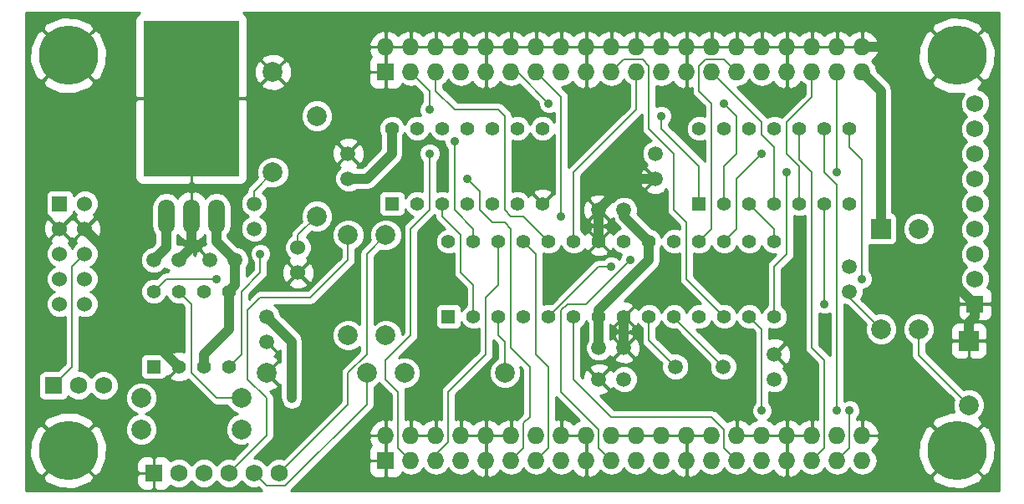
<source format=gtl>
%FSLAX36Y36*%
G04 Gerber Fmt 3.6, Leading zero omitted, Abs format (unit inch)*
G04 Created by KiCad (PCBNEW (2014-jul-16 BZR unknown)-product) date Fri 17 Oct 2014 08:42:51 AM PDT*
%MOIN*%
G01*
G04 APERTURE LIST*
%ADD10C,0.003937*%
%ADD11C,0.059100*%
%ADD12C,0.078700*%
%ADD13R,0.078700X0.078700*%
%ADD14C,0.236220*%
%ADD15R,0.068000X0.068000*%
%ADD16C,0.068000*%
%ADD17R,0.060000X0.060000*%
%ADD18C,0.060000*%
%ADD19O,0.068000X0.068000*%
%ADD20R,0.055000X0.055000*%
%ADD21C,0.055000*%
%ADD22O,0.066900X0.137800*%
%ADD23R,0.380000X0.620000*%
%ADD24C,0.035000*%
%ADD25C,0.008000*%
%ADD26C,0.040000*%
%ADD27C,0.010000*%
G04 APERTURE END LIST*
D10*
D11*
X6350000Y-5425000D03*
X6250000Y-5425000D03*
X4475000Y-4950000D03*
X4575000Y-4950000D03*
X6950000Y-5425000D03*
X6950000Y-5325000D03*
X4875000Y-4825000D03*
X4875000Y-4725000D03*
X4800000Y-4950000D03*
X4700000Y-4950000D03*
X6250000Y-5300000D03*
X6350000Y-5300000D03*
X6350000Y-4750000D03*
X6250000Y-4750000D03*
X4925000Y-5175000D03*
X4925000Y-5275000D03*
X5250000Y-4625000D03*
X5250000Y-4525000D03*
X7250000Y-4975000D03*
X7250000Y-5075000D03*
X6475000Y-4525000D03*
X6475000Y-4625000D03*
D12*
X7375000Y-5225000D03*
D13*
X7375000Y-4825000D03*
D14*
X4133858Y-4133858D03*
X7677165Y-4133858D03*
X4133858Y-5708661D03*
X7677165Y-5708661D03*
D15*
X4075000Y-5450000D03*
D16*
X4175000Y-5450000D03*
X4275000Y-5450000D03*
D17*
X4100000Y-4725000D03*
D18*
X4200000Y-4725000D03*
X4100000Y-4825000D03*
X4200000Y-4825000D03*
X4100000Y-4925000D03*
X4200000Y-4925000D03*
X4100000Y-5025000D03*
X4200000Y-5025000D03*
X4100000Y-5125000D03*
X4200000Y-5125000D03*
D15*
X4475000Y-5800000D03*
D16*
X4575000Y-5800000D03*
X4675000Y-5800000D03*
X4775000Y-5800000D03*
X4875000Y-5800000D03*
X4975000Y-5800000D03*
D15*
X5400000Y-4200000D03*
D19*
X5400000Y-4100000D03*
X5500000Y-4200000D03*
X5500000Y-4100000D03*
X5600000Y-4200000D03*
X5600000Y-4100000D03*
X5700000Y-4200000D03*
X5700000Y-4100000D03*
X5800000Y-4200000D03*
X5800000Y-4100000D03*
X5900000Y-4200000D03*
X5900000Y-4100000D03*
X6000000Y-4200000D03*
X6000000Y-4100000D03*
X6100000Y-4200000D03*
X6100000Y-4100000D03*
X6200000Y-4200000D03*
X6200000Y-4100000D03*
X6300000Y-4200000D03*
X6300000Y-4100000D03*
X6400000Y-4200000D03*
X6400000Y-4100000D03*
X6500000Y-4200000D03*
X6500000Y-4100000D03*
X6600000Y-4200000D03*
X6600000Y-4100000D03*
X6700000Y-4200000D03*
X6700000Y-4100000D03*
X6800000Y-4200000D03*
X6800000Y-4100000D03*
X6900000Y-4200000D03*
X6900000Y-4100000D03*
X7000000Y-4200000D03*
X7000000Y-4100000D03*
X7100000Y-4200000D03*
X7100000Y-4100000D03*
X7200000Y-4200000D03*
X7200000Y-4100000D03*
X7300000Y-4200000D03*
X7300000Y-4100000D03*
D15*
X5400000Y-5750000D03*
D19*
X5400000Y-5650000D03*
X5500000Y-5750000D03*
X5500000Y-5650000D03*
X5600000Y-5750000D03*
X5600000Y-5650000D03*
X5700000Y-5750000D03*
X5700000Y-5650000D03*
X5800000Y-5750000D03*
X5800000Y-5650000D03*
X5900000Y-5750000D03*
X5900000Y-5650000D03*
X6000000Y-5750000D03*
X6000000Y-5650000D03*
X6100000Y-5750000D03*
X6100000Y-5650000D03*
X6200000Y-5750000D03*
X6200000Y-5650000D03*
X6300000Y-5750000D03*
X6300000Y-5650000D03*
X6400000Y-5750000D03*
X6400000Y-5650000D03*
X6500000Y-5750000D03*
X6500000Y-5650000D03*
X6600000Y-5750000D03*
X6600000Y-5650000D03*
X6700000Y-5750000D03*
X6700000Y-5650000D03*
X6800000Y-5750000D03*
X6800000Y-5650000D03*
X6900000Y-5750000D03*
X6900000Y-5650000D03*
X7000000Y-5750000D03*
X7000000Y-5650000D03*
X7100000Y-5750000D03*
X7100000Y-5650000D03*
X7200000Y-5750000D03*
X7200000Y-5650000D03*
X7300000Y-5750000D03*
X7300000Y-5650000D03*
D12*
X4950000Y-4200000D03*
X4950000Y-4600000D03*
X5475000Y-5400000D03*
X5875000Y-5400000D03*
X4925000Y-5400000D03*
X5325000Y-5400000D03*
X5250000Y-4850000D03*
X5250000Y-5250000D03*
X5400000Y-4850000D03*
X5400000Y-5250000D03*
X4825000Y-5500000D03*
X4425000Y-5500000D03*
X7525000Y-5225000D03*
X7525000Y-4825000D03*
D13*
X7725000Y-5272000D03*
D12*
X7725000Y-5528000D03*
D20*
X5425000Y-4725000D03*
D21*
X5525000Y-4725000D03*
X5625000Y-4725000D03*
X5725000Y-4725000D03*
X5825000Y-4725000D03*
X5925000Y-4725000D03*
X6025000Y-4725000D03*
X6025000Y-4425000D03*
X5925000Y-4425000D03*
X5825000Y-4425000D03*
X5725000Y-4425000D03*
X5625000Y-4425000D03*
X5525000Y-4425000D03*
X5425000Y-4425000D03*
D22*
X4625000Y-4775000D03*
X4525000Y-4775000D03*
X4725000Y-4775000D03*
D23*
X4625000Y-4305000D03*
D20*
X4475000Y-5375000D03*
D21*
X4575000Y-5375000D03*
X4675000Y-5375000D03*
X4775000Y-5375000D03*
X4775000Y-5075000D03*
X4675000Y-5075000D03*
X4575000Y-5075000D03*
X4475000Y-5075000D03*
X5750000Y-5175000D03*
X5850000Y-5175000D03*
X5950000Y-5175000D03*
X6050000Y-5175000D03*
X6150000Y-5175000D03*
X6250000Y-5175000D03*
X6350000Y-5175000D03*
X6450000Y-5175000D03*
X6550000Y-5175000D03*
X6650000Y-5175000D03*
X6750000Y-5175000D03*
X6850000Y-5175000D03*
X6950000Y-5175000D03*
D20*
X5650000Y-5175000D03*
D21*
X6950000Y-4875000D03*
X6850000Y-4875000D03*
X6750000Y-4875000D03*
X6650000Y-4875000D03*
X6550000Y-4875000D03*
X6450000Y-4875000D03*
X6350000Y-4875000D03*
X6250000Y-4875000D03*
X6150000Y-4875000D03*
X6050000Y-4875000D03*
X5950000Y-4875000D03*
X5850000Y-4875000D03*
X5750000Y-4875000D03*
X5650000Y-4875000D03*
D20*
X6650000Y-4725000D03*
D21*
X6750000Y-4725000D03*
X6850000Y-4725000D03*
X6950000Y-4725000D03*
X7050000Y-4725000D03*
X7150000Y-4725000D03*
X7250000Y-4725000D03*
X7250000Y-4425000D03*
X7150000Y-4425000D03*
X7050000Y-4425000D03*
X6950000Y-4425000D03*
X6850000Y-4425000D03*
X6750000Y-4425000D03*
X6650000Y-4425000D03*
D11*
X6553900Y-5375000D03*
X6746100Y-5375000D03*
D12*
X4825000Y-5625000D03*
X4425000Y-5625000D03*
X5125000Y-4375000D03*
X5125000Y-4775000D03*
D18*
X5050000Y-4900000D03*
X5050000Y-5000000D03*
D15*
X7750000Y-5125000D03*
D16*
X7750000Y-5025000D03*
X7750000Y-4925000D03*
X7750000Y-4825000D03*
X7750000Y-4725000D03*
X7750000Y-4625000D03*
X7750000Y-4525000D03*
X7750000Y-4425000D03*
X7750000Y-4325000D03*
D24*
X7250000Y-5550000D03*
X6300000Y-4975000D03*
X7300000Y-5025000D03*
X7150000Y-5125000D03*
X6900000Y-5550000D03*
X7200000Y-4600000D03*
X7000000Y-4600000D03*
X6375000Y-4950000D03*
X6900000Y-4525000D03*
X6100000Y-4775000D03*
X7625000Y-4775000D03*
X7625000Y-4475000D03*
X7625000Y-4975000D03*
X7625000Y-4600000D03*
X7150000Y-5250000D03*
X6850000Y-4975000D03*
X7050000Y-4975000D03*
X7050000Y-5150000D03*
X6500000Y-4375000D03*
X5575000Y-4350000D03*
X6750000Y-4325000D03*
X6050000Y-4325000D03*
X5575000Y-4525000D03*
X5725000Y-4625000D03*
X7200000Y-5550000D03*
X5675000Y-4475000D03*
X4725000Y-5025000D03*
X4900000Y-4925000D03*
X5025000Y-5500000D03*
D25*
X7250000Y-5700000D02*
X7200000Y-5750000D01*
X7250000Y-5550000D02*
X7250000Y-5700000D01*
X6050000Y-5175000D02*
X6250000Y-4975000D01*
X6250000Y-4975000D02*
X6300000Y-4975000D01*
X7250000Y-4425000D02*
X7250000Y-4500000D01*
X7300000Y-4550000D02*
X7300000Y-5025000D01*
X7250000Y-4500000D02*
X7300000Y-4550000D01*
X6150000Y-5175000D02*
X6150000Y-5425000D01*
X6750000Y-5700000D02*
X6800000Y-5750000D01*
X6750000Y-5625000D02*
X6750000Y-5700000D01*
X6700000Y-5575000D02*
X6750000Y-5625000D01*
X6300000Y-5575000D02*
X6700000Y-5575000D01*
X6150000Y-5425000D02*
X6300000Y-5575000D01*
X7150000Y-5125000D02*
X7150000Y-4725000D01*
X6600000Y-5025000D02*
X6600000Y-4800000D01*
X6550000Y-4750000D02*
X6550000Y-4525000D01*
X6600000Y-4800000D02*
X6550000Y-4750000D01*
X6750000Y-5175000D02*
X6600000Y-5025000D01*
X6350000Y-4150000D02*
X6300000Y-4200000D01*
X6425000Y-4150000D02*
X6350000Y-4150000D01*
X6450000Y-4175000D02*
X6425000Y-4150000D01*
X6450000Y-4425000D02*
X6450000Y-4175000D01*
X6550000Y-4525000D02*
X6450000Y-4425000D01*
X6850000Y-5175000D02*
X6900000Y-5225000D01*
X6900000Y-5225000D02*
X6900000Y-5550000D01*
X7200000Y-4600000D02*
X7200000Y-4200000D01*
X6950000Y-5175000D02*
X6950000Y-4975000D01*
X7000000Y-4925000D02*
X7000000Y-4600000D01*
X6950000Y-4975000D02*
X7000000Y-4925000D01*
X6950000Y-4875000D02*
X6950000Y-4825000D01*
X6950000Y-4825000D02*
X6850000Y-4725000D01*
X6375000Y-4950000D02*
X6200000Y-5125000D01*
X6125000Y-5125000D02*
X6100000Y-5150000D01*
X6200000Y-5125000D02*
X6125000Y-5125000D01*
X6300000Y-5750000D02*
X6250000Y-5700000D01*
X6100000Y-5475000D02*
X6100000Y-5150000D01*
X6250000Y-5625000D02*
X6100000Y-5475000D01*
X6250000Y-5700000D02*
X6250000Y-5625000D01*
X6750000Y-4875000D02*
X6800000Y-4825000D01*
X6800000Y-4625000D02*
X6900000Y-4525000D01*
X6800000Y-4825000D02*
X6800000Y-4625000D01*
X6650000Y-4875000D02*
X6700000Y-4825000D01*
X6750000Y-4150000D02*
X6800000Y-4200000D01*
X6675000Y-4150000D02*
X6750000Y-4150000D01*
X6650000Y-4175000D02*
X6675000Y-4150000D01*
X6650000Y-4275000D02*
X6650000Y-4175000D01*
X6700000Y-4325000D02*
X6650000Y-4275000D01*
X6700000Y-4825000D02*
X6700000Y-4325000D01*
X6100000Y-4300000D02*
X6000000Y-4200000D01*
X6100000Y-4775000D02*
X6100000Y-4300000D01*
D26*
X7625000Y-4475000D02*
X7475000Y-4325000D01*
X7625000Y-4600000D02*
X7625000Y-4775000D01*
X7625000Y-4775000D02*
X7625000Y-4825000D01*
X7750000Y-5125000D02*
X7625000Y-5000000D01*
X7625000Y-5000000D02*
X7625000Y-4975000D01*
X7625000Y-4825000D02*
X7625000Y-4975000D01*
X7625000Y-4475000D02*
X7625000Y-4600000D01*
X7375000Y-4100000D02*
X7300000Y-4100000D01*
X7475000Y-4200000D02*
X7375000Y-4100000D01*
X7475000Y-4325000D02*
X7475000Y-4200000D01*
X7725000Y-5272000D02*
X7725000Y-5200000D01*
X7750000Y-5175000D02*
X7750000Y-5125000D01*
X7725000Y-5200000D02*
X7750000Y-5175000D01*
X7050000Y-5150000D02*
X7050000Y-4975000D01*
X4575000Y-5375000D02*
X4300000Y-5100000D01*
X4300000Y-4925000D02*
X4200000Y-4825000D01*
X4300000Y-5100000D02*
X4300000Y-4925000D01*
X6250000Y-4750000D02*
X6375000Y-4625000D01*
X6375000Y-4625000D02*
X6475000Y-4625000D01*
X6350000Y-5300000D02*
X6350000Y-5175000D01*
X6250000Y-4875000D02*
X6250000Y-4750000D01*
X4575000Y-4950000D02*
X4625000Y-4900000D01*
X4625000Y-4900000D02*
X4625000Y-4775000D01*
D25*
X7250000Y-5075000D02*
X7250000Y-5100000D01*
X7250000Y-5100000D02*
X7375000Y-5225000D01*
X7525000Y-5225000D02*
X7525000Y-5328000D01*
X7525000Y-5328000D02*
X7725000Y-5528000D01*
X4825000Y-5500000D02*
X4725000Y-5500000D01*
X4625000Y-5125000D02*
X4575000Y-5075000D01*
X4625000Y-5400000D02*
X4625000Y-5125000D01*
X4725000Y-5500000D02*
X4625000Y-5400000D01*
X4775000Y-5800000D02*
X4925000Y-5650000D01*
X4925000Y-5650000D02*
X4925000Y-5500000D01*
X5250000Y-4850000D02*
X5250000Y-4950000D01*
X5250000Y-4950000D02*
X5100000Y-5100000D01*
X5100000Y-5100000D02*
X4900000Y-5100000D01*
X4925000Y-5500000D02*
X4850000Y-5425000D01*
X4850000Y-5425000D02*
X4850000Y-5150000D01*
X4850000Y-5150000D02*
X4900000Y-5100000D01*
X4875000Y-5800000D02*
X4925000Y-5850000D01*
X5325000Y-5525000D02*
X5325000Y-5400000D01*
X5000000Y-5850000D02*
X5325000Y-5525000D01*
X4925000Y-5850000D02*
X5000000Y-5850000D01*
X4975000Y-5800000D02*
X5250000Y-5525000D01*
X5325000Y-4925000D02*
X5400000Y-4850000D01*
X5325000Y-5325000D02*
X5325000Y-4925000D01*
X5250000Y-5400000D02*
X5325000Y-5325000D01*
X5250000Y-5525000D02*
X5250000Y-5400000D01*
X5875000Y-5400000D02*
X5875000Y-5275000D01*
X5850000Y-5250000D02*
X5850000Y-5200000D01*
X5875000Y-5275000D02*
X5850000Y-5250000D01*
X5850000Y-5200000D02*
X5850000Y-5175000D01*
X5750000Y-5175000D02*
X5750000Y-5050000D01*
X5625000Y-4775000D02*
X5625000Y-4725000D01*
X5700000Y-4850000D02*
X5625000Y-4775000D01*
X5700000Y-5000000D02*
X5700000Y-4850000D01*
X5750000Y-5050000D02*
X5700000Y-5000000D01*
D26*
X4475000Y-4950000D02*
X4525000Y-4900000D01*
X4525000Y-4900000D02*
X4525000Y-4775000D01*
D25*
X6553900Y-5375000D02*
X6450000Y-5271100D01*
X6450000Y-5271100D02*
X6450000Y-5175000D01*
X6746100Y-5375000D02*
X6550000Y-5178900D01*
X6550000Y-5178900D02*
X6550000Y-5175000D01*
X4875000Y-4725000D02*
X4875000Y-4675000D01*
X4875000Y-4675000D02*
X4950000Y-4600000D01*
X4075000Y-5450000D02*
X4150000Y-5375000D01*
X4150000Y-4975000D02*
X4200000Y-4925000D01*
X4150000Y-5375000D02*
X4150000Y-4975000D01*
X5575000Y-4350000D02*
X5575000Y-4275000D01*
X5575000Y-4275000D02*
X5500000Y-4200000D01*
X6650000Y-4575000D02*
X6500000Y-4425000D01*
X6500000Y-4425000D02*
X6500000Y-4375000D01*
X6650000Y-4725000D02*
X6650000Y-4575000D01*
X5875000Y-4750000D02*
X5875000Y-4375000D01*
X5850000Y-4350000D02*
X5675000Y-4350000D01*
X5875000Y-4375000D02*
X5850000Y-4350000D01*
X6050000Y-4875000D02*
X5950000Y-4775000D01*
X5600000Y-4275000D02*
X5600000Y-4200000D01*
X5675000Y-4350000D02*
X5600000Y-4275000D01*
X5900000Y-4775000D02*
X5875000Y-4750000D01*
X5950000Y-4775000D02*
X5900000Y-4775000D01*
X6050000Y-4325000D02*
X5925000Y-4200000D01*
X5925000Y-4200000D02*
X5900000Y-4200000D01*
X6750000Y-4725000D02*
X6750000Y-4575000D01*
X6800000Y-4375000D02*
X6750000Y-4325000D01*
X6800000Y-4525000D02*
X6800000Y-4375000D01*
X6750000Y-4575000D02*
X6800000Y-4525000D01*
X6150000Y-4875000D02*
X6150000Y-4600000D01*
X6400000Y-4350000D02*
X6400000Y-4200000D01*
X6150000Y-4600000D02*
X6400000Y-4350000D01*
X6950000Y-4725000D02*
X6950000Y-4500000D01*
X6900000Y-4400000D02*
X6700000Y-4200000D01*
X6900000Y-4450000D02*
X6900000Y-4400000D01*
X6950000Y-4500000D02*
X6900000Y-4450000D01*
X7100000Y-4200000D02*
X7100000Y-4300000D01*
X7100000Y-4300000D02*
X7000000Y-4400000D01*
X7050000Y-4725000D02*
X7050000Y-4575000D01*
X7000000Y-4525000D02*
X7000000Y-4400000D01*
X7050000Y-4575000D02*
X7000000Y-4525000D01*
X5500000Y-5750000D02*
X5450000Y-5700000D01*
X5500000Y-4825000D02*
X5575000Y-4750000D01*
X5500000Y-5250000D02*
X5500000Y-4825000D01*
X5400000Y-5350000D02*
X5500000Y-5250000D01*
X5400000Y-5425000D02*
X5400000Y-5350000D01*
X5450000Y-5475000D02*
X5400000Y-5425000D01*
X5450000Y-5700000D02*
X5450000Y-5475000D01*
X5575000Y-4525000D02*
X5575000Y-4750000D01*
X5600000Y-5750000D02*
X5600000Y-5725000D01*
X5600000Y-5725000D02*
X5650000Y-5675000D01*
X5650000Y-5675000D02*
X5650000Y-5475000D01*
X5650000Y-5475000D02*
X5800000Y-5325000D01*
X5800000Y-5325000D02*
X5800000Y-5100000D01*
X5800000Y-5100000D02*
X5850000Y-5050000D01*
X5850000Y-5050000D02*
X5850000Y-4875000D01*
X5950000Y-5700000D02*
X5900000Y-5750000D01*
X5950000Y-5600000D02*
X5950000Y-5700000D01*
X5975000Y-5575000D02*
X5950000Y-5600000D01*
X5975000Y-5375000D02*
X5975000Y-5575000D01*
X5900000Y-5300000D02*
X5975000Y-5375000D01*
X5900000Y-4825000D02*
X5900000Y-5300000D01*
X5875000Y-4800000D02*
X5900000Y-4825000D01*
X5825000Y-4800000D02*
X5875000Y-4800000D01*
X5775000Y-4750000D02*
X5825000Y-4800000D01*
X5775000Y-4675000D02*
X5775000Y-4750000D01*
X5725000Y-4625000D02*
X5775000Y-4675000D01*
X6000000Y-5750000D02*
X6050000Y-5700000D01*
X6000000Y-4925000D02*
X5950000Y-4875000D01*
X6000000Y-5325000D02*
X6000000Y-4925000D01*
X6050000Y-5375000D02*
X6000000Y-5325000D01*
X6050000Y-5700000D02*
X6050000Y-5375000D01*
X7150000Y-4600000D02*
X7150000Y-4425000D01*
X7200000Y-4650000D02*
X7150000Y-4600000D01*
X7200000Y-5550000D02*
X7200000Y-4650000D01*
X7100000Y-5750000D02*
X7150000Y-5700000D01*
X7050000Y-4550000D02*
X7050000Y-4425000D01*
X7100000Y-4600000D02*
X7050000Y-4550000D01*
X7100000Y-5300000D02*
X7100000Y-4600000D01*
X7150000Y-5350000D02*
X7100000Y-5300000D01*
X7150000Y-5700000D02*
X7150000Y-5350000D01*
X5050000Y-4900000D02*
X5050000Y-4850000D01*
X5050000Y-4850000D02*
X5125000Y-4775000D01*
X5750000Y-4875000D02*
X5750000Y-4825000D01*
X5675000Y-4750000D02*
X5675000Y-4475000D01*
X5750000Y-4825000D02*
X5675000Y-4750000D01*
X4475000Y-5075000D02*
X4525000Y-5025000D01*
X4525000Y-5025000D02*
X4725000Y-5025000D01*
X4775000Y-5375000D02*
X4825000Y-5325000D01*
X4900000Y-5000000D02*
X4900000Y-4925000D01*
X4825000Y-5075000D02*
X4900000Y-5000000D01*
X4825000Y-5325000D02*
X4825000Y-5075000D01*
D26*
X4800000Y-4950000D02*
X4725000Y-4875000D01*
X4725000Y-4875000D02*
X4725000Y-4775000D01*
X4775000Y-5075000D02*
X4800000Y-5050000D01*
X4800000Y-5050000D02*
X4800000Y-4950000D01*
X6250000Y-5175000D02*
X6250000Y-5150000D01*
X6250000Y-5150000D02*
X6450000Y-4950000D01*
X6450000Y-4950000D02*
X6450000Y-4875000D01*
X6250000Y-5300000D02*
X6250000Y-5175000D01*
X5025000Y-5500000D02*
X5025000Y-5275000D01*
X5025000Y-5275000D02*
X4925000Y-5175000D01*
X7375000Y-4825000D02*
X7375000Y-4275000D01*
X7375000Y-4275000D02*
X7300000Y-4200000D01*
X6450000Y-4875000D02*
X6350000Y-4775000D01*
X6350000Y-4775000D02*
X6350000Y-4750000D01*
X5325000Y-4625000D02*
X5425000Y-4525000D01*
X5250000Y-4625000D02*
X5325000Y-4625000D01*
X5425000Y-4525000D02*
X5425000Y-4425000D01*
X4675000Y-5375000D02*
X4675000Y-5325000D01*
X4775000Y-5225000D02*
X4775000Y-5075000D01*
X4675000Y-5325000D02*
X4775000Y-5225000D01*
D27*
G36*
X5771000Y-5312988D02*
X5629494Y-5454494D01*
X5623207Y-5463902D01*
X5621000Y-5475000D01*
X5621000Y-5585567D01*
X5611781Y-5582013D01*
X5601000Y-5589757D01*
X5601000Y-5649000D01*
X5601787Y-5649000D01*
X5601787Y-5651000D01*
X5601000Y-5651000D01*
X5601000Y-5651787D01*
X5599000Y-5651787D01*
X5599000Y-5651000D01*
X5599000Y-5649000D01*
X5599000Y-5589757D01*
X5588219Y-5582013D01*
X5563099Y-5591696D01*
X5550000Y-5604162D01*
X5536901Y-5591696D01*
X5511781Y-5582013D01*
X5501000Y-5589757D01*
X5501000Y-5649000D01*
X5539758Y-5649000D01*
X5560242Y-5649000D01*
X5599000Y-5649000D01*
X5599000Y-5651000D01*
X5560242Y-5651000D01*
X5539758Y-5651000D01*
X5501000Y-5651000D01*
X5501000Y-5651787D01*
X5499000Y-5651787D01*
X5499000Y-5651000D01*
X5498213Y-5651000D01*
X5498213Y-5649000D01*
X5499000Y-5649000D01*
X5499000Y-5589757D01*
X5488219Y-5582013D01*
X5479000Y-5585567D01*
X5479000Y-5475000D01*
X5476882Y-5464352D01*
X5487744Y-5464361D01*
X5511404Y-5454585D01*
X5529521Y-5436499D01*
X5539339Y-5412856D01*
X5539361Y-5387256D01*
X5529585Y-5363596D01*
X5511499Y-5345479D01*
X5487856Y-5335661D01*
X5462256Y-5335639D01*
X5450527Y-5340485D01*
X5520506Y-5270506D01*
X5526793Y-5261098D01*
X5529000Y-5250000D01*
X5529000Y-4837012D01*
X5595506Y-4770506D01*
X5595980Y-4769796D01*
X5596000Y-4769804D01*
X5596000Y-4775000D01*
X5598207Y-4786098D01*
X5604494Y-4795506D01*
X5633854Y-4824866D01*
X5620300Y-4830467D01*
X5605519Y-4845222D01*
X5597509Y-4864511D01*
X5597491Y-4885397D01*
X5605467Y-4904700D01*
X5620222Y-4919481D01*
X5639511Y-4927491D01*
X5660397Y-4927509D01*
X5671000Y-4923128D01*
X5671000Y-5000000D01*
X5673207Y-5011098D01*
X5679494Y-5020506D01*
X5721000Y-5062012D01*
X5721000Y-5130177D01*
X5720300Y-5130467D01*
X5705519Y-5145222D01*
X5702500Y-5152492D01*
X5702500Y-5142527D01*
X5698694Y-5133339D01*
X5691661Y-5126306D01*
X5682473Y-5122500D01*
X5672527Y-5122500D01*
X5617527Y-5122500D01*
X5608339Y-5126306D01*
X5601306Y-5133339D01*
X5597500Y-5142527D01*
X5597500Y-5152473D01*
X5597500Y-5207473D01*
X5601306Y-5216661D01*
X5608339Y-5223694D01*
X5617527Y-5227500D01*
X5627473Y-5227500D01*
X5682473Y-5227500D01*
X5691661Y-5223694D01*
X5698694Y-5216661D01*
X5702500Y-5207473D01*
X5702500Y-5197527D01*
X5702500Y-5197520D01*
X5705467Y-5204700D01*
X5720222Y-5219481D01*
X5739511Y-5227491D01*
X5760397Y-5227509D01*
X5771000Y-5223128D01*
X5771000Y-5312988D01*
X5771000Y-5312988D01*
G37*
X5771000Y-5312988D02*
X5629494Y-5454494D01*
X5623207Y-5463902D01*
X5621000Y-5475000D01*
X5621000Y-5585567D01*
X5611781Y-5582013D01*
X5601000Y-5589757D01*
X5601000Y-5649000D01*
X5601787Y-5649000D01*
X5601787Y-5651000D01*
X5601000Y-5651000D01*
X5601000Y-5651787D01*
X5599000Y-5651787D01*
X5599000Y-5651000D01*
X5599000Y-5649000D01*
X5599000Y-5589757D01*
X5588219Y-5582013D01*
X5563099Y-5591696D01*
X5550000Y-5604162D01*
X5536901Y-5591696D01*
X5511781Y-5582013D01*
X5501000Y-5589757D01*
X5501000Y-5649000D01*
X5539758Y-5649000D01*
X5560242Y-5649000D01*
X5599000Y-5649000D01*
X5599000Y-5651000D01*
X5560242Y-5651000D01*
X5539758Y-5651000D01*
X5501000Y-5651000D01*
X5501000Y-5651787D01*
X5499000Y-5651787D01*
X5499000Y-5651000D01*
X5498213Y-5651000D01*
X5498213Y-5649000D01*
X5499000Y-5649000D01*
X5499000Y-5589757D01*
X5488219Y-5582013D01*
X5479000Y-5585567D01*
X5479000Y-5475000D01*
X5476882Y-5464352D01*
X5487744Y-5464361D01*
X5511404Y-5454585D01*
X5529521Y-5436499D01*
X5539339Y-5412856D01*
X5539361Y-5387256D01*
X5529585Y-5363596D01*
X5511499Y-5345479D01*
X5487856Y-5335661D01*
X5462256Y-5335639D01*
X5450527Y-5340485D01*
X5520506Y-5270506D01*
X5526793Y-5261098D01*
X5529000Y-5250000D01*
X5529000Y-4837012D01*
X5595506Y-4770506D01*
X5595980Y-4769796D01*
X5596000Y-4769804D01*
X5596000Y-4775000D01*
X5598207Y-4786098D01*
X5604494Y-4795506D01*
X5633854Y-4824866D01*
X5620300Y-4830467D01*
X5605519Y-4845222D01*
X5597509Y-4864511D01*
X5597491Y-4885397D01*
X5605467Y-4904700D01*
X5620222Y-4919481D01*
X5639511Y-4927491D01*
X5660397Y-4927509D01*
X5671000Y-4923128D01*
X5671000Y-5000000D01*
X5673207Y-5011098D01*
X5679494Y-5020506D01*
X5721000Y-5062012D01*
X5721000Y-5130177D01*
X5720300Y-5130467D01*
X5705519Y-5145222D01*
X5702500Y-5152492D01*
X5702500Y-5142527D01*
X5698694Y-5133339D01*
X5691661Y-5126306D01*
X5682473Y-5122500D01*
X5672527Y-5122500D01*
X5617527Y-5122500D01*
X5608339Y-5126306D01*
X5601306Y-5133339D01*
X5597500Y-5142527D01*
X5597500Y-5152473D01*
X5597500Y-5207473D01*
X5601306Y-5216661D01*
X5608339Y-5223694D01*
X5617527Y-5227500D01*
X5627473Y-5227500D01*
X5682473Y-5227500D01*
X5691661Y-5223694D01*
X5698694Y-5216661D01*
X5702500Y-5207473D01*
X5702500Y-5197527D01*
X5702500Y-5197520D01*
X5705467Y-5204700D01*
X5720222Y-5219481D01*
X5739511Y-5227491D01*
X5760397Y-5227509D01*
X5771000Y-5223128D01*
X5771000Y-5312988D01*
G36*
X6001787Y-5651000D02*
X6001000Y-5651000D01*
X6001000Y-5651787D01*
X5999000Y-5651787D01*
X5999000Y-5651000D01*
X5998213Y-5651000D01*
X5998213Y-5649000D01*
X5999000Y-5649000D01*
X5999000Y-5648213D01*
X6001000Y-5648213D01*
X6001000Y-5649000D01*
X6001787Y-5649000D01*
X6001787Y-5651000D01*
X6001787Y-5651000D01*
G37*
X6001787Y-5651000D02*
X6001000Y-5651000D01*
X6001000Y-5651787D01*
X5999000Y-5651787D01*
X5999000Y-5651000D01*
X5998213Y-5651000D01*
X5998213Y-5649000D01*
X5999000Y-5649000D01*
X5999000Y-5648213D01*
X6001000Y-5648213D01*
X6001000Y-5649000D01*
X6001787Y-5649000D01*
X6001787Y-5651000D01*
G36*
X6071000Y-4687617D02*
X6064573Y-4686841D01*
X6063159Y-4688255D01*
X6063159Y-4685427D01*
X6061643Y-4672864D01*
X6038902Y-4662810D01*
X6014045Y-4662224D01*
X5990855Y-4671195D01*
X5988357Y-4672864D01*
X5986841Y-4685427D01*
X6025000Y-4723586D01*
X6063159Y-4685427D01*
X6063159Y-4688255D01*
X6026414Y-4725000D01*
X6026971Y-4725557D01*
X6025557Y-4726971D01*
X6025000Y-4726414D01*
X6024443Y-4726971D01*
X6023029Y-4725557D01*
X6023586Y-4725000D01*
X5985427Y-4686841D01*
X5972864Y-4688357D01*
X5969660Y-4695606D01*
X5969533Y-4695300D01*
X5954778Y-4680519D01*
X5935489Y-4672509D01*
X5914603Y-4672491D01*
X5904000Y-4676872D01*
X5904000Y-4473126D01*
X5914511Y-4477491D01*
X5935397Y-4477509D01*
X5954700Y-4469533D01*
X5969481Y-4454778D01*
X5975004Y-4441478D01*
X5980467Y-4454700D01*
X5995222Y-4469481D01*
X6014511Y-4477491D01*
X6035397Y-4477509D01*
X6054700Y-4469533D01*
X6069481Y-4454778D01*
X6071000Y-4451120D01*
X6071000Y-4687617D01*
X6071000Y-4687617D01*
G37*
X6071000Y-4687617D02*
X6064573Y-4686841D01*
X6063159Y-4688255D01*
X6063159Y-4685427D01*
X6061643Y-4672864D01*
X6038902Y-4662810D01*
X6014045Y-4662224D01*
X5990855Y-4671195D01*
X5988357Y-4672864D01*
X5986841Y-4685427D01*
X6025000Y-4723586D01*
X6063159Y-4685427D01*
X6063159Y-4688255D01*
X6026414Y-4725000D01*
X6026971Y-4725557D01*
X6025557Y-4726971D01*
X6025000Y-4726414D01*
X6024443Y-4726971D01*
X6023029Y-4725557D01*
X6023586Y-4725000D01*
X5985427Y-4686841D01*
X5972864Y-4688357D01*
X5969660Y-4695606D01*
X5969533Y-4695300D01*
X5954778Y-4680519D01*
X5935489Y-4672509D01*
X5914603Y-4672491D01*
X5904000Y-4676872D01*
X5904000Y-4473126D01*
X5914511Y-4477491D01*
X5935397Y-4477509D01*
X5954700Y-4469533D01*
X5969481Y-4454778D01*
X5975004Y-4441478D01*
X5980467Y-4454700D01*
X5995222Y-4469481D01*
X6014511Y-4477491D01*
X6035397Y-4477509D01*
X6054700Y-4469533D01*
X6069481Y-4454778D01*
X6071000Y-4451120D01*
X6071000Y-4687617D01*
G36*
X6571000Y-4826874D02*
X6560489Y-4822509D01*
X6539603Y-4822491D01*
X6520300Y-4830467D01*
X6514637Y-4836119D01*
X6505519Y-4845222D01*
X6499996Y-4858521D01*
X6494533Y-4845300D01*
X6479778Y-4830519D01*
X6461617Y-4822978D01*
X6403073Y-4764433D01*
X6404541Y-4760898D01*
X6404559Y-4739197D01*
X6396272Y-4719140D01*
X6380940Y-4703782D01*
X6360898Y-4695459D01*
X6339197Y-4695441D01*
X6319140Y-4703728D01*
X6306282Y-4716563D01*
X6305587Y-4714763D01*
X6303827Y-4712129D01*
X6291052Y-4710363D01*
X6289637Y-4711777D01*
X6289637Y-4708948D01*
X6287871Y-4696173D01*
X6264390Y-4685778D01*
X6238718Y-4685160D01*
X6214763Y-4694413D01*
X6212129Y-4696173D01*
X6210363Y-4708948D01*
X6250000Y-4748586D01*
X6289637Y-4708948D01*
X6289637Y-4711777D01*
X6251414Y-4750000D01*
X6291052Y-4789637D01*
X6303827Y-4787871D01*
X6305947Y-4783083D01*
X6306772Y-4783909D01*
X6308425Y-4792221D01*
X6318180Y-4806820D01*
X6335533Y-4824173D01*
X6320300Y-4830467D01*
X6305519Y-4845222D01*
X6305506Y-4845253D01*
X6303805Y-4840855D01*
X6302136Y-4838357D01*
X6289637Y-4836848D01*
X6289637Y-4791052D01*
X6250000Y-4751414D01*
X6248586Y-4752828D01*
X6248586Y-4750000D01*
X6208948Y-4710363D01*
X6196173Y-4712129D01*
X6185778Y-4735610D01*
X6185160Y-4761282D01*
X6194413Y-4785237D01*
X6196173Y-4787871D01*
X6208948Y-4789637D01*
X6248586Y-4750000D01*
X6248586Y-4752828D01*
X6210363Y-4791052D01*
X6212129Y-4803827D01*
X6234803Y-4813865D01*
X6215855Y-4821195D01*
X6213357Y-4822864D01*
X6211841Y-4835427D01*
X6250000Y-4873586D01*
X6288159Y-4835427D01*
X6286643Y-4822864D01*
X6265131Y-4813354D01*
X6285237Y-4805587D01*
X6287871Y-4803827D01*
X6289637Y-4791052D01*
X6289637Y-4836848D01*
X6289573Y-4836841D01*
X6251414Y-4875000D01*
X6289573Y-4913159D01*
X6302136Y-4911643D01*
X6305340Y-4904394D01*
X6305467Y-4904700D01*
X6320222Y-4919481D01*
X6338502Y-4927072D01*
X6332507Y-4941509D01*
X6332502Y-4947402D01*
X6324106Y-4938991D01*
X6308491Y-4932507D01*
X6291583Y-4932493D01*
X6288159Y-4933907D01*
X6288159Y-4914573D01*
X6250000Y-4876414D01*
X6211841Y-4914573D01*
X6213357Y-4927136D01*
X6236098Y-4937190D01*
X6260955Y-4937776D01*
X6284145Y-4928805D01*
X6286643Y-4927136D01*
X6288159Y-4914573D01*
X6288159Y-4933907D01*
X6275957Y-4938949D01*
X6268894Y-4946000D01*
X6250000Y-4946000D01*
X6238902Y-4948207D01*
X6229494Y-4954494D01*
X6061188Y-5122800D01*
X6060489Y-5122509D01*
X6039603Y-5122491D01*
X6029000Y-5126872D01*
X6029000Y-4925000D01*
X6028594Y-4922957D01*
X6039511Y-4927491D01*
X6060397Y-4927509D01*
X6079700Y-4919533D01*
X6094481Y-4904778D01*
X6100004Y-4891478D01*
X6105467Y-4904700D01*
X6120222Y-4919481D01*
X6139511Y-4927491D01*
X6160397Y-4927509D01*
X6179700Y-4919533D01*
X6194481Y-4904778D01*
X6194494Y-4904747D01*
X6196195Y-4909145D01*
X6197864Y-4911643D01*
X6210427Y-4913159D01*
X6248586Y-4875000D01*
X6210427Y-4836841D01*
X6197864Y-4838357D01*
X6194660Y-4845606D01*
X6194533Y-4845300D01*
X6179778Y-4830519D01*
X6179000Y-4830196D01*
X6179000Y-4612012D01*
X6420506Y-4370506D01*
X6421000Y-4369767D01*
X6421000Y-4425000D01*
X6423207Y-4436098D01*
X6429494Y-4445506D01*
X6457284Y-4473297D01*
X6444140Y-4478728D01*
X6428782Y-4494060D01*
X6420459Y-4514102D01*
X6420441Y-4535803D01*
X6428728Y-4555860D01*
X6441563Y-4568718D01*
X6439763Y-4569413D01*
X6437129Y-4571173D01*
X6435363Y-4583948D01*
X6475000Y-4623586D01*
X6475557Y-4623029D01*
X6476971Y-4624443D01*
X6476414Y-4625000D01*
X6476971Y-4625557D01*
X6475557Y-4626971D01*
X6475000Y-4626414D01*
X6473586Y-4627828D01*
X6473586Y-4625000D01*
X6433948Y-4585363D01*
X6421173Y-4587129D01*
X6410778Y-4610610D01*
X6410160Y-4636282D01*
X6419413Y-4660237D01*
X6421173Y-4662871D01*
X6433948Y-4664637D01*
X6473586Y-4625000D01*
X6473586Y-4627828D01*
X6435363Y-4666052D01*
X6437129Y-4678827D01*
X6460610Y-4689222D01*
X6486282Y-4689840D01*
X6510237Y-4680587D01*
X6512871Y-4678827D01*
X6514637Y-4666052D01*
X6514637Y-4666052D01*
X6520762Y-4672176D01*
X6521000Y-4671937D01*
X6521000Y-4750000D01*
X6523207Y-4761098D01*
X6529494Y-4770506D01*
X6571000Y-4812012D01*
X6571000Y-4826874D01*
X6571000Y-4826874D01*
G37*
X6571000Y-4826874D02*
X6560489Y-4822509D01*
X6539603Y-4822491D01*
X6520300Y-4830467D01*
X6514637Y-4836119D01*
X6505519Y-4845222D01*
X6499996Y-4858521D01*
X6494533Y-4845300D01*
X6479778Y-4830519D01*
X6461617Y-4822978D01*
X6403073Y-4764433D01*
X6404541Y-4760898D01*
X6404559Y-4739197D01*
X6396272Y-4719140D01*
X6380940Y-4703782D01*
X6360898Y-4695459D01*
X6339197Y-4695441D01*
X6319140Y-4703728D01*
X6306282Y-4716563D01*
X6305587Y-4714763D01*
X6303827Y-4712129D01*
X6291052Y-4710363D01*
X6289637Y-4711777D01*
X6289637Y-4708948D01*
X6287871Y-4696173D01*
X6264390Y-4685778D01*
X6238718Y-4685160D01*
X6214763Y-4694413D01*
X6212129Y-4696173D01*
X6210363Y-4708948D01*
X6250000Y-4748586D01*
X6289637Y-4708948D01*
X6289637Y-4711777D01*
X6251414Y-4750000D01*
X6291052Y-4789637D01*
X6303827Y-4787871D01*
X6305947Y-4783083D01*
X6306772Y-4783909D01*
X6308425Y-4792221D01*
X6318180Y-4806820D01*
X6335533Y-4824173D01*
X6320300Y-4830467D01*
X6305519Y-4845222D01*
X6305506Y-4845253D01*
X6303805Y-4840855D01*
X6302136Y-4838357D01*
X6289637Y-4836848D01*
X6289637Y-4791052D01*
X6250000Y-4751414D01*
X6248586Y-4752828D01*
X6248586Y-4750000D01*
X6208948Y-4710363D01*
X6196173Y-4712129D01*
X6185778Y-4735610D01*
X6185160Y-4761282D01*
X6194413Y-4785237D01*
X6196173Y-4787871D01*
X6208948Y-4789637D01*
X6248586Y-4750000D01*
X6248586Y-4752828D01*
X6210363Y-4791052D01*
X6212129Y-4803827D01*
X6234803Y-4813865D01*
X6215855Y-4821195D01*
X6213357Y-4822864D01*
X6211841Y-4835427D01*
X6250000Y-4873586D01*
X6288159Y-4835427D01*
X6286643Y-4822864D01*
X6265131Y-4813354D01*
X6285237Y-4805587D01*
X6287871Y-4803827D01*
X6289637Y-4791052D01*
X6289637Y-4836848D01*
X6289573Y-4836841D01*
X6251414Y-4875000D01*
X6289573Y-4913159D01*
X6302136Y-4911643D01*
X6305340Y-4904394D01*
X6305467Y-4904700D01*
X6320222Y-4919481D01*
X6338502Y-4927072D01*
X6332507Y-4941509D01*
X6332502Y-4947402D01*
X6324106Y-4938991D01*
X6308491Y-4932507D01*
X6291583Y-4932493D01*
X6288159Y-4933907D01*
X6288159Y-4914573D01*
X6250000Y-4876414D01*
X6211841Y-4914573D01*
X6213357Y-4927136D01*
X6236098Y-4937190D01*
X6260955Y-4937776D01*
X6284145Y-4928805D01*
X6286643Y-4927136D01*
X6288159Y-4914573D01*
X6288159Y-4933907D01*
X6275957Y-4938949D01*
X6268894Y-4946000D01*
X6250000Y-4946000D01*
X6238902Y-4948207D01*
X6229494Y-4954494D01*
X6061188Y-5122800D01*
X6060489Y-5122509D01*
X6039603Y-5122491D01*
X6029000Y-5126872D01*
X6029000Y-4925000D01*
X6028594Y-4922957D01*
X6039511Y-4927491D01*
X6060397Y-4927509D01*
X6079700Y-4919533D01*
X6094481Y-4904778D01*
X6100004Y-4891478D01*
X6105467Y-4904700D01*
X6120222Y-4919481D01*
X6139511Y-4927491D01*
X6160397Y-4927509D01*
X6179700Y-4919533D01*
X6194481Y-4904778D01*
X6194494Y-4904747D01*
X6196195Y-4909145D01*
X6197864Y-4911643D01*
X6210427Y-4913159D01*
X6248586Y-4875000D01*
X6210427Y-4836841D01*
X6197864Y-4838357D01*
X6194660Y-4845606D01*
X6194533Y-4845300D01*
X6179778Y-4830519D01*
X6179000Y-4830196D01*
X6179000Y-4612012D01*
X6420506Y-4370506D01*
X6421000Y-4369767D01*
X6421000Y-4425000D01*
X6423207Y-4436098D01*
X6429494Y-4445506D01*
X6457284Y-4473297D01*
X6444140Y-4478728D01*
X6428782Y-4494060D01*
X6420459Y-4514102D01*
X6420441Y-4535803D01*
X6428728Y-4555860D01*
X6441563Y-4568718D01*
X6439763Y-4569413D01*
X6437129Y-4571173D01*
X6435363Y-4583948D01*
X6475000Y-4623586D01*
X6475557Y-4623029D01*
X6476971Y-4624443D01*
X6476414Y-4625000D01*
X6476971Y-4625557D01*
X6475557Y-4626971D01*
X6475000Y-4626414D01*
X6473586Y-4627828D01*
X6473586Y-4625000D01*
X6433948Y-4585363D01*
X6421173Y-4587129D01*
X6410778Y-4610610D01*
X6410160Y-4636282D01*
X6419413Y-4660237D01*
X6421173Y-4662871D01*
X6433948Y-4664637D01*
X6473586Y-4625000D01*
X6473586Y-4627828D01*
X6435363Y-4666052D01*
X6437129Y-4678827D01*
X6460610Y-4689222D01*
X6486282Y-4689840D01*
X6510237Y-4680587D01*
X6512871Y-4678827D01*
X6514637Y-4666052D01*
X6514637Y-4666052D01*
X6520762Y-4672176D01*
X6521000Y-4671937D01*
X6521000Y-4750000D01*
X6523207Y-4761098D01*
X6529494Y-4770506D01*
X6571000Y-4812012D01*
X6571000Y-4826874D01*
G36*
X6956482Y-4927506D02*
X6929494Y-4954494D01*
X6923207Y-4963902D01*
X6921000Y-4975000D01*
X6921000Y-5130177D01*
X6920300Y-5130467D01*
X6905519Y-5145222D01*
X6899996Y-5158521D01*
X6894533Y-5145300D01*
X6879778Y-5130519D01*
X6860489Y-5122509D01*
X6839603Y-5122491D01*
X6820300Y-5130467D01*
X6805519Y-5145222D01*
X6799996Y-5158521D01*
X6794533Y-5145300D01*
X6779778Y-5130519D01*
X6760489Y-5122509D01*
X6739603Y-5122491D01*
X6738825Y-5122812D01*
X6629000Y-5012988D01*
X6629000Y-4923126D01*
X6639511Y-4927491D01*
X6660397Y-4927509D01*
X6679700Y-4919533D01*
X6694481Y-4904778D01*
X6700004Y-4891478D01*
X6705467Y-4904700D01*
X6720222Y-4919481D01*
X6739511Y-4927491D01*
X6760397Y-4927509D01*
X6779700Y-4919533D01*
X6794481Y-4904778D01*
X6800004Y-4891478D01*
X6805467Y-4904700D01*
X6820222Y-4919481D01*
X6839511Y-4927491D01*
X6860397Y-4927509D01*
X6879700Y-4919533D01*
X6894481Y-4904778D01*
X6900004Y-4891478D01*
X6905467Y-4904700D01*
X6920222Y-4919481D01*
X6939511Y-4927491D01*
X6956482Y-4927506D01*
X6956482Y-4927506D01*
G37*
X6956482Y-4927506D02*
X6929494Y-4954494D01*
X6923207Y-4963902D01*
X6921000Y-4975000D01*
X6921000Y-5130177D01*
X6920300Y-5130467D01*
X6905519Y-5145222D01*
X6899996Y-5158521D01*
X6894533Y-5145300D01*
X6879778Y-5130519D01*
X6860489Y-5122509D01*
X6839603Y-5122491D01*
X6820300Y-5130467D01*
X6805519Y-5145222D01*
X6799996Y-5158521D01*
X6794533Y-5145300D01*
X6779778Y-5130519D01*
X6760489Y-5122509D01*
X6739603Y-5122491D01*
X6738825Y-5122812D01*
X6629000Y-5012988D01*
X6629000Y-4923126D01*
X6639511Y-4927491D01*
X6660397Y-4927509D01*
X6679700Y-4919533D01*
X6694481Y-4904778D01*
X6700004Y-4891478D01*
X6705467Y-4904700D01*
X6720222Y-4919481D01*
X6739511Y-4927491D01*
X6760397Y-4927509D01*
X6779700Y-4919533D01*
X6794481Y-4904778D01*
X6800004Y-4891478D01*
X6805467Y-4904700D01*
X6820222Y-4919481D01*
X6839511Y-4927491D01*
X6860397Y-4927509D01*
X6879700Y-4919533D01*
X6894481Y-4904778D01*
X6900004Y-4891478D01*
X6905467Y-4904700D01*
X6920222Y-4919481D01*
X6939511Y-4927491D01*
X6956482Y-4927506D01*
G36*
X7171000Y-5330233D02*
X7170506Y-5329494D01*
X7129000Y-5287988D01*
X7129000Y-5162298D01*
X7141509Y-5167493D01*
X7158417Y-5167507D01*
X7171000Y-5162308D01*
X7171000Y-5330233D01*
X7171000Y-5330233D01*
G37*
X7171000Y-5330233D02*
X7170506Y-5329494D01*
X7129000Y-5287988D01*
X7129000Y-5162298D01*
X7141509Y-5167493D01*
X7158417Y-5167507D01*
X7171000Y-5162308D01*
X7171000Y-5330233D01*
G36*
X7201787Y-5651000D02*
X7201000Y-5651000D01*
X7201000Y-5651787D01*
X7199000Y-5651787D01*
X7199000Y-5651000D01*
X7198213Y-5651000D01*
X7198213Y-5649000D01*
X7199000Y-5649000D01*
X7199000Y-5648213D01*
X7201000Y-5648213D01*
X7201000Y-5649000D01*
X7201787Y-5649000D01*
X7201787Y-5651000D01*
X7201787Y-5651000D01*
G37*
X7201787Y-5651000D02*
X7201000Y-5651000D01*
X7201000Y-5651787D01*
X7199000Y-5651787D01*
X7199000Y-5651000D01*
X7198213Y-5651000D01*
X7198213Y-5649000D01*
X7199000Y-5649000D01*
X7199000Y-5648213D01*
X7201000Y-5648213D01*
X7201000Y-5649000D01*
X7201787Y-5649000D01*
X7201787Y-5651000D01*
G36*
X7251971Y-4725557D02*
X7250557Y-4726971D01*
X7250000Y-4726414D01*
X7249443Y-4726971D01*
X7248029Y-4725557D01*
X7248586Y-4725000D01*
X7248029Y-4724443D01*
X7249443Y-4723029D01*
X7250000Y-4723586D01*
X7250557Y-4723029D01*
X7251971Y-4724443D01*
X7251414Y-4725000D01*
X7251971Y-4725557D01*
X7251971Y-4725557D01*
G37*
X7251971Y-4725557D02*
X7250557Y-4726971D01*
X7250000Y-4726414D01*
X7249443Y-4726971D01*
X7248029Y-4725557D01*
X7248586Y-4725000D01*
X7248029Y-4724443D01*
X7249443Y-4723029D01*
X7250000Y-4723586D01*
X7250557Y-4723029D01*
X7251971Y-4724443D01*
X7251414Y-4725000D01*
X7251971Y-4725557D01*
G36*
X7845000Y-5870000D02*
X7831194Y-5870000D01*
X7831194Y-5683253D01*
X7831194Y-4108450D01*
X7809746Y-4051440D01*
X7804046Y-4042910D01*
X7782069Y-4030369D01*
X7780655Y-4031783D01*
X7780655Y-4028954D01*
X7768114Y-4006978D01*
X7712635Y-3981831D01*
X7651757Y-3979830D01*
X7594747Y-4001278D01*
X7586217Y-4006978D01*
X7573676Y-4028954D01*
X7677165Y-4132444D01*
X7780655Y-4028954D01*
X7780655Y-4031783D01*
X7678580Y-4133858D01*
X7782069Y-4237348D01*
X7804046Y-4224806D01*
X7829192Y-4169328D01*
X7831194Y-4108450D01*
X7831194Y-5683253D01*
X7819000Y-5650842D01*
X7819000Y-5165962D01*
X7819000Y-5134750D01*
X7819000Y-5115250D01*
X7819000Y-5084038D01*
X7813672Y-5071174D01*
X7803826Y-5061328D01*
X7799086Y-5059365D01*
X7799989Y-5058464D01*
X7808990Y-5036787D01*
X7809010Y-5013316D01*
X7800047Y-4991623D01*
X7783464Y-4975011D01*
X7783428Y-4974996D01*
X7799989Y-4958464D01*
X7808990Y-4936787D01*
X7809010Y-4913316D01*
X7800047Y-4891623D01*
X7783464Y-4875011D01*
X7783428Y-4874996D01*
X7799989Y-4858464D01*
X7808990Y-4836787D01*
X7809010Y-4813316D01*
X7800047Y-4791623D01*
X7783464Y-4775011D01*
X7783428Y-4774996D01*
X7799989Y-4758464D01*
X7808990Y-4736787D01*
X7809010Y-4713316D01*
X7800047Y-4691623D01*
X7783464Y-4675011D01*
X7783428Y-4674996D01*
X7799989Y-4658464D01*
X7808990Y-4636787D01*
X7809010Y-4613316D01*
X7800047Y-4591623D01*
X7783464Y-4575011D01*
X7783428Y-4574996D01*
X7799989Y-4558464D01*
X7808990Y-4536787D01*
X7809010Y-4513316D01*
X7800047Y-4491623D01*
X7783464Y-4475011D01*
X7783428Y-4474996D01*
X7799989Y-4458464D01*
X7808990Y-4436787D01*
X7809010Y-4413316D01*
X7800047Y-4391623D01*
X7783464Y-4375011D01*
X7783428Y-4374996D01*
X7799989Y-4358464D01*
X7808990Y-4336787D01*
X7809010Y-4313316D01*
X7800047Y-4291623D01*
X7783464Y-4275011D01*
X7761787Y-4266010D01*
X7760226Y-4266009D01*
X7768114Y-4260739D01*
X7780655Y-4238762D01*
X7677165Y-4135272D01*
X7675751Y-4136687D01*
X7675751Y-4133858D01*
X7572261Y-4030369D01*
X7550285Y-4042910D01*
X7525139Y-4098388D01*
X7523137Y-4159266D01*
X7544585Y-4216276D01*
X7550285Y-4224806D01*
X7572261Y-4237348D01*
X7675751Y-4133858D01*
X7675751Y-4136687D01*
X7573676Y-4238762D01*
X7586217Y-4260739D01*
X7641695Y-4285885D01*
X7702574Y-4287887D01*
X7704328Y-4287226D01*
X7700011Y-4291536D01*
X7691010Y-4313213D01*
X7690990Y-4336684D01*
X7699953Y-4358377D01*
X7716536Y-4374989D01*
X7716572Y-4375004D01*
X7700011Y-4391536D01*
X7691010Y-4413213D01*
X7690990Y-4436684D01*
X7699953Y-4458377D01*
X7716536Y-4474989D01*
X7716572Y-4475004D01*
X7700011Y-4491536D01*
X7691010Y-4513213D01*
X7690990Y-4536684D01*
X7699953Y-4558377D01*
X7716536Y-4574989D01*
X7716572Y-4575004D01*
X7700011Y-4591536D01*
X7691010Y-4613213D01*
X7690990Y-4636684D01*
X7699953Y-4658377D01*
X7716536Y-4674989D01*
X7716572Y-4675004D01*
X7700011Y-4691536D01*
X7691010Y-4713213D01*
X7690990Y-4736684D01*
X7699953Y-4758377D01*
X7716536Y-4774989D01*
X7716572Y-4775004D01*
X7700011Y-4791536D01*
X7691010Y-4813213D01*
X7690990Y-4836684D01*
X7699953Y-4858377D01*
X7716536Y-4874989D01*
X7716572Y-4875004D01*
X7700011Y-4891536D01*
X7691010Y-4913213D01*
X7690990Y-4936684D01*
X7699953Y-4958377D01*
X7716536Y-4974989D01*
X7716572Y-4975004D01*
X7700011Y-4991536D01*
X7691010Y-5013213D01*
X7690990Y-5036684D01*
X7699953Y-5058377D01*
X7700932Y-5059358D01*
X7696174Y-5061328D01*
X7686328Y-5071174D01*
X7681000Y-5084038D01*
X7681000Y-5115250D01*
X7689750Y-5124000D01*
X7749000Y-5124000D01*
X7749000Y-5123213D01*
X7751000Y-5123213D01*
X7751000Y-5124000D01*
X7810250Y-5124000D01*
X7819000Y-5115250D01*
X7819000Y-5134750D01*
X7810250Y-5126000D01*
X7751000Y-5126000D01*
X7751000Y-5185250D01*
X7759750Y-5194000D01*
X7777038Y-5194000D01*
X7790962Y-5194000D01*
X7803826Y-5188672D01*
X7813672Y-5178826D01*
X7819000Y-5165962D01*
X7819000Y-5650842D01*
X7809746Y-5626243D01*
X7804046Y-5617713D01*
X7799350Y-5615033D01*
X7799350Y-5318312D01*
X7799350Y-5281750D01*
X7799350Y-5262250D01*
X7799350Y-5225688D01*
X7794022Y-5212824D01*
X7784176Y-5202978D01*
X7771312Y-5197650D01*
X7757388Y-5197650D01*
X7749000Y-5197650D01*
X7749000Y-5185250D01*
X7749000Y-5126000D01*
X7689750Y-5126000D01*
X7681000Y-5134750D01*
X7681000Y-5165962D01*
X7686328Y-5178826D01*
X7696174Y-5188672D01*
X7709038Y-5194000D01*
X7722962Y-5194000D01*
X7740250Y-5194000D01*
X7749000Y-5185250D01*
X7749000Y-5197650D01*
X7734750Y-5197650D01*
X7726000Y-5206400D01*
X7726000Y-5271000D01*
X7790600Y-5271000D01*
X7799350Y-5262250D01*
X7799350Y-5281750D01*
X7790600Y-5273000D01*
X7726000Y-5273000D01*
X7726000Y-5337600D01*
X7734750Y-5346350D01*
X7757388Y-5346350D01*
X7771312Y-5346350D01*
X7784176Y-5341022D01*
X7794022Y-5331176D01*
X7799350Y-5318312D01*
X7799350Y-5615033D01*
X7789361Y-5609333D01*
X7789361Y-5515256D01*
X7779585Y-5491596D01*
X7761499Y-5473479D01*
X7737856Y-5463661D01*
X7724000Y-5463649D01*
X7724000Y-5337600D01*
X7724000Y-5273000D01*
X7724000Y-5271000D01*
X7724000Y-5206400D01*
X7715250Y-5197650D01*
X7692612Y-5197650D01*
X7678688Y-5197650D01*
X7665824Y-5202978D01*
X7655978Y-5212824D01*
X7650650Y-5225688D01*
X7650650Y-5262250D01*
X7659400Y-5271000D01*
X7724000Y-5271000D01*
X7724000Y-5273000D01*
X7659400Y-5273000D01*
X7650650Y-5281750D01*
X7650650Y-5318312D01*
X7655978Y-5331176D01*
X7665824Y-5341022D01*
X7678688Y-5346350D01*
X7692612Y-5346350D01*
X7715250Y-5346350D01*
X7724000Y-5337600D01*
X7724000Y-5463649D01*
X7712256Y-5463639D01*
X7704752Y-5466740D01*
X7554000Y-5315988D01*
X7554000Y-5282644D01*
X7561404Y-5279585D01*
X7579521Y-5261499D01*
X7589339Y-5237856D01*
X7589361Y-5212256D01*
X7589361Y-4812256D01*
X7579585Y-4788596D01*
X7561499Y-4770479D01*
X7537856Y-4760661D01*
X7512256Y-4760639D01*
X7488596Y-4770415D01*
X7470479Y-4788501D01*
X7460661Y-4812144D01*
X7460639Y-4837744D01*
X7470415Y-4861404D01*
X7488501Y-4879521D01*
X7512144Y-4889339D01*
X7537744Y-4889361D01*
X7561404Y-4879585D01*
X7579521Y-4861499D01*
X7589339Y-4837856D01*
X7589361Y-4812256D01*
X7589361Y-5212256D01*
X7579585Y-5188596D01*
X7561499Y-5170479D01*
X7537856Y-5160661D01*
X7512256Y-5160639D01*
X7488596Y-5170415D01*
X7470479Y-5188501D01*
X7460661Y-5212144D01*
X7460639Y-5237744D01*
X7470415Y-5261404D01*
X7488501Y-5279521D01*
X7496000Y-5282635D01*
X7496000Y-5328000D01*
X7498207Y-5339098D01*
X7504494Y-5348506D01*
X7663733Y-5507745D01*
X7660661Y-5515144D01*
X7660639Y-5540744D01*
X7666579Y-5555120D01*
X7651757Y-5554633D01*
X7594747Y-5576081D01*
X7586217Y-5581781D01*
X7573676Y-5603758D01*
X7677165Y-5707247D01*
X7780655Y-5603758D01*
X7768114Y-5581781D01*
X7764053Y-5579940D01*
X7779521Y-5564499D01*
X7789339Y-5540856D01*
X7789361Y-5515256D01*
X7789361Y-5609333D01*
X7782069Y-5605172D01*
X7678580Y-5708661D01*
X7782069Y-5812151D01*
X7804046Y-5799610D01*
X7829192Y-5744131D01*
X7831194Y-5683253D01*
X7831194Y-5870000D01*
X7780655Y-5870000D01*
X7780655Y-5813565D01*
X7677165Y-5710076D01*
X7675751Y-5711490D01*
X7675751Y-5708661D01*
X7572261Y-5605172D01*
X7550285Y-5617713D01*
X7525139Y-5673191D01*
X7523137Y-5734070D01*
X7544585Y-5791080D01*
X7550285Y-5799610D01*
X7572261Y-5812151D01*
X7675751Y-5708661D01*
X7675751Y-5711490D01*
X7573676Y-5813565D01*
X7586217Y-5835542D01*
X7641695Y-5860688D01*
X7702574Y-5862690D01*
X7759584Y-5841242D01*
X7768114Y-5835542D01*
X7780655Y-5813565D01*
X7780655Y-5870000D01*
X5399000Y-5870000D01*
X5399000Y-5810250D01*
X5399000Y-5751000D01*
X5399000Y-5749000D01*
X5399000Y-5710243D01*
X5399000Y-5689750D01*
X5399000Y-5651000D01*
X5399000Y-5649000D01*
X5399000Y-5589757D01*
X5388219Y-5582013D01*
X5363099Y-5591696D01*
X5343596Y-5610256D01*
X5332680Y-5634866D01*
X5332013Y-5638219D01*
X5339758Y-5649000D01*
X5399000Y-5649000D01*
X5399000Y-5651000D01*
X5339758Y-5651000D01*
X5332013Y-5661781D01*
X5332680Y-5665134D01*
X5343339Y-5689164D01*
X5336328Y-5696174D01*
X5331000Y-5709038D01*
X5331000Y-5722962D01*
X5331000Y-5740250D01*
X5339750Y-5749000D01*
X5399000Y-5749000D01*
X5399000Y-5751000D01*
X5339750Y-5751000D01*
X5331000Y-5759750D01*
X5331000Y-5777038D01*
X5331000Y-5790962D01*
X5336328Y-5803826D01*
X5346174Y-5813672D01*
X5359038Y-5819000D01*
X5390250Y-5819000D01*
X5399000Y-5810250D01*
X5399000Y-5870000D01*
X5021012Y-5870000D01*
X5345506Y-5545506D01*
X5351793Y-5536098D01*
X5354000Y-5525000D01*
X5354000Y-5457644D01*
X5361404Y-5454585D01*
X5375895Y-5440119D01*
X5379494Y-5445506D01*
X5421000Y-5487012D01*
X5421000Y-5585567D01*
X5411781Y-5582013D01*
X5401000Y-5589757D01*
X5401000Y-5649000D01*
X5401787Y-5649000D01*
X5401787Y-5651000D01*
X5401000Y-5651000D01*
X5401000Y-5689750D01*
X5401000Y-5710243D01*
X5401000Y-5749000D01*
X5401787Y-5749000D01*
X5401787Y-5751000D01*
X5401000Y-5751000D01*
X5401000Y-5810250D01*
X5409750Y-5819000D01*
X5440962Y-5819000D01*
X5453826Y-5813672D01*
X5463672Y-5803826D01*
X5466180Y-5797770D01*
X5476266Y-5804509D01*
X5498844Y-5809000D01*
X5501156Y-5809000D01*
X5523734Y-5804509D01*
X5542875Y-5791719D01*
X5550000Y-5781056D01*
X5557125Y-5791719D01*
X5576266Y-5804509D01*
X5598844Y-5809000D01*
X5601156Y-5809000D01*
X5623734Y-5804509D01*
X5642875Y-5791719D01*
X5650000Y-5781056D01*
X5657125Y-5791719D01*
X5676266Y-5804509D01*
X5698844Y-5809000D01*
X5701156Y-5809000D01*
X5723734Y-5804509D01*
X5742875Y-5791719D01*
X5743962Y-5790093D01*
X5763099Y-5808304D01*
X5788219Y-5817987D01*
X5799000Y-5810243D01*
X5799000Y-5751000D01*
X5798213Y-5751000D01*
X5798213Y-5749000D01*
X5799000Y-5749000D01*
X5799000Y-5710243D01*
X5799000Y-5689757D01*
X5799000Y-5651000D01*
X5799000Y-5649000D01*
X5799000Y-5589757D01*
X5788219Y-5582013D01*
X5763099Y-5591696D01*
X5750000Y-5604162D01*
X5736901Y-5591696D01*
X5711781Y-5582013D01*
X5701000Y-5589757D01*
X5701000Y-5649000D01*
X5739758Y-5649000D01*
X5760242Y-5649000D01*
X5799000Y-5649000D01*
X5799000Y-5651000D01*
X5760242Y-5651000D01*
X5739758Y-5651000D01*
X5701000Y-5651000D01*
X5701000Y-5651787D01*
X5699000Y-5651787D01*
X5699000Y-5651000D01*
X5698213Y-5651000D01*
X5698213Y-5649000D01*
X5699000Y-5649000D01*
X5699000Y-5589757D01*
X5688219Y-5582013D01*
X5679000Y-5585567D01*
X5679000Y-5487012D01*
X5820506Y-5345506D01*
X5826793Y-5336098D01*
X5826793Y-5336098D01*
X5829000Y-5325000D01*
X5829000Y-5269767D01*
X5829494Y-5270506D01*
X5846000Y-5287012D01*
X5846000Y-5342356D01*
X5838596Y-5345415D01*
X5820479Y-5363501D01*
X5810661Y-5387144D01*
X5810639Y-5412744D01*
X5820415Y-5436404D01*
X5838501Y-5454521D01*
X5862144Y-5464339D01*
X5887744Y-5464361D01*
X5911404Y-5454585D01*
X5929521Y-5436499D01*
X5939339Y-5412856D01*
X5939361Y-5387256D01*
X5934515Y-5375527D01*
X5946000Y-5387012D01*
X5946000Y-5562988D01*
X5929494Y-5579494D01*
X5924527Y-5586927D01*
X5911781Y-5582013D01*
X5901000Y-5589757D01*
X5901000Y-5649000D01*
X5901787Y-5649000D01*
X5901787Y-5651000D01*
X5901000Y-5651000D01*
X5901000Y-5651787D01*
X5899000Y-5651787D01*
X5899000Y-5651000D01*
X5899000Y-5649000D01*
X5899000Y-5589757D01*
X5888219Y-5582013D01*
X5863099Y-5591696D01*
X5850000Y-5604162D01*
X5836901Y-5591696D01*
X5811781Y-5582013D01*
X5801000Y-5589757D01*
X5801000Y-5649000D01*
X5839758Y-5649000D01*
X5860242Y-5649000D01*
X5899000Y-5649000D01*
X5899000Y-5651000D01*
X5860242Y-5651000D01*
X5839758Y-5651000D01*
X5801000Y-5651000D01*
X5801000Y-5689757D01*
X5801000Y-5710243D01*
X5801000Y-5749000D01*
X5801787Y-5749000D01*
X5801787Y-5751000D01*
X5801000Y-5751000D01*
X5801000Y-5810243D01*
X5811781Y-5817987D01*
X5836901Y-5808304D01*
X5856038Y-5790093D01*
X5857125Y-5791719D01*
X5876266Y-5804509D01*
X5898844Y-5809000D01*
X5901156Y-5809000D01*
X5923734Y-5804509D01*
X5942875Y-5791719D01*
X5950000Y-5781056D01*
X5957125Y-5791719D01*
X5976266Y-5804509D01*
X5998844Y-5809000D01*
X6001156Y-5809000D01*
X6023734Y-5804509D01*
X6042875Y-5791719D01*
X6050000Y-5781056D01*
X6057125Y-5791719D01*
X6076266Y-5804509D01*
X6098844Y-5809000D01*
X6101156Y-5809000D01*
X6123734Y-5804509D01*
X6142875Y-5791719D01*
X6143962Y-5790093D01*
X6163099Y-5808304D01*
X6188219Y-5817987D01*
X6199000Y-5810243D01*
X6199000Y-5751000D01*
X6198213Y-5751000D01*
X6198213Y-5749000D01*
X6199000Y-5749000D01*
X6199000Y-5710243D01*
X6199000Y-5689757D01*
X6199000Y-5651000D01*
X6160242Y-5651000D01*
X6139758Y-5651000D01*
X6101000Y-5651000D01*
X6101000Y-5651787D01*
X6099000Y-5651787D01*
X6099000Y-5651000D01*
X6098213Y-5651000D01*
X6098213Y-5649000D01*
X6099000Y-5649000D01*
X6099000Y-5589757D01*
X6088219Y-5582013D01*
X6079000Y-5585567D01*
X6079000Y-5494767D01*
X6079494Y-5495506D01*
X6172183Y-5588195D01*
X6163099Y-5591696D01*
X6150000Y-5604162D01*
X6136901Y-5591696D01*
X6111781Y-5582013D01*
X6101000Y-5589757D01*
X6101000Y-5649000D01*
X6139758Y-5649000D01*
X6160242Y-5649000D01*
X6199000Y-5649000D01*
X6199000Y-5648213D01*
X6201000Y-5648213D01*
X6201000Y-5649000D01*
X6201787Y-5649000D01*
X6201787Y-5651000D01*
X6201000Y-5651000D01*
X6201000Y-5689757D01*
X6201000Y-5710243D01*
X6201000Y-5749000D01*
X6201787Y-5749000D01*
X6201787Y-5751000D01*
X6201000Y-5751000D01*
X6201000Y-5810243D01*
X6211781Y-5817987D01*
X6236901Y-5808304D01*
X6256038Y-5790093D01*
X6257125Y-5791719D01*
X6276266Y-5804509D01*
X6298844Y-5809000D01*
X6301156Y-5809000D01*
X6323734Y-5804509D01*
X6342875Y-5791719D01*
X6350000Y-5781056D01*
X6357125Y-5791719D01*
X6376266Y-5804509D01*
X6398844Y-5809000D01*
X6401156Y-5809000D01*
X6423734Y-5804509D01*
X6442875Y-5791719D01*
X6450000Y-5781056D01*
X6457125Y-5791719D01*
X6476266Y-5804509D01*
X6498844Y-5809000D01*
X6501156Y-5809000D01*
X6523734Y-5804509D01*
X6542875Y-5791719D01*
X6543962Y-5790093D01*
X6563099Y-5808304D01*
X6588219Y-5817987D01*
X6599000Y-5810243D01*
X6599000Y-5751000D01*
X6598213Y-5751000D01*
X6598213Y-5749000D01*
X6599000Y-5749000D01*
X6599000Y-5710243D01*
X6599000Y-5689757D01*
X6599000Y-5651000D01*
X6560242Y-5651000D01*
X6539758Y-5651000D01*
X6501000Y-5651000D01*
X6501000Y-5651787D01*
X6499000Y-5651787D01*
X6499000Y-5651000D01*
X6460242Y-5651000D01*
X6439758Y-5651000D01*
X6401000Y-5651000D01*
X6401000Y-5651787D01*
X6399000Y-5651787D01*
X6399000Y-5651000D01*
X6360242Y-5651000D01*
X6339758Y-5651000D01*
X6301000Y-5651000D01*
X6301000Y-5651787D01*
X6299000Y-5651787D01*
X6299000Y-5651000D01*
X6298213Y-5651000D01*
X6298213Y-5649000D01*
X6299000Y-5649000D01*
X6299000Y-5648213D01*
X6301000Y-5648213D01*
X6301000Y-5649000D01*
X6339758Y-5649000D01*
X6360242Y-5649000D01*
X6399000Y-5649000D01*
X6399000Y-5648213D01*
X6401000Y-5648213D01*
X6401000Y-5649000D01*
X6439758Y-5649000D01*
X6460242Y-5649000D01*
X6499000Y-5649000D01*
X6499000Y-5648213D01*
X6501000Y-5648213D01*
X6501000Y-5649000D01*
X6539758Y-5649000D01*
X6560242Y-5649000D01*
X6599000Y-5649000D01*
X6599000Y-5648213D01*
X6601000Y-5648213D01*
X6601000Y-5649000D01*
X6639758Y-5649000D01*
X6660242Y-5649000D01*
X6699000Y-5649000D01*
X6699000Y-5648213D01*
X6701000Y-5648213D01*
X6701000Y-5649000D01*
X6701787Y-5649000D01*
X6701787Y-5651000D01*
X6701000Y-5651000D01*
X6701000Y-5651787D01*
X6699000Y-5651787D01*
X6699000Y-5651000D01*
X6660242Y-5651000D01*
X6639758Y-5651000D01*
X6601000Y-5651000D01*
X6601000Y-5689757D01*
X6601000Y-5710243D01*
X6601000Y-5749000D01*
X6601787Y-5749000D01*
X6601787Y-5751000D01*
X6601000Y-5751000D01*
X6601000Y-5810243D01*
X6611781Y-5817987D01*
X6636901Y-5808304D01*
X6656038Y-5790093D01*
X6657125Y-5791719D01*
X6676266Y-5804509D01*
X6698844Y-5809000D01*
X6701156Y-5809000D01*
X6723734Y-5804509D01*
X6742875Y-5791719D01*
X6750000Y-5781056D01*
X6757125Y-5791719D01*
X6776266Y-5804509D01*
X6798844Y-5809000D01*
X6801156Y-5809000D01*
X6823734Y-5804509D01*
X6842875Y-5791719D01*
X6850000Y-5781056D01*
X6857125Y-5791719D01*
X6876266Y-5804509D01*
X6898844Y-5809000D01*
X6901156Y-5809000D01*
X6923734Y-5804509D01*
X6942875Y-5791719D01*
X6943962Y-5790093D01*
X6963099Y-5808304D01*
X6988219Y-5817987D01*
X6999000Y-5810243D01*
X6999000Y-5751000D01*
X6998213Y-5751000D01*
X6998213Y-5749000D01*
X6999000Y-5749000D01*
X6999000Y-5710243D01*
X6999000Y-5689757D01*
X6999000Y-5651000D01*
X6960242Y-5651000D01*
X6939758Y-5651000D01*
X6901000Y-5651000D01*
X6901000Y-5651787D01*
X6899000Y-5651787D01*
X6899000Y-5651000D01*
X6860242Y-5651000D01*
X6839758Y-5651000D01*
X6801000Y-5651000D01*
X6801000Y-5651787D01*
X6799000Y-5651787D01*
X6799000Y-5651000D01*
X6798213Y-5651000D01*
X6798213Y-5649000D01*
X6799000Y-5649000D01*
X6799000Y-5589757D01*
X6788219Y-5582013D01*
X6763099Y-5591696D01*
X6760337Y-5594325D01*
X6720506Y-5554494D01*
X6711098Y-5548207D01*
X6700000Y-5546000D01*
X6414840Y-5546000D01*
X6414840Y-5288718D01*
X6405587Y-5264763D01*
X6403827Y-5262129D01*
X6391052Y-5260363D01*
X6389637Y-5261777D01*
X6389637Y-5258948D01*
X6387871Y-5246173D01*
X6365197Y-5236135D01*
X6384145Y-5228805D01*
X6386643Y-5227136D01*
X6388159Y-5214573D01*
X6350000Y-5176414D01*
X6311841Y-5214573D01*
X6313357Y-5227136D01*
X6334869Y-5236646D01*
X6314763Y-5244413D01*
X6312129Y-5246173D01*
X6310363Y-5258948D01*
X6350000Y-5298586D01*
X6389637Y-5258948D01*
X6389637Y-5261777D01*
X6351414Y-5300000D01*
X6391052Y-5339637D01*
X6403827Y-5337871D01*
X6414222Y-5314390D01*
X6414840Y-5288718D01*
X6414840Y-5546000D01*
X6404559Y-5546000D01*
X6404559Y-5414197D01*
X6396272Y-5394140D01*
X6389637Y-5387494D01*
X6389637Y-5341052D01*
X6350000Y-5301414D01*
X6310363Y-5341052D01*
X6312129Y-5353827D01*
X6335610Y-5364222D01*
X6361282Y-5364840D01*
X6385237Y-5355587D01*
X6387871Y-5353827D01*
X6389637Y-5341052D01*
X6389637Y-5387494D01*
X6380940Y-5378782D01*
X6360898Y-5370459D01*
X6339197Y-5370441D01*
X6319140Y-5378728D01*
X6306282Y-5391563D01*
X6305587Y-5389763D01*
X6303827Y-5387129D01*
X6291052Y-5385363D01*
X6289637Y-5386777D01*
X6289637Y-5383948D01*
X6287871Y-5371173D01*
X6264390Y-5360778D01*
X6238718Y-5360160D01*
X6214763Y-5369413D01*
X6212129Y-5371173D01*
X6210363Y-5383948D01*
X6250000Y-5423586D01*
X6289637Y-5383948D01*
X6289637Y-5386777D01*
X6251414Y-5425000D01*
X6291052Y-5464637D01*
X6303827Y-5462871D01*
X6305947Y-5458083D01*
X6319060Y-5471218D01*
X6339102Y-5479541D01*
X6360803Y-5479559D01*
X6380860Y-5471272D01*
X6396218Y-5455940D01*
X6404541Y-5435898D01*
X6404559Y-5414197D01*
X6404559Y-5546000D01*
X6312012Y-5546000D01*
X6255719Y-5489706D01*
X6261282Y-5489840D01*
X6285237Y-5480587D01*
X6287871Y-5478827D01*
X6289637Y-5466052D01*
X6250000Y-5426414D01*
X6249443Y-5426971D01*
X6248029Y-5425557D01*
X6248586Y-5425000D01*
X6208948Y-5385363D01*
X6196173Y-5387129D01*
X6185778Y-5410610D01*
X6185562Y-5419550D01*
X6179000Y-5412988D01*
X6179000Y-5219823D01*
X6179700Y-5219533D01*
X6194481Y-5204778D01*
X6200004Y-5191478D01*
X6205000Y-5203571D01*
X6205000Y-5267843D01*
X6203782Y-5269060D01*
X6195459Y-5289102D01*
X6195441Y-5310803D01*
X6203728Y-5330860D01*
X6219060Y-5346218D01*
X6239102Y-5354541D01*
X6260803Y-5354559D01*
X6280860Y-5346272D01*
X6293718Y-5333437D01*
X6294413Y-5335237D01*
X6296173Y-5337871D01*
X6308948Y-5339637D01*
X6348586Y-5300000D01*
X6308948Y-5260363D01*
X6296173Y-5262129D01*
X6295000Y-5264779D01*
X6295000Y-5206055D01*
X6296195Y-5209145D01*
X6297864Y-5211643D01*
X6310427Y-5213159D01*
X6348586Y-5175000D01*
X6348029Y-5174443D01*
X6349443Y-5173029D01*
X6350000Y-5173586D01*
X6388159Y-5135427D01*
X6386643Y-5122864D01*
X6363902Y-5112810D01*
X6351130Y-5112509D01*
X6481820Y-4981820D01*
X6491575Y-4967221D01*
X6495000Y-4950000D01*
X6495000Y-4903529D01*
X6500004Y-4891478D01*
X6505467Y-4904700D01*
X6520222Y-4919481D01*
X6539511Y-4927491D01*
X6560397Y-4927509D01*
X6571000Y-4923128D01*
X6571000Y-5025000D01*
X6573207Y-5036098D01*
X6579494Y-5045506D01*
X6656493Y-5122506D01*
X6639603Y-5122491D01*
X6620300Y-5130467D01*
X6605519Y-5145222D01*
X6599996Y-5158521D01*
X6594533Y-5145300D01*
X6579778Y-5130519D01*
X6560489Y-5122509D01*
X6539603Y-5122491D01*
X6520300Y-5130467D01*
X6505519Y-5145222D01*
X6499996Y-5158521D01*
X6494533Y-5145300D01*
X6479778Y-5130519D01*
X6460489Y-5122509D01*
X6439603Y-5122491D01*
X6420300Y-5130467D01*
X6405519Y-5145222D01*
X6405506Y-5145253D01*
X6403805Y-5140855D01*
X6402136Y-5138357D01*
X6389573Y-5136841D01*
X6351414Y-5175000D01*
X6389573Y-5213159D01*
X6402136Y-5211643D01*
X6405340Y-5204394D01*
X6405467Y-5204700D01*
X6420222Y-5219481D01*
X6421000Y-5219804D01*
X6421000Y-5271100D01*
X6423207Y-5282198D01*
X6429494Y-5291606D01*
X6500131Y-5362243D01*
X6499359Y-5364102D01*
X6499341Y-5385803D01*
X6507628Y-5405860D01*
X6522960Y-5421218D01*
X6543002Y-5429541D01*
X6564703Y-5429559D01*
X6584760Y-5421272D01*
X6600118Y-5405940D01*
X6608441Y-5385898D01*
X6608459Y-5364197D01*
X6600172Y-5344140D01*
X6584840Y-5328782D01*
X6564798Y-5320459D01*
X6543097Y-5320441D01*
X6541155Y-5321243D01*
X6479000Y-5259088D01*
X6479000Y-5219823D01*
X6479700Y-5219533D01*
X6494481Y-5204778D01*
X6500004Y-5191478D01*
X6505467Y-5204700D01*
X6520222Y-5219481D01*
X6539511Y-5227491D01*
X6557594Y-5227507D01*
X6692331Y-5362243D01*
X6691559Y-5364102D01*
X6691541Y-5385803D01*
X6699828Y-5405860D01*
X6715160Y-5421218D01*
X6735202Y-5429541D01*
X6756903Y-5429559D01*
X6776960Y-5421272D01*
X6792318Y-5405940D01*
X6800641Y-5385898D01*
X6800659Y-5364197D01*
X6792372Y-5344140D01*
X6777040Y-5328782D01*
X6756998Y-5320459D01*
X6735297Y-5320441D01*
X6733355Y-5321243D01*
X6639603Y-5227491D01*
X6660397Y-5227509D01*
X6679700Y-5219533D01*
X6694481Y-5204778D01*
X6700004Y-5191478D01*
X6705467Y-5204700D01*
X6720222Y-5219481D01*
X6739511Y-5227491D01*
X6760397Y-5227509D01*
X6779700Y-5219533D01*
X6794481Y-5204778D01*
X6800004Y-5191478D01*
X6805467Y-5204700D01*
X6820222Y-5219481D01*
X6839511Y-5227491D01*
X6860397Y-5227509D01*
X6861175Y-5227188D01*
X6871000Y-5237012D01*
X6871000Y-5518898D01*
X6863991Y-5525894D01*
X6857507Y-5541509D01*
X6857493Y-5558417D01*
X6863949Y-5574043D01*
X6875894Y-5586009D01*
X6876838Y-5586400D01*
X6863099Y-5591696D01*
X6850000Y-5604162D01*
X6836901Y-5591696D01*
X6811781Y-5582013D01*
X6801000Y-5589757D01*
X6801000Y-5649000D01*
X6839758Y-5649000D01*
X6860242Y-5649000D01*
X6899000Y-5649000D01*
X6899000Y-5648213D01*
X6901000Y-5648213D01*
X6901000Y-5649000D01*
X6939758Y-5649000D01*
X6960242Y-5649000D01*
X6999000Y-5649000D01*
X6999000Y-5589757D01*
X6988219Y-5582013D01*
X6963099Y-5591696D01*
X6950000Y-5604162D01*
X6936901Y-5591696D01*
X6923180Y-5586407D01*
X6924043Y-5586051D01*
X6936009Y-5574106D01*
X6942493Y-5558491D01*
X6942507Y-5541583D01*
X6936051Y-5525957D01*
X6929000Y-5518894D01*
X6929000Y-5475346D01*
X6939102Y-5479541D01*
X6960803Y-5479559D01*
X6980860Y-5471272D01*
X6996218Y-5455940D01*
X7004541Y-5435898D01*
X7004559Y-5414197D01*
X6996272Y-5394140D01*
X6983437Y-5381282D01*
X6985237Y-5380587D01*
X6987871Y-5378827D01*
X6989637Y-5366052D01*
X6950000Y-5326414D01*
X6949443Y-5326971D01*
X6948029Y-5325557D01*
X6948586Y-5325000D01*
X6948029Y-5324443D01*
X6949443Y-5323029D01*
X6950000Y-5323586D01*
X6989637Y-5283948D01*
X6987871Y-5271173D01*
X6964390Y-5260778D01*
X6938718Y-5260160D01*
X6929000Y-5263913D01*
X6929000Y-5225000D01*
X6928594Y-5222957D01*
X6939511Y-5227491D01*
X6960397Y-5227509D01*
X6979700Y-5219533D01*
X6994481Y-5204778D01*
X7002491Y-5185489D01*
X7002509Y-5164603D01*
X6994533Y-5145300D01*
X6979778Y-5130519D01*
X6979000Y-5130196D01*
X6979000Y-4987012D01*
X7020506Y-4945506D01*
X7026793Y-4936098D01*
X7029000Y-4925000D01*
X7029000Y-4773126D01*
X7039511Y-4777491D01*
X7060397Y-4777509D01*
X7071000Y-4773128D01*
X7071000Y-5300000D01*
X7073207Y-5311098D01*
X7079494Y-5320506D01*
X7121000Y-5362012D01*
X7121000Y-5585567D01*
X7111781Y-5582013D01*
X7101000Y-5589757D01*
X7101000Y-5649000D01*
X7101787Y-5649000D01*
X7101787Y-5651000D01*
X7101000Y-5651000D01*
X7101000Y-5651787D01*
X7099000Y-5651787D01*
X7099000Y-5651000D01*
X7099000Y-5649000D01*
X7099000Y-5589757D01*
X7088219Y-5582013D01*
X7063099Y-5591696D01*
X7050000Y-5604162D01*
X7036901Y-5591696D01*
X7014840Y-5583193D01*
X7014840Y-5313718D01*
X7005587Y-5289763D01*
X7003827Y-5287129D01*
X6991052Y-5285363D01*
X6951414Y-5325000D01*
X6991052Y-5364637D01*
X7003827Y-5362871D01*
X7014222Y-5339390D01*
X7014840Y-5313718D01*
X7014840Y-5583193D01*
X7011781Y-5582013D01*
X7001000Y-5589757D01*
X7001000Y-5649000D01*
X7039758Y-5649000D01*
X7060242Y-5649000D01*
X7099000Y-5649000D01*
X7099000Y-5651000D01*
X7060242Y-5651000D01*
X7039758Y-5651000D01*
X7001000Y-5651000D01*
X7001000Y-5689757D01*
X7001000Y-5710243D01*
X7001000Y-5749000D01*
X7001787Y-5749000D01*
X7001787Y-5751000D01*
X7001000Y-5751000D01*
X7001000Y-5810243D01*
X7011781Y-5817987D01*
X7036901Y-5808304D01*
X7056038Y-5790093D01*
X7057125Y-5791719D01*
X7076266Y-5804509D01*
X7098844Y-5809000D01*
X7101156Y-5809000D01*
X7123734Y-5804509D01*
X7142875Y-5791719D01*
X7150000Y-5781056D01*
X7157125Y-5791719D01*
X7176266Y-5804509D01*
X7198844Y-5809000D01*
X7201156Y-5809000D01*
X7223734Y-5804509D01*
X7242875Y-5791719D01*
X7250000Y-5781056D01*
X7257125Y-5791719D01*
X7276266Y-5804509D01*
X7298844Y-5809000D01*
X7301156Y-5809000D01*
X7323734Y-5804509D01*
X7342875Y-5791719D01*
X7355665Y-5772578D01*
X7360156Y-5750000D01*
X7355665Y-5727422D01*
X7342875Y-5708281D01*
X7339380Y-5705945D01*
X7356404Y-5689744D01*
X7367320Y-5665134D01*
X7367987Y-5661781D01*
X7367987Y-5638219D01*
X7367320Y-5634866D01*
X7356404Y-5610256D01*
X7336901Y-5591696D01*
X7311781Y-5582013D01*
X7301000Y-5589757D01*
X7301000Y-5649000D01*
X7360242Y-5649000D01*
X7367987Y-5638219D01*
X7367987Y-5661781D01*
X7360242Y-5651000D01*
X7301000Y-5651000D01*
X7301000Y-5651787D01*
X7299000Y-5651787D01*
X7299000Y-5651000D01*
X7298213Y-5651000D01*
X7298213Y-5649000D01*
X7299000Y-5649000D01*
X7299000Y-5589757D01*
X7288219Y-5582013D01*
X7279000Y-5585567D01*
X7279000Y-5581102D01*
X7286009Y-5574106D01*
X7292493Y-5558491D01*
X7292507Y-5541583D01*
X7286051Y-5525957D01*
X7274106Y-5513991D01*
X7258491Y-5507507D01*
X7241583Y-5507493D01*
X7229000Y-5512692D01*
X7229000Y-5125346D01*
X7238121Y-5129133D01*
X7313733Y-5204745D01*
X7310661Y-5212144D01*
X7310639Y-5237744D01*
X7320415Y-5261404D01*
X7338501Y-5279521D01*
X7362144Y-5289339D01*
X7387744Y-5289361D01*
X7411404Y-5279585D01*
X7429521Y-5261499D01*
X7439339Y-5237856D01*
X7439361Y-5212256D01*
X7429585Y-5188596D01*
X7411499Y-5170479D01*
X7387856Y-5160661D01*
X7362256Y-5160639D01*
X7354752Y-5163740D01*
X7296434Y-5105421D01*
X7304541Y-5085898D01*
X7304557Y-5067504D01*
X7308417Y-5067507D01*
X7324043Y-5061051D01*
X7336009Y-5049106D01*
X7342493Y-5033491D01*
X7342507Y-5016583D01*
X7336051Y-5000957D01*
X7329000Y-4993894D01*
X7329000Y-4888655D01*
X7330677Y-4889350D01*
X7340623Y-4889350D01*
X7419323Y-4889350D01*
X7428511Y-4885544D01*
X7435544Y-4878511D01*
X7439350Y-4869323D01*
X7439350Y-4859377D01*
X7439350Y-4780677D01*
X7435544Y-4771489D01*
X7428511Y-4764456D01*
X7420000Y-4760930D01*
X7420000Y-4275000D01*
X7416575Y-4257779D01*
X7406820Y-4243180D01*
X7359291Y-4195651D01*
X7355665Y-4177422D01*
X7342875Y-4158281D01*
X7339380Y-4155945D01*
X7356404Y-4139744D01*
X7367320Y-4115134D01*
X7367987Y-4111781D01*
X7367987Y-4088219D01*
X7367320Y-4084866D01*
X7356404Y-4060256D01*
X7336901Y-4041696D01*
X7311781Y-4032013D01*
X7301000Y-4039757D01*
X7301000Y-4099000D01*
X7360242Y-4099000D01*
X7367987Y-4088219D01*
X7367987Y-4111781D01*
X7360242Y-4101000D01*
X7301000Y-4101000D01*
X7301000Y-4101787D01*
X7299000Y-4101787D01*
X7299000Y-4101000D01*
X7299000Y-4099000D01*
X7299000Y-4039757D01*
X7288219Y-4032013D01*
X7263099Y-4041696D01*
X7250000Y-4054162D01*
X7236901Y-4041696D01*
X7211781Y-4032013D01*
X7201000Y-4039757D01*
X7201000Y-4099000D01*
X7239758Y-4099000D01*
X7260242Y-4099000D01*
X7299000Y-4099000D01*
X7299000Y-4101000D01*
X7260242Y-4101000D01*
X7239758Y-4101000D01*
X7201000Y-4101000D01*
X7201000Y-4101787D01*
X7199000Y-4101787D01*
X7199000Y-4101000D01*
X7199000Y-4099000D01*
X7199000Y-4039757D01*
X7188219Y-4032013D01*
X7163099Y-4041696D01*
X7150000Y-4054162D01*
X7136901Y-4041696D01*
X7111781Y-4032013D01*
X7101000Y-4039757D01*
X7101000Y-4099000D01*
X7139758Y-4099000D01*
X7160242Y-4099000D01*
X7199000Y-4099000D01*
X7199000Y-4101000D01*
X7160242Y-4101000D01*
X7139758Y-4101000D01*
X7101000Y-4101000D01*
X7101000Y-4101787D01*
X7099000Y-4101787D01*
X7099000Y-4101000D01*
X7099000Y-4099000D01*
X7099000Y-4039757D01*
X7088219Y-4032013D01*
X7063099Y-4041696D01*
X7050000Y-4054162D01*
X7036901Y-4041696D01*
X7011781Y-4032013D01*
X7001000Y-4039757D01*
X7001000Y-4099000D01*
X7039758Y-4099000D01*
X7060242Y-4099000D01*
X7099000Y-4099000D01*
X7099000Y-4101000D01*
X7060242Y-4101000D01*
X7039758Y-4101000D01*
X7001000Y-4101000D01*
X7001000Y-4139757D01*
X7001000Y-4160243D01*
X7001000Y-4199000D01*
X7001787Y-4199000D01*
X7001787Y-4201000D01*
X7001000Y-4201000D01*
X7001000Y-4260243D01*
X7011781Y-4267987D01*
X7036901Y-4258304D01*
X7056038Y-4240093D01*
X7057125Y-4241719D01*
X7071000Y-4250990D01*
X7071000Y-4287988D01*
X6979494Y-4379494D01*
X6979020Y-4380204D01*
X6960489Y-4372509D01*
X6939603Y-4372491D01*
X6920971Y-4380189D01*
X6920506Y-4379494D01*
X6800012Y-4259000D01*
X6801156Y-4259000D01*
X6823734Y-4254509D01*
X6842875Y-4241719D01*
X6850000Y-4231056D01*
X6857125Y-4241719D01*
X6876266Y-4254509D01*
X6898844Y-4259000D01*
X6901156Y-4259000D01*
X6923734Y-4254509D01*
X6942875Y-4241719D01*
X6943962Y-4240093D01*
X6963099Y-4258304D01*
X6988219Y-4267987D01*
X6999000Y-4260243D01*
X6999000Y-4201000D01*
X6998213Y-4201000D01*
X6998213Y-4199000D01*
X6999000Y-4199000D01*
X6999000Y-4160243D01*
X6999000Y-4139757D01*
X6999000Y-4101000D01*
X6999000Y-4099000D01*
X6999000Y-4039757D01*
X6988219Y-4032013D01*
X6963099Y-4041696D01*
X6950000Y-4054162D01*
X6936901Y-4041696D01*
X6911781Y-4032013D01*
X6901000Y-4039757D01*
X6901000Y-4099000D01*
X6939758Y-4099000D01*
X6960242Y-4099000D01*
X6999000Y-4099000D01*
X6999000Y-4101000D01*
X6960242Y-4101000D01*
X6939758Y-4101000D01*
X6901000Y-4101000D01*
X6901000Y-4101787D01*
X6899000Y-4101787D01*
X6899000Y-4101000D01*
X6899000Y-4099000D01*
X6899000Y-4039757D01*
X6888219Y-4032013D01*
X6863099Y-4041696D01*
X6850000Y-4054162D01*
X6836901Y-4041696D01*
X6811781Y-4032013D01*
X6801000Y-4039757D01*
X6801000Y-4099000D01*
X6839758Y-4099000D01*
X6860242Y-4099000D01*
X6899000Y-4099000D01*
X6899000Y-4101000D01*
X6860242Y-4101000D01*
X6839758Y-4101000D01*
X6801000Y-4101000D01*
X6801000Y-4101787D01*
X6799000Y-4101787D01*
X6799000Y-4101000D01*
X6799000Y-4099000D01*
X6799000Y-4039757D01*
X6788219Y-4032013D01*
X6763099Y-4041696D01*
X6750000Y-4054162D01*
X6736901Y-4041696D01*
X6711781Y-4032013D01*
X6701000Y-4039757D01*
X6701000Y-4099000D01*
X6739758Y-4099000D01*
X6760242Y-4099000D01*
X6799000Y-4099000D01*
X6799000Y-4101000D01*
X6760242Y-4101000D01*
X6739758Y-4101000D01*
X6701000Y-4101000D01*
X6701000Y-4101787D01*
X6699000Y-4101787D01*
X6699000Y-4101000D01*
X6699000Y-4099000D01*
X6699000Y-4039757D01*
X6688219Y-4032013D01*
X6663099Y-4041696D01*
X6650000Y-4054162D01*
X6636901Y-4041696D01*
X6611781Y-4032013D01*
X6601000Y-4039757D01*
X6601000Y-4099000D01*
X6639758Y-4099000D01*
X6660242Y-4099000D01*
X6699000Y-4099000D01*
X6699000Y-4101000D01*
X6660242Y-4101000D01*
X6639758Y-4101000D01*
X6601000Y-4101000D01*
X6601000Y-4139757D01*
X6601000Y-4160243D01*
X6601000Y-4199000D01*
X6601787Y-4199000D01*
X6601787Y-4201000D01*
X6601000Y-4201000D01*
X6601000Y-4260243D01*
X6611781Y-4267987D01*
X6621000Y-4264433D01*
X6621000Y-4275000D01*
X6623207Y-4286098D01*
X6629494Y-4295506D01*
X6671000Y-4337012D01*
X6671000Y-4376874D01*
X6660489Y-4372509D01*
X6639603Y-4372491D01*
X6620300Y-4380467D01*
X6605519Y-4395222D01*
X6597509Y-4414511D01*
X6597491Y-4435397D01*
X6605467Y-4454700D01*
X6620222Y-4469481D01*
X6639511Y-4477491D01*
X6660397Y-4477509D01*
X6671000Y-4473128D01*
X6671000Y-4555233D01*
X6670506Y-4554494D01*
X6529000Y-4412988D01*
X6529000Y-4406102D01*
X6536009Y-4399106D01*
X6542493Y-4383491D01*
X6542507Y-4366583D01*
X6536051Y-4350957D01*
X6524106Y-4338991D01*
X6508491Y-4332507D01*
X6491583Y-4332493D01*
X6479000Y-4337692D01*
X6479000Y-4255053D01*
X6498844Y-4259000D01*
X6501156Y-4259000D01*
X6523734Y-4254509D01*
X6542875Y-4241719D01*
X6543962Y-4240093D01*
X6563099Y-4258304D01*
X6588219Y-4267987D01*
X6599000Y-4260243D01*
X6599000Y-4201000D01*
X6598213Y-4201000D01*
X6598213Y-4199000D01*
X6599000Y-4199000D01*
X6599000Y-4160243D01*
X6599000Y-4139757D01*
X6599000Y-4101000D01*
X6599000Y-4099000D01*
X6599000Y-4039757D01*
X6588219Y-4032013D01*
X6563099Y-4041696D01*
X6550000Y-4054162D01*
X6536901Y-4041696D01*
X6511781Y-4032013D01*
X6501000Y-4039757D01*
X6501000Y-4099000D01*
X6539758Y-4099000D01*
X6560242Y-4099000D01*
X6599000Y-4099000D01*
X6599000Y-4101000D01*
X6560242Y-4101000D01*
X6539758Y-4101000D01*
X6501000Y-4101000D01*
X6501000Y-4101787D01*
X6499000Y-4101787D01*
X6499000Y-4101000D01*
X6499000Y-4099000D01*
X6499000Y-4039757D01*
X6488219Y-4032013D01*
X6463099Y-4041696D01*
X6450000Y-4054162D01*
X6436901Y-4041696D01*
X6411781Y-4032013D01*
X6401000Y-4039757D01*
X6401000Y-4099000D01*
X6439758Y-4099000D01*
X6460242Y-4099000D01*
X6499000Y-4099000D01*
X6499000Y-4101000D01*
X6460242Y-4101000D01*
X6439758Y-4101000D01*
X6401000Y-4101000D01*
X6401000Y-4101787D01*
X6399000Y-4101787D01*
X6399000Y-4101000D01*
X6399000Y-4099000D01*
X6399000Y-4039757D01*
X6388219Y-4032013D01*
X6363099Y-4041696D01*
X6350000Y-4054162D01*
X6336901Y-4041696D01*
X6311781Y-4032013D01*
X6301000Y-4039757D01*
X6301000Y-4099000D01*
X6339758Y-4099000D01*
X6360242Y-4099000D01*
X6399000Y-4099000D01*
X6399000Y-4101000D01*
X6360242Y-4101000D01*
X6339758Y-4101000D01*
X6301000Y-4101000D01*
X6301000Y-4101787D01*
X6299000Y-4101787D01*
X6299000Y-4101000D01*
X6299000Y-4099000D01*
X6299000Y-4039757D01*
X6288219Y-4032013D01*
X6263099Y-4041696D01*
X6250000Y-4054162D01*
X6236901Y-4041696D01*
X6211781Y-4032013D01*
X6201000Y-4039757D01*
X6201000Y-4099000D01*
X6239758Y-4099000D01*
X6260242Y-4099000D01*
X6299000Y-4099000D01*
X6299000Y-4101000D01*
X6260242Y-4101000D01*
X6239758Y-4101000D01*
X6201000Y-4101000D01*
X6201000Y-4139757D01*
X6201000Y-4160243D01*
X6201000Y-4199000D01*
X6201787Y-4199000D01*
X6201787Y-4201000D01*
X6201000Y-4201000D01*
X6201000Y-4260243D01*
X6211781Y-4267987D01*
X6236901Y-4258304D01*
X6256038Y-4240093D01*
X6257125Y-4241719D01*
X6276266Y-4254509D01*
X6298844Y-4259000D01*
X6301156Y-4259000D01*
X6323734Y-4254509D01*
X6342875Y-4241719D01*
X6350000Y-4231056D01*
X6357125Y-4241719D01*
X6371000Y-4250990D01*
X6371000Y-4337988D01*
X6129494Y-4579494D01*
X6129000Y-4580233D01*
X6129000Y-4300000D01*
X6126793Y-4288902D01*
X6120506Y-4279494D01*
X6100012Y-4259000D01*
X6101156Y-4259000D01*
X6123734Y-4254509D01*
X6142875Y-4241719D01*
X6143962Y-4240093D01*
X6163099Y-4258304D01*
X6188219Y-4267987D01*
X6199000Y-4260243D01*
X6199000Y-4201000D01*
X6198213Y-4201000D01*
X6198213Y-4199000D01*
X6199000Y-4199000D01*
X6199000Y-4160243D01*
X6199000Y-4139757D01*
X6199000Y-4101000D01*
X6199000Y-4099000D01*
X6199000Y-4039757D01*
X6188219Y-4032013D01*
X6163099Y-4041696D01*
X6150000Y-4054162D01*
X6136901Y-4041696D01*
X6111781Y-4032013D01*
X6101000Y-4039757D01*
X6101000Y-4099000D01*
X6139758Y-4099000D01*
X6160242Y-4099000D01*
X6199000Y-4099000D01*
X6199000Y-4101000D01*
X6160242Y-4101000D01*
X6139758Y-4101000D01*
X6101000Y-4101000D01*
X6101000Y-4101787D01*
X6099000Y-4101787D01*
X6099000Y-4101000D01*
X6099000Y-4099000D01*
X6099000Y-4039757D01*
X6088219Y-4032013D01*
X6063099Y-4041696D01*
X6050000Y-4054162D01*
X6036901Y-4041696D01*
X6011781Y-4032013D01*
X6001000Y-4039757D01*
X6001000Y-4099000D01*
X6039758Y-4099000D01*
X6060242Y-4099000D01*
X6099000Y-4099000D01*
X6099000Y-4101000D01*
X6060242Y-4101000D01*
X6039758Y-4101000D01*
X6001000Y-4101000D01*
X6001000Y-4101787D01*
X5999000Y-4101787D01*
X5999000Y-4101000D01*
X5999000Y-4099000D01*
X5999000Y-4039757D01*
X5988219Y-4032013D01*
X5963099Y-4041696D01*
X5950000Y-4054162D01*
X5936901Y-4041696D01*
X5911781Y-4032013D01*
X5901000Y-4039757D01*
X5901000Y-4099000D01*
X5939758Y-4099000D01*
X5960242Y-4099000D01*
X5999000Y-4099000D01*
X5999000Y-4101000D01*
X5960242Y-4101000D01*
X5939758Y-4101000D01*
X5901000Y-4101000D01*
X5901000Y-4101787D01*
X5899000Y-4101787D01*
X5899000Y-4101000D01*
X5899000Y-4099000D01*
X5899000Y-4039757D01*
X5888219Y-4032013D01*
X5863099Y-4041696D01*
X5850000Y-4054162D01*
X5836901Y-4041696D01*
X5811781Y-4032013D01*
X5801000Y-4039757D01*
X5801000Y-4099000D01*
X5839758Y-4099000D01*
X5860242Y-4099000D01*
X5899000Y-4099000D01*
X5899000Y-4101000D01*
X5860242Y-4101000D01*
X5839758Y-4101000D01*
X5801000Y-4101000D01*
X5801000Y-4139757D01*
X5801000Y-4160243D01*
X5801000Y-4199000D01*
X5801787Y-4199000D01*
X5801787Y-4201000D01*
X5801000Y-4201000D01*
X5801000Y-4260243D01*
X5811781Y-4267987D01*
X5836901Y-4258304D01*
X5856038Y-4240093D01*
X5857125Y-4241719D01*
X5876266Y-4254509D01*
X5898844Y-4259000D01*
X5901156Y-4259000D01*
X5923734Y-4254509D01*
X5932584Y-4248596D01*
X6007501Y-4323513D01*
X6007493Y-4333417D01*
X6013949Y-4349043D01*
X6025894Y-4361009D01*
X6041509Y-4367493D01*
X6058417Y-4367507D01*
X6071000Y-4362308D01*
X6071000Y-4398850D01*
X6069533Y-4395300D01*
X6054778Y-4380519D01*
X6035489Y-4372509D01*
X6014603Y-4372491D01*
X5995300Y-4380467D01*
X5980519Y-4395222D01*
X5974996Y-4408521D01*
X5969533Y-4395300D01*
X5954778Y-4380519D01*
X5935489Y-4372509D01*
X5914603Y-4372491D01*
X5904000Y-4376872D01*
X5904000Y-4375000D01*
X5901793Y-4363902D01*
X5901793Y-4363902D01*
X5895506Y-4354494D01*
X5870506Y-4329494D01*
X5861098Y-4323207D01*
X5850000Y-4321000D01*
X5687012Y-4321000D01*
X5629000Y-4262988D01*
X5629000Y-4250990D01*
X5642875Y-4241719D01*
X5650000Y-4231056D01*
X5657125Y-4241719D01*
X5676266Y-4254509D01*
X5698844Y-4259000D01*
X5701156Y-4259000D01*
X5723734Y-4254509D01*
X5742875Y-4241719D01*
X5743962Y-4240093D01*
X5763099Y-4258304D01*
X5788219Y-4267987D01*
X5799000Y-4260243D01*
X5799000Y-4201000D01*
X5798213Y-4201000D01*
X5798213Y-4199000D01*
X5799000Y-4199000D01*
X5799000Y-4160243D01*
X5799000Y-4139757D01*
X5799000Y-4101000D01*
X5799000Y-4099000D01*
X5799000Y-4039757D01*
X5788219Y-4032013D01*
X5763099Y-4041696D01*
X5750000Y-4054162D01*
X5736901Y-4041696D01*
X5711781Y-4032013D01*
X5701000Y-4039757D01*
X5701000Y-4099000D01*
X5739758Y-4099000D01*
X5760242Y-4099000D01*
X5799000Y-4099000D01*
X5799000Y-4101000D01*
X5760242Y-4101000D01*
X5739758Y-4101000D01*
X5701000Y-4101000D01*
X5701000Y-4101787D01*
X5699000Y-4101787D01*
X5699000Y-4101000D01*
X5699000Y-4099000D01*
X5699000Y-4039757D01*
X5688219Y-4032013D01*
X5663099Y-4041696D01*
X5650000Y-4054162D01*
X5636901Y-4041696D01*
X5611781Y-4032013D01*
X5601000Y-4039757D01*
X5601000Y-4099000D01*
X5639758Y-4099000D01*
X5660242Y-4099000D01*
X5699000Y-4099000D01*
X5699000Y-4101000D01*
X5660242Y-4101000D01*
X5639758Y-4101000D01*
X5601000Y-4101000D01*
X5601000Y-4101787D01*
X5599000Y-4101787D01*
X5599000Y-4101000D01*
X5599000Y-4099000D01*
X5599000Y-4039757D01*
X5588219Y-4032013D01*
X5563099Y-4041696D01*
X5550000Y-4054162D01*
X5536901Y-4041696D01*
X5511781Y-4032013D01*
X5501000Y-4039757D01*
X5501000Y-4099000D01*
X5539758Y-4099000D01*
X5560242Y-4099000D01*
X5599000Y-4099000D01*
X5599000Y-4101000D01*
X5560242Y-4101000D01*
X5539758Y-4101000D01*
X5501000Y-4101000D01*
X5501000Y-4101787D01*
X5499000Y-4101787D01*
X5499000Y-4101000D01*
X5499000Y-4099000D01*
X5499000Y-4039757D01*
X5488219Y-4032013D01*
X5463099Y-4041696D01*
X5450000Y-4054162D01*
X5436901Y-4041696D01*
X5411781Y-4032013D01*
X5401000Y-4039757D01*
X5401000Y-4099000D01*
X5439758Y-4099000D01*
X5460242Y-4099000D01*
X5499000Y-4099000D01*
X5499000Y-4101000D01*
X5460242Y-4101000D01*
X5439758Y-4101000D01*
X5401000Y-4101000D01*
X5401000Y-4139750D01*
X5401000Y-4160243D01*
X5401000Y-4199000D01*
X5401787Y-4199000D01*
X5401787Y-4201000D01*
X5401000Y-4201000D01*
X5401000Y-4260250D01*
X5409750Y-4269000D01*
X5440962Y-4269000D01*
X5453826Y-4263672D01*
X5463672Y-4253826D01*
X5466180Y-4247770D01*
X5476266Y-4254509D01*
X5498844Y-4259000D01*
X5501156Y-4259000D01*
X5515195Y-4256207D01*
X5546000Y-4287012D01*
X5546000Y-4318898D01*
X5538991Y-4325894D01*
X5532507Y-4341509D01*
X5532493Y-4358417D01*
X5538901Y-4373926D01*
X5535489Y-4372509D01*
X5514603Y-4372491D01*
X5495300Y-4380467D01*
X5480519Y-4395222D01*
X5474996Y-4408521D01*
X5469533Y-4395300D01*
X5454778Y-4380519D01*
X5435489Y-4372509D01*
X5414603Y-4372491D01*
X5399000Y-4378938D01*
X5399000Y-4260250D01*
X5399000Y-4201000D01*
X5399000Y-4199000D01*
X5399000Y-4160243D01*
X5399000Y-4139750D01*
X5399000Y-4101000D01*
X5399000Y-4099000D01*
X5399000Y-4039757D01*
X5388219Y-4032013D01*
X5363099Y-4041696D01*
X5343596Y-4060256D01*
X5332680Y-4084866D01*
X5332013Y-4088219D01*
X5339758Y-4099000D01*
X5399000Y-4099000D01*
X5399000Y-4101000D01*
X5339758Y-4101000D01*
X5332013Y-4111781D01*
X5332680Y-4115134D01*
X5343339Y-4139164D01*
X5336328Y-4146174D01*
X5331000Y-4159038D01*
X5331000Y-4172962D01*
X5331000Y-4190250D01*
X5339750Y-4199000D01*
X5399000Y-4199000D01*
X5399000Y-4201000D01*
X5339750Y-4201000D01*
X5331000Y-4209750D01*
X5331000Y-4227038D01*
X5331000Y-4240962D01*
X5336328Y-4253826D01*
X5346174Y-4263672D01*
X5359038Y-4269000D01*
X5390250Y-4269000D01*
X5399000Y-4260250D01*
X5399000Y-4378938D01*
X5395300Y-4380467D01*
X5380519Y-4395222D01*
X5372509Y-4414511D01*
X5372491Y-4435397D01*
X5380000Y-4453571D01*
X5380000Y-4506360D01*
X5314840Y-4571520D01*
X5314840Y-4513718D01*
X5305587Y-4489763D01*
X5303827Y-4487129D01*
X5291052Y-4485363D01*
X5289637Y-4486777D01*
X5289637Y-4483948D01*
X5287871Y-4471173D01*
X5264390Y-4460778D01*
X5238718Y-4460160D01*
X5214763Y-4469413D01*
X5212129Y-4471173D01*
X5210363Y-4483948D01*
X5250000Y-4523586D01*
X5289637Y-4483948D01*
X5289637Y-4486777D01*
X5251414Y-4525000D01*
X5291052Y-4564637D01*
X5303827Y-4562871D01*
X5314222Y-4539390D01*
X5314840Y-4513718D01*
X5314840Y-4571520D01*
X5306360Y-4580000D01*
X5286116Y-4580000D01*
X5287871Y-4578827D01*
X5289637Y-4566052D01*
X5250000Y-4526414D01*
X5248586Y-4527828D01*
X5248586Y-4525000D01*
X5208948Y-4485363D01*
X5196173Y-4487129D01*
X5189361Y-4502516D01*
X5189361Y-4362256D01*
X5179585Y-4338596D01*
X5161499Y-4320479D01*
X5137856Y-4310661D01*
X5112256Y-4310639D01*
X5088596Y-4320415D01*
X5070479Y-4338501D01*
X5060661Y-4362144D01*
X5060639Y-4387744D01*
X5070415Y-4411404D01*
X5088501Y-4429521D01*
X5112144Y-4439339D01*
X5137744Y-4439361D01*
X5161404Y-4429585D01*
X5179521Y-4411499D01*
X5189339Y-4387856D01*
X5189361Y-4362256D01*
X5189361Y-4502516D01*
X5185778Y-4510610D01*
X5185160Y-4536282D01*
X5194413Y-4560237D01*
X5196173Y-4562871D01*
X5208948Y-4564637D01*
X5248586Y-4525000D01*
X5248586Y-4527828D01*
X5210363Y-4566052D01*
X5212129Y-4578827D01*
X5216917Y-4580947D01*
X5203782Y-4594060D01*
X5195459Y-4614102D01*
X5195441Y-4635803D01*
X5203728Y-4655860D01*
X5219060Y-4671218D01*
X5239102Y-4679541D01*
X5260803Y-4679559D01*
X5280860Y-4671272D01*
X5282134Y-4670000D01*
X5325000Y-4670000D01*
X5342221Y-4666575D01*
X5356820Y-4656820D01*
X5456820Y-4556820D01*
X5466575Y-4542221D01*
X5470000Y-4525000D01*
X5470000Y-4453529D01*
X5475004Y-4441478D01*
X5480467Y-4454700D01*
X5495222Y-4469481D01*
X5514511Y-4477491D01*
X5535397Y-4477509D01*
X5554700Y-4469533D01*
X5569481Y-4454778D01*
X5575004Y-4441478D01*
X5580467Y-4454700D01*
X5595222Y-4469481D01*
X5614511Y-4477491D01*
X5632498Y-4477507D01*
X5632493Y-4483417D01*
X5638949Y-4499043D01*
X5646000Y-4506106D01*
X5646000Y-4676874D01*
X5635489Y-4672509D01*
X5614603Y-4672491D01*
X5604000Y-4676872D01*
X5604000Y-4556102D01*
X5611009Y-4549106D01*
X5617493Y-4533491D01*
X5617507Y-4516583D01*
X5611051Y-4500957D01*
X5599106Y-4488991D01*
X5583491Y-4482507D01*
X5566583Y-4482493D01*
X5550957Y-4488949D01*
X5538991Y-4500894D01*
X5532507Y-4516509D01*
X5532493Y-4533417D01*
X5538949Y-4549043D01*
X5546000Y-4556106D01*
X5546000Y-4676874D01*
X5535489Y-4672509D01*
X5514603Y-4672491D01*
X5495300Y-4680467D01*
X5480519Y-4695222D01*
X5477500Y-4702492D01*
X5477500Y-4692527D01*
X5473694Y-4683339D01*
X5466661Y-4676306D01*
X5457473Y-4672500D01*
X5447527Y-4672500D01*
X5392527Y-4672500D01*
X5383339Y-4676306D01*
X5376306Y-4683339D01*
X5372500Y-4692527D01*
X5372500Y-4702473D01*
X5372500Y-4757473D01*
X5376306Y-4766661D01*
X5383339Y-4773694D01*
X5392527Y-4777500D01*
X5402473Y-4777500D01*
X5457473Y-4777500D01*
X5466661Y-4773694D01*
X5473694Y-4766661D01*
X5477500Y-4757473D01*
X5477500Y-4747527D01*
X5477500Y-4747520D01*
X5480467Y-4754700D01*
X5495222Y-4769481D01*
X5508848Y-4775139D01*
X5479494Y-4804494D01*
X5473207Y-4813902D01*
X5471000Y-4825000D01*
X5471000Y-5237988D01*
X5464355Y-5244633D01*
X5464361Y-5237256D01*
X5454585Y-5213596D01*
X5436499Y-5195479D01*
X5412856Y-5185661D01*
X5387256Y-5185639D01*
X5363596Y-5195415D01*
X5354000Y-5204994D01*
X5354000Y-4937012D01*
X5379745Y-4911267D01*
X5387144Y-4914339D01*
X5412744Y-4914361D01*
X5436404Y-4904585D01*
X5454521Y-4886499D01*
X5464339Y-4862856D01*
X5464361Y-4837256D01*
X5454585Y-4813596D01*
X5436499Y-4795479D01*
X5412856Y-4785661D01*
X5387256Y-4785639D01*
X5363596Y-4795415D01*
X5345479Y-4813501D01*
X5335661Y-4837144D01*
X5335639Y-4862744D01*
X5338740Y-4870248D01*
X5304494Y-4904494D01*
X5298207Y-4913902D01*
X5296000Y-4925000D01*
X5296000Y-5204996D01*
X5286499Y-5195479D01*
X5262856Y-5185661D01*
X5237256Y-5185639D01*
X5213596Y-5195415D01*
X5195479Y-5213501D01*
X5185661Y-5237144D01*
X5185639Y-5262744D01*
X5195415Y-5286404D01*
X5213501Y-5304521D01*
X5237144Y-5314339D01*
X5262744Y-5314361D01*
X5286404Y-5304585D01*
X5296000Y-5295006D01*
X5296000Y-5312988D01*
X5229494Y-5379494D01*
X5223207Y-5388902D01*
X5221000Y-5400000D01*
X5221000Y-5512988D01*
X4991161Y-5742826D01*
X4986787Y-5741010D01*
X4963316Y-5740990D01*
X4941623Y-5749953D01*
X4925011Y-5766536D01*
X4924996Y-5766572D01*
X4908464Y-5750011D01*
X4886787Y-5741010D01*
X4875012Y-5741000D01*
X4945506Y-5670506D01*
X4951793Y-5661098D01*
X4951793Y-5661098D01*
X4954000Y-5650000D01*
X4954000Y-5500000D01*
X4951793Y-5488902D01*
X4951793Y-5488902D01*
X4945506Y-5479494D01*
X4939924Y-5473912D01*
X4965458Y-5464108D01*
X4968745Y-5461911D01*
X4971704Y-5448118D01*
X4925000Y-5401414D01*
X4924443Y-5401971D01*
X4923029Y-5400557D01*
X4923586Y-5400000D01*
X4923029Y-5399443D01*
X4924443Y-5398029D01*
X4925000Y-5398586D01*
X4971704Y-5351882D01*
X4968745Y-5338089D01*
X4955769Y-5332313D01*
X4960237Y-5330587D01*
X4962871Y-5328827D01*
X4964637Y-5316052D01*
X4925000Y-5276414D01*
X4924443Y-5276971D01*
X4923029Y-5275557D01*
X4923586Y-5275000D01*
X4923029Y-5274443D01*
X4924443Y-5273029D01*
X4925000Y-5273586D01*
X4925557Y-5273029D01*
X4926971Y-5274443D01*
X4926414Y-5275000D01*
X4966052Y-5314637D01*
X4978827Y-5312871D01*
X4980000Y-5310221D01*
X4980000Y-5354772D01*
X4973118Y-5353296D01*
X4926414Y-5400000D01*
X4973118Y-5446704D01*
X4980000Y-5445228D01*
X4980000Y-5500000D01*
X4983425Y-5517221D01*
X4993180Y-5531820D01*
X5007779Y-5541575D01*
X5025000Y-5545000D01*
X5042221Y-5541575D01*
X5056820Y-5531820D01*
X5066575Y-5517221D01*
X5070000Y-5500000D01*
X5070000Y-5275000D01*
X5066575Y-5257779D01*
X5056820Y-5243180D01*
X4979558Y-5165918D01*
X4979559Y-5164197D01*
X4971272Y-5144140D01*
X4956158Y-5129000D01*
X5100000Y-5129000D01*
X5111098Y-5126793D01*
X5120506Y-5120506D01*
X5270506Y-4970506D01*
X5276793Y-4961098D01*
X5276793Y-4961098D01*
X5279000Y-4950000D01*
X5279000Y-4907644D01*
X5286404Y-4904585D01*
X5304521Y-4886499D01*
X5314339Y-4862856D01*
X5314361Y-4837256D01*
X5304585Y-4813596D01*
X5286499Y-4795479D01*
X5262856Y-4785661D01*
X5237256Y-4785639D01*
X5213596Y-4795415D01*
X5195479Y-4813501D01*
X5189361Y-4828233D01*
X5189361Y-4762256D01*
X5179585Y-4738596D01*
X5161499Y-4720479D01*
X5137856Y-4710661D01*
X5112256Y-4710639D01*
X5088596Y-4720415D01*
X5070479Y-4738501D01*
X5060661Y-4762144D01*
X5060639Y-4787744D01*
X5063740Y-4795248D01*
X5029494Y-4829494D01*
X5024710Y-4836653D01*
X5024710Y-4187155D01*
X5014108Y-4159542D01*
X5011911Y-4156255D01*
X4998118Y-4153296D01*
X4996704Y-4154710D01*
X4996704Y-4151882D01*
X4993745Y-4138089D01*
X4966723Y-4126061D01*
X4937155Y-4125290D01*
X4909542Y-4135892D01*
X4906255Y-4138089D01*
X4903296Y-4151882D01*
X4950000Y-4198586D01*
X4996704Y-4151882D01*
X4996704Y-4154710D01*
X4951414Y-4200000D01*
X4998118Y-4246704D01*
X5011911Y-4243745D01*
X5023939Y-4216723D01*
X5024710Y-4187155D01*
X5024710Y-4836653D01*
X5023207Y-4838902D01*
X5021000Y-4850000D01*
X5021000Y-4852472D01*
X5018886Y-4853346D01*
X5014361Y-4857863D01*
X5014361Y-4587256D01*
X5004585Y-4563596D01*
X4996704Y-4555701D01*
X4996704Y-4248118D01*
X4950000Y-4201414D01*
X4948586Y-4202828D01*
X4948586Y-4200000D01*
X4901882Y-4153296D01*
X4888089Y-4156255D01*
X4876061Y-4183277D01*
X4875290Y-4212845D01*
X4885892Y-4240458D01*
X4888089Y-4243745D01*
X4901882Y-4246704D01*
X4948586Y-4200000D01*
X4948586Y-4202828D01*
X4903296Y-4248118D01*
X4906255Y-4261911D01*
X4933277Y-4273939D01*
X4962845Y-4274710D01*
X4990458Y-4264108D01*
X4993745Y-4261911D01*
X4996704Y-4248118D01*
X4996704Y-4555701D01*
X4986499Y-4545479D01*
X4962856Y-4535661D01*
X4937256Y-4535639D01*
X4913596Y-4545415D01*
X4895479Y-4563501D01*
X4885661Y-4587144D01*
X4885639Y-4612744D01*
X4888740Y-4620248D01*
X4854494Y-4654494D01*
X4850000Y-4661219D01*
X4850000Y-4621962D01*
X4850000Y-4314750D01*
X4841250Y-4306000D01*
X4626000Y-4306000D01*
X4626000Y-4641250D01*
X4634750Y-4650000D01*
X4808038Y-4650000D01*
X4821962Y-4650000D01*
X4834826Y-4644672D01*
X4844672Y-4634826D01*
X4850000Y-4621962D01*
X4850000Y-4661219D01*
X4848207Y-4663902D01*
X4846000Y-4675000D01*
X4846000Y-4677959D01*
X4844140Y-4678728D01*
X4828782Y-4694060D01*
X4820459Y-4714102D01*
X4820441Y-4735803D01*
X4828728Y-4755860D01*
X4844060Y-4771218D01*
X4853165Y-4774999D01*
X4844140Y-4778728D01*
X4828782Y-4794060D01*
X4820459Y-4814102D01*
X4820441Y-4835803D01*
X4828728Y-4855860D01*
X4844060Y-4871218D01*
X4864102Y-4879541D01*
X4885803Y-4879559D01*
X4905860Y-4871272D01*
X4921218Y-4855940D01*
X4929541Y-4835898D01*
X4929559Y-4814197D01*
X4921272Y-4794140D01*
X4905940Y-4778782D01*
X4896835Y-4775001D01*
X4905860Y-4771272D01*
X4921218Y-4755940D01*
X4929541Y-4735898D01*
X4929559Y-4714197D01*
X4921272Y-4694140D01*
X4909083Y-4681929D01*
X4929745Y-4661267D01*
X4937144Y-4664339D01*
X4962744Y-4664361D01*
X4986404Y-4654585D01*
X5004521Y-4636499D01*
X5014339Y-4612856D01*
X5014361Y-4587256D01*
X5014361Y-4857863D01*
X5003400Y-4868804D01*
X4995010Y-4889012D01*
X4994990Y-4910892D01*
X5003346Y-4931114D01*
X5015756Y-4943546D01*
X5014524Y-4944022D01*
X5011859Y-4945802D01*
X5010038Y-4958624D01*
X5050000Y-4998586D01*
X5089962Y-4958624D01*
X5088141Y-4945802D01*
X5083865Y-4943908D01*
X5096600Y-4931196D01*
X5104990Y-4910988D01*
X5105010Y-4889108D01*
X5096654Y-4868886D01*
X5084401Y-4856611D01*
X5104745Y-4836267D01*
X5112144Y-4839339D01*
X5137744Y-4839361D01*
X5161404Y-4829585D01*
X5179521Y-4811499D01*
X5189339Y-4787856D01*
X5189361Y-4762256D01*
X5189361Y-4828233D01*
X5185661Y-4837144D01*
X5185639Y-4862744D01*
X5195415Y-4886404D01*
X5213501Y-4904521D01*
X5221000Y-4907635D01*
X5221000Y-4937988D01*
X5115294Y-5043694D01*
X5115294Y-4988646D01*
X5105978Y-4964524D01*
X5104198Y-4961859D01*
X5091376Y-4960038D01*
X5051414Y-5000000D01*
X5091376Y-5039962D01*
X5104198Y-5038141D01*
X5114668Y-5014497D01*
X5115294Y-4988646D01*
X5115294Y-5043694D01*
X5089962Y-5069026D01*
X5089962Y-5041376D01*
X5050000Y-5001414D01*
X5048586Y-5002828D01*
X5048586Y-5000000D01*
X5008624Y-4960038D01*
X4995802Y-4961859D01*
X4985332Y-4985503D01*
X4984706Y-5011354D01*
X4994022Y-5035476D01*
X4995802Y-5038141D01*
X5008624Y-5039962D01*
X5048586Y-5000000D01*
X5048586Y-5002828D01*
X5010038Y-5041376D01*
X5011859Y-5054198D01*
X5035503Y-5064668D01*
X5061354Y-5065294D01*
X5085476Y-5055978D01*
X5088141Y-5054198D01*
X5089962Y-5041376D01*
X5089962Y-5069026D01*
X5087988Y-5071000D01*
X4900000Y-5071000D01*
X4888902Y-5073207D01*
X4879494Y-5079494D01*
X4854000Y-5104988D01*
X4854000Y-5087012D01*
X4920506Y-5020506D01*
X4926793Y-5011098D01*
X4926793Y-5011098D01*
X4929000Y-5000000D01*
X4929000Y-4956102D01*
X4936009Y-4949106D01*
X4942493Y-4933491D01*
X4942507Y-4916583D01*
X4936051Y-4900957D01*
X4924106Y-4888991D01*
X4908491Y-4882507D01*
X4891583Y-4882493D01*
X4875957Y-4888949D01*
X4863991Y-4900894D01*
X4857507Y-4916509D01*
X4857493Y-4933417D01*
X4863949Y-4949043D01*
X4871000Y-4956106D01*
X4871000Y-4987988D01*
X4845000Y-5013988D01*
X4845000Y-4982157D01*
X4846218Y-4980940D01*
X4854541Y-4960898D01*
X4854559Y-4939197D01*
X4846272Y-4919140D01*
X4830940Y-4903782D01*
X4810898Y-4895459D01*
X4809098Y-4895458D01*
X4770000Y-4856360D01*
X4770000Y-4848128D01*
X4779001Y-4834657D01*
X4783450Y-4812290D01*
X4783450Y-4737710D01*
X4779001Y-4715343D01*
X4766330Y-4696380D01*
X4747368Y-4683710D01*
X4725000Y-4679260D01*
X4702632Y-4683710D01*
X4683670Y-4696380D01*
X4680283Y-4701448D01*
X4672694Y-4690441D01*
X4650271Y-4675928D01*
X4636694Y-4672106D01*
X4626000Y-4679858D01*
X4626000Y-4774000D01*
X4626787Y-4774000D01*
X4626787Y-4776000D01*
X4626000Y-4776000D01*
X4626000Y-4870142D01*
X4636694Y-4877894D01*
X4650271Y-4874072D01*
X4672694Y-4859559D01*
X4680000Y-4848963D01*
X4680000Y-4875000D01*
X4682499Y-4887562D01*
X4664763Y-4894413D01*
X4662129Y-4896173D01*
X4660363Y-4908948D01*
X4700000Y-4948586D01*
X4700557Y-4948029D01*
X4701971Y-4949443D01*
X4701414Y-4950000D01*
X4701971Y-4950557D01*
X4700557Y-4951971D01*
X4700000Y-4951414D01*
X4699443Y-4951971D01*
X4698586Y-4951114D01*
X4698029Y-4950557D01*
X4698586Y-4950000D01*
X4658948Y-4910363D01*
X4646173Y-4912129D01*
X4637306Y-4932157D01*
X4630587Y-4914763D01*
X4628827Y-4912129D01*
X4624000Y-4911461D01*
X4616052Y-4910363D01*
X4576414Y-4950000D01*
X4576971Y-4950557D01*
X4575557Y-4951971D01*
X4575000Y-4951414D01*
X4574443Y-4951971D01*
X4573029Y-4950557D01*
X4573586Y-4950000D01*
X4573029Y-4949443D01*
X4574443Y-4948029D01*
X4575000Y-4948586D01*
X4614637Y-4908948D01*
X4612871Y-4896173D01*
X4589390Y-4885778D01*
X4570000Y-4885311D01*
X4570000Y-4848963D01*
X4577306Y-4859559D01*
X4599729Y-4874072D01*
X4613306Y-4877894D01*
X4624000Y-4870142D01*
X4624000Y-4776000D01*
X4623213Y-4776000D01*
X4623213Y-4774000D01*
X4624000Y-4774000D01*
X4624000Y-4679858D01*
X4624000Y-4641250D01*
X4624000Y-4306000D01*
X4408750Y-4306000D01*
X4400000Y-4314750D01*
X4400000Y-4621962D01*
X4405328Y-4634826D01*
X4415174Y-4644672D01*
X4428038Y-4650000D01*
X4441962Y-4650000D01*
X4615250Y-4650000D01*
X4624000Y-4641250D01*
X4624000Y-4679858D01*
X4613306Y-4672106D01*
X4599729Y-4675928D01*
X4577306Y-4690441D01*
X4569717Y-4701448D01*
X4566330Y-4696380D01*
X4547368Y-4683710D01*
X4525000Y-4679260D01*
X4502632Y-4683710D01*
X4483670Y-4696380D01*
X4470999Y-4715343D01*
X4466550Y-4737710D01*
X4466550Y-4812290D01*
X4470999Y-4834657D01*
X4480000Y-4848128D01*
X4480000Y-4881360D01*
X4465918Y-4895442D01*
X4464197Y-4895441D01*
X4444140Y-4903728D01*
X4428782Y-4919060D01*
X4420459Y-4939102D01*
X4420441Y-4960803D01*
X4428728Y-4980860D01*
X4444060Y-4996218D01*
X4464102Y-5004541D01*
X4485803Y-5004559D01*
X4505860Y-4996272D01*
X4518718Y-4983437D01*
X4519413Y-4985237D01*
X4521173Y-4987871D01*
X4533948Y-4989637D01*
X4527824Y-4995762D01*
X4528063Y-4996000D01*
X4525000Y-4996000D01*
X4513902Y-4998207D01*
X4504494Y-5004494D01*
X4486188Y-5022800D01*
X4485489Y-5022509D01*
X4464603Y-5022491D01*
X4445300Y-5030467D01*
X4430519Y-5045222D01*
X4422509Y-5064511D01*
X4422491Y-5085397D01*
X4430467Y-5104700D01*
X4445222Y-5119481D01*
X4464511Y-5127491D01*
X4485397Y-5127509D01*
X4504700Y-5119533D01*
X4519481Y-5104778D01*
X4525004Y-5091478D01*
X4530467Y-5104700D01*
X4545222Y-5119481D01*
X4564511Y-5127491D01*
X4585397Y-5127509D01*
X4586175Y-5127188D01*
X4596000Y-5137012D01*
X4596000Y-5315949D01*
X4588902Y-5312810D01*
X4564045Y-5312224D01*
X4540855Y-5321195D01*
X4538357Y-5322864D01*
X4536841Y-5335427D01*
X4575000Y-5373586D01*
X4575557Y-5373029D01*
X4576971Y-5374443D01*
X4576414Y-5375000D01*
X4576971Y-5375557D01*
X4575557Y-5376971D01*
X4575000Y-5376414D01*
X4573586Y-5377828D01*
X4573586Y-5375000D01*
X4535427Y-5336841D01*
X4525634Y-5338023D01*
X4523694Y-5333339D01*
X4516661Y-5326306D01*
X4507473Y-5322500D01*
X4497527Y-5322500D01*
X4442527Y-5322500D01*
X4433339Y-5326306D01*
X4426306Y-5333339D01*
X4422500Y-5342527D01*
X4422500Y-5352473D01*
X4422500Y-5407473D01*
X4426306Y-5416661D01*
X4433339Y-5423694D01*
X4442527Y-5427500D01*
X4452473Y-5427500D01*
X4507473Y-5427500D01*
X4516661Y-5423694D01*
X4523694Y-5416661D01*
X4525634Y-5411977D01*
X4535427Y-5413159D01*
X4573586Y-5375000D01*
X4573586Y-5377828D01*
X4536841Y-5414573D01*
X4538357Y-5427136D01*
X4561098Y-5437190D01*
X4585955Y-5437776D01*
X4609145Y-5428805D01*
X4611331Y-5427344D01*
X4704494Y-5520506D01*
X4713902Y-5526793D01*
X4725000Y-5529000D01*
X4767356Y-5529000D01*
X4770415Y-5536404D01*
X4788501Y-5554521D01*
X4807734Y-5562507D01*
X4788596Y-5570415D01*
X4770479Y-5588501D01*
X4760661Y-5612144D01*
X4760639Y-5637744D01*
X4770415Y-5661404D01*
X4788501Y-5679521D01*
X4812144Y-5689339D01*
X4837744Y-5689361D01*
X4849473Y-5684515D01*
X4791161Y-5742826D01*
X4786787Y-5741010D01*
X4763316Y-5740990D01*
X4741623Y-5749953D01*
X4725011Y-5766536D01*
X4724996Y-5766572D01*
X4708464Y-5750011D01*
X4686787Y-5741010D01*
X4663316Y-5740990D01*
X4641623Y-5749953D01*
X4625011Y-5766536D01*
X4624996Y-5766572D01*
X4608464Y-5750011D01*
X4586787Y-5741010D01*
X4563316Y-5740990D01*
X4541623Y-5749953D01*
X4540642Y-5750932D01*
X4538672Y-5746174D01*
X4528826Y-5736328D01*
X4515962Y-5731000D01*
X4489361Y-5731000D01*
X4489361Y-5612256D01*
X4479585Y-5588596D01*
X4461499Y-5570479D01*
X4442266Y-5562492D01*
X4461404Y-5554585D01*
X4479521Y-5536499D01*
X4489339Y-5512856D01*
X4489361Y-5487256D01*
X4479585Y-5463596D01*
X4461499Y-5445479D01*
X4437856Y-5435661D01*
X4412256Y-5435639D01*
X4388596Y-5445415D01*
X4370479Y-5463501D01*
X4360661Y-5487144D01*
X4360639Y-5512744D01*
X4370415Y-5536404D01*
X4388501Y-5554521D01*
X4407734Y-5562507D01*
X4388596Y-5570415D01*
X4370479Y-5588501D01*
X4360661Y-5612144D01*
X4360639Y-5637744D01*
X4370415Y-5661404D01*
X4388501Y-5679521D01*
X4412144Y-5689339D01*
X4437744Y-5689361D01*
X4461404Y-5679585D01*
X4479521Y-5661499D01*
X4489339Y-5637856D01*
X4489361Y-5612256D01*
X4489361Y-5731000D01*
X4484750Y-5731000D01*
X4476000Y-5739750D01*
X4476000Y-5799000D01*
X4476787Y-5799000D01*
X4476787Y-5801000D01*
X4476000Y-5801000D01*
X4476000Y-5860250D01*
X4484750Y-5869000D01*
X4515962Y-5869000D01*
X4528826Y-5863672D01*
X4538672Y-5853826D01*
X4540635Y-5849086D01*
X4541536Y-5849989D01*
X4563213Y-5858990D01*
X4586684Y-5859010D01*
X4608377Y-5850047D01*
X4624989Y-5833464D01*
X4625004Y-5833428D01*
X4641536Y-5849989D01*
X4663213Y-5858990D01*
X4686684Y-5859010D01*
X4708377Y-5850047D01*
X4724989Y-5833464D01*
X4725004Y-5833428D01*
X4741536Y-5849989D01*
X4763213Y-5858990D01*
X4786684Y-5859010D01*
X4808377Y-5850047D01*
X4824989Y-5833464D01*
X4825004Y-5833428D01*
X4841536Y-5849989D01*
X4863213Y-5858990D01*
X4886684Y-5859010D01*
X4891152Y-5857164D01*
X4903988Y-5870000D01*
X4474000Y-5870000D01*
X4474000Y-5860250D01*
X4474000Y-5801000D01*
X4474000Y-5799000D01*
X4474000Y-5739750D01*
X4465250Y-5731000D01*
X4434038Y-5731000D01*
X4421174Y-5736328D01*
X4411328Y-5746174D01*
X4406000Y-5759038D01*
X4406000Y-5772962D01*
X4406000Y-5790250D01*
X4414750Y-5799000D01*
X4474000Y-5799000D01*
X4474000Y-5801000D01*
X4414750Y-5801000D01*
X4406000Y-5809750D01*
X4406000Y-5827038D01*
X4406000Y-5840962D01*
X4411328Y-5853826D01*
X4421174Y-5863672D01*
X4434038Y-5869000D01*
X4465250Y-5869000D01*
X4474000Y-5860250D01*
X4474000Y-5870000D01*
X4334010Y-5870000D01*
X4334010Y-5438316D01*
X4325047Y-5416623D01*
X4308464Y-5400011D01*
X4287887Y-5391467D01*
X4287887Y-4108450D01*
X4266439Y-4051440D01*
X4260739Y-4042910D01*
X4238762Y-4030369D01*
X4237348Y-4031783D01*
X4237348Y-4028954D01*
X4224806Y-4006978D01*
X4169328Y-3981831D01*
X4108450Y-3979830D01*
X4051440Y-4001278D01*
X4042910Y-4006978D01*
X4030369Y-4028954D01*
X4133858Y-4132444D01*
X4237348Y-4028954D01*
X4237348Y-4031783D01*
X4135272Y-4133858D01*
X4238762Y-4237348D01*
X4260739Y-4224806D01*
X4285885Y-4169328D01*
X4287887Y-4108450D01*
X4287887Y-5391467D01*
X4286787Y-5391010D01*
X4265294Y-5390991D01*
X4265294Y-4813646D01*
X4255978Y-4789524D01*
X4255010Y-4788073D01*
X4255010Y-4714108D01*
X4246654Y-4693886D01*
X4237348Y-4684563D01*
X4237348Y-4238762D01*
X4133858Y-4135272D01*
X4132444Y-4136687D01*
X4132444Y-4133858D01*
X4028954Y-4030369D01*
X4006978Y-4042910D01*
X3981831Y-4098388D01*
X3979830Y-4159266D01*
X4001278Y-4216276D01*
X4006978Y-4224806D01*
X4028954Y-4237348D01*
X4132444Y-4133858D01*
X4132444Y-4136687D01*
X4030369Y-4238762D01*
X4042910Y-4260739D01*
X4098388Y-4285885D01*
X4159266Y-4287887D01*
X4216276Y-4266439D01*
X4224806Y-4260739D01*
X4237348Y-4238762D01*
X4237348Y-4684563D01*
X4231196Y-4678400D01*
X4210988Y-4670010D01*
X4189108Y-4669990D01*
X4168886Y-4678346D01*
X4155000Y-4692208D01*
X4155000Y-4690027D01*
X4151194Y-4680839D01*
X4144161Y-4673806D01*
X4134973Y-4670000D01*
X4125027Y-4670000D01*
X4065027Y-4670000D01*
X4055839Y-4673806D01*
X4048806Y-4680839D01*
X4045000Y-4690027D01*
X4045000Y-4699973D01*
X4045000Y-4759973D01*
X4048806Y-4769161D01*
X4055839Y-4776194D01*
X4060801Y-4778250D01*
X4060038Y-4783624D01*
X4100000Y-4823586D01*
X4139962Y-4783624D01*
X4139199Y-4778250D01*
X4144161Y-4776194D01*
X4151194Y-4769161D01*
X4155000Y-4759973D01*
X4155000Y-4757771D01*
X4165756Y-4768546D01*
X4164524Y-4769022D01*
X4161859Y-4770802D01*
X4160038Y-4783624D01*
X4200000Y-4823586D01*
X4239962Y-4783624D01*
X4238141Y-4770802D01*
X4233865Y-4768908D01*
X4246600Y-4756196D01*
X4254990Y-4735988D01*
X4255010Y-4714108D01*
X4255010Y-4788073D01*
X4254198Y-4786859D01*
X4241376Y-4785038D01*
X4201414Y-4825000D01*
X4241376Y-4864962D01*
X4254198Y-4863141D01*
X4264668Y-4839497D01*
X4265294Y-4813646D01*
X4265294Y-5390991D01*
X4263316Y-5390990D01*
X4241623Y-5399953D01*
X4225011Y-5416536D01*
X4224996Y-5416572D01*
X4208464Y-5400011D01*
X4186787Y-5391010D01*
X4173518Y-5390999D01*
X4176793Y-5386098D01*
X4176793Y-5386098D01*
X4179000Y-5375000D01*
X4179000Y-5175833D01*
X4189012Y-5179990D01*
X4210892Y-5180010D01*
X4231114Y-5171654D01*
X4246600Y-5156196D01*
X4254990Y-5135988D01*
X4255010Y-5114108D01*
X4246654Y-5093886D01*
X4231196Y-5078400D01*
X4223011Y-5075002D01*
X4231114Y-5071654D01*
X4246600Y-5056196D01*
X4254990Y-5035988D01*
X4255010Y-5014108D01*
X4246654Y-4993886D01*
X4231196Y-4978400D01*
X4223011Y-4975002D01*
X4231114Y-4971654D01*
X4246600Y-4956196D01*
X4254990Y-4935988D01*
X4255010Y-4914108D01*
X4246654Y-4893886D01*
X4234244Y-4881454D01*
X4235476Y-4880978D01*
X4238141Y-4879198D01*
X4239962Y-4866376D01*
X4200000Y-4826414D01*
X4198586Y-4827828D01*
X4198586Y-4825000D01*
X4158624Y-4785038D01*
X4150000Y-4786263D01*
X4141376Y-4785038D01*
X4101414Y-4825000D01*
X4141376Y-4864962D01*
X4150000Y-4863737D01*
X4158624Y-4864962D01*
X4198586Y-4825000D01*
X4198586Y-4827828D01*
X4160038Y-4866376D01*
X4161859Y-4879198D01*
X4166135Y-4881092D01*
X4153400Y-4893804D01*
X4150002Y-4901989D01*
X4146654Y-4893886D01*
X4134244Y-4881454D01*
X4135476Y-4880978D01*
X4138141Y-4879198D01*
X4139962Y-4866376D01*
X4100000Y-4826414D01*
X4098586Y-4827828D01*
X4098586Y-4825000D01*
X4058624Y-4785038D01*
X4045802Y-4786859D01*
X4035332Y-4810503D01*
X4034706Y-4836354D01*
X4044022Y-4860476D01*
X4045802Y-4863141D01*
X4058624Y-4864962D01*
X4098586Y-4825000D01*
X4098586Y-4827828D01*
X4060038Y-4866376D01*
X4061859Y-4879198D01*
X4066135Y-4881092D01*
X4053400Y-4893804D01*
X4045010Y-4914012D01*
X4044990Y-4935892D01*
X4053346Y-4956114D01*
X4068804Y-4971600D01*
X4076989Y-4974998D01*
X4068886Y-4978346D01*
X4053400Y-4993804D01*
X4045010Y-5014012D01*
X4044990Y-5035892D01*
X4053346Y-5056114D01*
X4068804Y-5071600D01*
X4076989Y-5074998D01*
X4068886Y-5078346D01*
X4053400Y-5093804D01*
X4045010Y-5114012D01*
X4044990Y-5135892D01*
X4053346Y-5156114D01*
X4068804Y-5171600D01*
X4089012Y-5179990D01*
X4110892Y-5180010D01*
X4121000Y-5175833D01*
X4121000Y-5362988D01*
X4092988Y-5391000D01*
X4036027Y-5391000D01*
X4026839Y-5394806D01*
X4019806Y-5401839D01*
X4016000Y-5411027D01*
X4016000Y-5420973D01*
X4016000Y-5488973D01*
X4019806Y-5498161D01*
X4026839Y-5505194D01*
X4036027Y-5509000D01*
X4045973Y-5509000D01*
X4113973Y-5509000D01*
X4123161Y-5505194D01*
X4130194Y-5498161D01*
X4132985Y-5491423D01*
X4141536Y-5499989D01*
X4163213Y-5508990D01*
X4186684Y-5509010D01*
X4208377Y-5500047D01*
X4224989Y-5483464D01*
X4225004Y-5483428D01*
X4241536Y-5499989D01*
X4263213Y-5508990D01*
X4286684Y-5509010D01*
X4308377Y-5500047D01*
X4324989Y-5483464D01*
X4333990Y-5461787D01*
X4334010Y-5438316D01*
X4334010Y-5870000D01*
X4287887Y-5870000D01*
X4287887Y-5683253D01*
X4266439Y-5626243D01*
X4260739Y-5617713D01*
X4238762Y-5605172D01*
X4237348Y-5606586D01*
X4237348Y-5603758D01*
X4224806Y-5581781D01*
X4169328Y-5556635D01*
X4108450Y-5554633D01*
X4051440Y-5576081D01*
X4042910Y-5581781D01*
X4030369Y-5603758D01*
X4133858Y-5707247D01*
X4237348Y-5603758D01*
X4237348Y-5606586D01*
X4135272Y-5708661D01*
X4238762Y-5812151D01*
X4260739Y-5799610D01*
X4285885Y-5744131D01*
X4287887Y-5683253D01*
X4287887Y-5870000D01*
X4237348Y-5870000D01*
X4237348Y-5813565D01*
X4133858Y-5710076D01*
X4132444Y-5711490D01*
X4132444Y-5708661D01*
X4028954Y-5605172D01*
X4006978Y-5617713D01*
X3981831Y-5673191D01*
X3979830Y-5734070D01*
X4001278Y-5791080D01*
X4006978Y-5799610D01*
X4028954Y-5812151D01*
X4132444Y-5708661D01*
X4132444Y-5711490D01*
X4030369Y-5813565D01*
X4042910Y-5835542D01*
X4098388Y-5860688D01*
X4159266Y-5862690D01*
X4216276Y-5841242D01*
X4224806Y-5835542D01*
X4237348Y-5813565D01*
X4237348Y-5870000D01*
X3963976Y-5870000D01*
X3963976Y-3963976D01*
X4418438Y-3963976D01*
X4415174Y-3965328D01*
X4405328Y-3975174D01*
X4400000Y-3988038D01*
X4400000Y-4295250D01*
X4408750Y-4304000D01*
X4624000Y-4304000D01*
X4624000Y-4303213D01*
X4626000Y-4303213D01*
X4626000Y-4304000D01*
X4841250Y-4304000D01*
X4850000Y-4295250D01*
X4850000Y-3988038D01*
X4844672Y-3975174D01*
X4834826Y-3965328D01*
X4831562Y-3963976D01*
X7845000Y-3963976D01*
X7845000Y-5870000D01*
X7845000Y-5870000D01*
G37*
X7845000Y-5870000D02*
X7831194Y-5870000D01*
X7831194Y-5683253D01*
X7831194Y-4108450D01*
X7809746Y-4051440D01*
X7804046Y-4042910D01*
X7782069Y-4030369D01*
X7780655Y-4031783D01*
X7780655Y-4028954D01*
X7768114Y-4006978D01*
X7712635Y-3981831D01*
X7651757Y-3979830D01*
X7594747Y-4001278D01*
X7586217Y-4006978D01*
X7573676Y-4028954D01*
X7677165Y-4132444D01*
X7780655Y-4028954D01*
X7780655Y-4031783D01*
X7678580Y-4133858D01*
X7782069Y-4237348D01*
X7804046Y-4224806D01*
X7829192Y-4169328D01*
X7831194Y-4108450D01*
X7831194Y-5683253D01*
X7819000Y-5650842D01*
X7819000Y-5165962D01*
X7819000Y-5134750D01*
X7819000Y-5115250D01*
X7819000Y-5084038D01*
X7813672Y-5071174D01*
X7803826Y-5061328D01*
X7799086Y-5059365D01*
X7799989Y-5058464D01*
X7808990Y-5036787D01*
X7809010Y-5013316D01*
X7800047Y-4991623D01*
X7783464Y-4975011D01*
X7783428Y-4974996D01*
X7799989Y-4958464D01*
X7808990Y-4936787D01*
X7809010Y-4913316D01*
X7800047Y-4891623D01*
X7783464Y-4875011D01*
X7783428Y-4874996D01*
X7799989Y-4858464D01*
X7808990Y-4836787D01*
X7809010Y-4813316D01*
X7800047Y-4791623D01*
X7783464Y-4775011D01*
X7783428Y-4774996D01*
X7799989Y-4758464D01*
X7808990Y-4736787D01*
X7809010Y-4713316D01*
X7800047Y-4691623D01*
X7783464Y-4675011D01*
X7783428Y-4674996D01*
X7799989Y-4658464D01*
X7808990Y-4636787D01*
X7809010Y-4613316D01*
X7800047Y-4591623D01*
X7783464Y-4575011D01*
X7783428Y-4574996D01*
X7799989Y-4558464D01*
X7808990Y-4536787D01*
X7809010Y-4513316D01*
X7800047Y-4491623D01*
X7783464Y-4475011D01*
X7783428Y-4474996D01*
X7799989Y-4458464D01*
X7808990Y-4436787D01*
X7809010Y-4413316D01*
X7800047Y-4391623D01*
X7783464Y-4375011D01*
X7783428Y-4374996D01*
X7799989Y-4358464D01*
X7808990Y-4336787D01*
X7809010Y-4313316D01*
X7800047Y-4291623D01*
X7783464Y-4275011D01*
X7761787Y-4266010D01*
X7760226Y-4266009D01*
X7768114Y-4260739D01*
X7780655Y-4238762D01*
X7677165Y-4135272D01*
X7675751Y-4136687D01*
X7675751Y-4133858D01*
X7572261Y-4030369D01*
X7550285Y-4042910D01*
X7525139Y-4098388D01*
X7523137Y-4159266D01*
X7544585Y-4216276D01*
X7550285Y-4224806D01*
X7572261Y-4237348D01*
X7675751Y-4133858D01*
X7675751Y-4136687D01*
X7573676Y-4238762D01*
X7586217Y-4260739D01*
X7641695Y-4285885D01*
X7702574Y-4287887D01*
X7704328Y-4287226D01*
X7700011Y-4291536D01*
X7691010Y-4313213D01*
X7690990Y-4336684D01*
X7699953Y-4358377D01*
X7716536Y-4374989D01*
X7716572Y-4375004D01*
X7700011Y-4391536D01*
X7691010Y-4413213D01*
X7690990Y-4436684D01*
X7699953Y-4458377D01*
X7716536Y-4474989D01*
X7716572Y-4475004D01*
X7700011Y-4491536D01*
X7691010Y-4513213D01*
X7690990Y-4536684D01*
X7699953Y-4558377D01*
X7716536Y-4574989D01*
X7716572Y-4575004D01*
X7700011Y-4591536D01*
X7691010Y-4613213D01*
X7690990Y-4636684D01*
X7699953Y-4658377D01*
X7716536Y-4674989D01*
X7716572Y-4675004D01*
X7700011Y-4691536D01*
X7691010Y-4713213D01*
X7690990Y-4736684D01*
X7699953Y-4758377D01*
X7716536Y-4774989D01*
X7716572Y-4775004D01*
X7700011Y-4791536D01*
X7691010Y-4813213D01*
X7690990Y-4836684D01*
X7699953Y-4858377D01*
X7716536Y-4874989D01*
X7716572Y-4875004D01*
X7700011Y-4891536D01*
X7691010Y-4913213D01*
X7690990Y-4936684D01*
X7699953Y-4958377D01*
X7716536Y-4974989D01*
X7716572Y-4975004D01*
X7700011Y-4991536D01*
X7691010Y-5013213D01*
X7690990Y-5036684D01*
X7699953Y-5058377D01*
X7700932Y-5059358D01*
X7696174Y-5061328D01*
X7686328Y-5071174D01*
X7681000Y-5084038D01*
X7681000Y-5115250D01*
X7689750Y-5124000D01*
X7749000Y-5124000D01*
X7749000Y-5123213D01*
X7751000Y-5123213D01*
X7751000Y-5124000D01*
X7810250Y-5124000D01*
X7819000Y-5115250D01*
X7819000Y-5134750D01*
X7810250Y-5126000D01*
X7751000Y-5126000D01*
X7751000Y-5185250D01*
X7759750Y-5194000D01*
X7777038Y-5194000D01*
X7790962Y-5194000D01*
X7803826Y-5188672D01*
X7813672Y-5178826D01*
X7819000Y-5165962D01*
X7819000Y-5650842D01*
X7809746Y-5626243D01*
X7804046Y-5617713D01*
X7799350Y-5615033D01*
X7799350Y-5318312D01*
X7799350Y-5281750D01*
X7799350Y-5262250D01*
X7799350Y-5225688D01*
X7794022Y-5212824D01*
X7784176Y-5202978D01*
X7771312Y-5197650D01*
X7757388Y-5197650D01*
X7749000Y-5197650D01*
X7749000Y-5185250D01*
X7749000Y-5126000D01*
X7689750Y-5126000D01*
X7681000Y-5134750D01*
X7681000Y-5165962D01*
X7686328Y-5178826D01*
X7696174Y-5188672D01*
X7709038Y-5194000D01*
X7722962Y-5194000D01*
X7740250Y-5194000D01*
X7749000Y-5185250D01*
X7749000Y-5197650D01*
X7734750Y-5197650D01*
X7726000Y-5206400D01*
X7726000Y-5271000D01*
X7790600Y-5271000D01*
X7799350Y-5262250D01*
X7799350Y-5281750D01*
X7790600Y-5273000D01*
X7726000Y-5273000D01*
X7726000Y-5337600D01*
X7734750Y-5346350D01*
X7757388Y-5346350D01*
X7771312Y-5346350D01*
X7784176Y-5341022D01*
X7794022Y-5331176D01*
X7799350Y-5318312D01*
X7799350Y-5615033D01*
X7789361Y-5609333D01*
X7789361Y-5515256D01*
X7779585Y-5491596D01*
X7761499Y-5473479D01*
X7737856Y-5463661D01*
X7724000Y-5463649D01*
X7724000Y-5337600D01*
X7724000Y-5273000D01*
X7724000Y-5271000D01*
X7724000Y-5206400D01*
X7715250Y-5197650D01*
X7692612Y-5197650D01*
X7678688Y-5197650D01*
X7665824Y-5202978D01*
X7655978Y-5212824D01*
X7650650Y-5225688D01*
X7650650Y-5262250D01*
X7659400Y-5271000D01*
X7724000Y-5271000D01*
X7724000Y-5273000D01*
X7659400Y-5273000D01*
X7650650Y-5281750D01*
X7650650Y-5318312D01*
X7655978Y-5331176D01*
X7665824Y-5341022D01*
X7678688Y-5346350D01*
X7692612Y-5346350D01*
X7715250Y-5346350D01*
X7724000Y-5337600D01*
X7724000Y-5463649D01*
X7712256Y-5463639D01*
X7704752Y-5466740D01*
X7554000Y-5315988D01*
X7554000Y-5282644D01*
X7561404Y-5279585D01*
X7579521Y-5261499D01*
X7589339Y-5237856D01*
X7589361Y-5212256D01*
X7589361Y-4812256D01*
X7579585Y-4788596D01*
X7561499Y-4770479D01*
X7537856Y-4760661D01*
X7512256Y-4760639D01*
X7488596Y-4770415D01*
X7470479Y-4788501D01*
X7460661Y-4812144D01*
X7460639Y-4837744D01*
X7470415Y-4861404D01*
X7488501Y-4879521D01*
X7512144Y-4889339D01*
X7537744Y-4889361D01*
X7561404Y-4879585D01*
X7579521Y-4861499D01*
X7589339Y-4837856D01*
X7589361Y-4812256D01*
X7589361Y-5212256D01*
X7579585Y-5188596D01*
X7561499Y-5170479D01*
X7537856Y-5160661D01*
X7512256Y-5160639D01*
X7488596Y-5170415D01*
X7470479Y-5188501D01*
X7460661Y-5212144D01*
X7460639Y-5237744D01*
X7470415Y-5261404D01*
X7488501Y-5279521D01*
X7496000Y-5282635D01*
X7496000Y-5328000D01*
X7498207Y-5339098D01*
X7504494Y-5348506D01*
X7663733Y-5507745D01*
X7660661Y-5515144D01*
X7660639Y-5540744D01*
X7666579Y-5555120D01*
X7651757Y-5554633D01*
X7594747Y-5576081D01*
X7586217Y-5581781D01*
X7573676Y-5603758D01*
X7677165Y-5707247D01*
X7780655Y-5603758D01*
X7768114Y-5581781D01*
X7764053Y-5579940D01*
X7779521Y-5564499D01*
X7789339Y-5540856D01*
X7789361Y-5515256D01*
X7789361Y-5609333D01*
X7782069Y-5605172D01*
X7678580Y-5708661D01*
X7782069Y-5812151D01*
X7804046Y-5799610D01*
X7829192Y-5744131D01*
X7831194Y-5683253D01*
X7831194Y-5870000D01*
X7780655Y-5870000D01*
X7780655Y-5813565D01*
X7677165Y-5710076D01*
X7675751Y-5711490D01*
X7675751Y-5708661D01*
X7572261Y-5605172D01*
X7550285Y-5617713D01*
X7525139Y-5673191D01*
X7523137Y-5734070D01*
X7544585Y-5791080D01*
X7550285Y-5799610D01*
X7572261Y-5812151D01*
X7675751Y-5708661D01*
X7675751Y-5711490D01*
X7573676Y-5813565D01*
X7586217Y-5835542D01*
X7641695Y-5860688D01*
X7702574Y-5862690D01*
X7759584Y-5841242D01*
X7768114Y-5835542D01*
X7780655Y-5813565D01*
X7780655Y-5870000D01*
X5399000Y-5870000D01*
X5399000Y-5810250D01*
X5399000Y-5751000D01*
X5399000Y-5749000D01*
X5399000Y-5710243D01*
X5399000Y-5689750D01*
X5399000Y-5651000D01*
X5399000Y-5649000D01*
X5399000Y-5589757D01*
X5388219Y-5582013D01*
X5363099Y-5591696D01*
X5343596Y-5610256D01*
X5332680Y-5634866D01*
X5332013Y-5638219D01*
X5339758Y-5649000D01*
X5399000Y-5649000D01*
X5399000Y-5651000D01*
X5339758Y-5651000D01*
X5332013Y-5661781D01*
X5332680Y-5665134D01*
X5343339Y-5689164D01*
X5336328Y-5696174D01*
X5331000Y-5709038D01*
X5331000Y-5722962D01*
X5331000Y-5740250D01*
X5339750Y-5749000D01*
X5399000Y-5749000D01*
X5399000Y-5751000D01*
X5339750Y-5751000D01*
X5331000Y-5759750D01*
X5331000Y-5777038D01*
X5331000Y-5790962D01*
X5336328Y-5803826D01*
X5346174Y-5813672D01*
X5359038Y-5819000D01*
X5390250Y-5819000D01*
X5399000Y-5810250D01*
X5399000Y-5870000D01*
X5021012Y-5870000D01*
X5345506Y-5545506D01*
X5351793Y-5536098D01*
X5354000Y-5525000D01*
X5354000Y-5457644D01*
X5361404Y-5454585D01*
X5375895Y-5440119D01*
X5379494Y-5445506D01*
X5421000Y-5487012D01*
X5421000Y-5585567D01*
X5411781Y-5582013D01*
X5401000Y-5589757D01*
X5401000Y-5649000D01*
X5401787Y-5649000D01*
X5401787Y-5651000D01*
X5401000Y-5651000D01*
X5401000Y-5689750D01*
X5401000Y-5710243D01*
X5401000Y-5749000D01*
X5401787Y-5749000D01*
X5401787Y-5751000D01*
X5401000Y-5751000D01*
X5401000Y-5810250D01*
X5409750Y-5819000D01*
X5440962Y-5819000D01*
X5453826Y-5813672D01*
X5463672Y-5803826D01*
X5466180Y-5797770D01*
X5476266Y-5804509D01*
X5498844Y-5809000D01*
X5501156Y-5809000D01*
X5523734Y-5804509D01*
X5542875Y-5791719D01*
X5550000Y-5781056D01*
X5557125Y-5791719D01*
X5576266Y-5804509D01*
X5598844Y-5809000D01*
X5601156Y-5809000D01*
X5623734Y-5804509D01*
X5642875Y-5791719D01*
X5650000Y-5781056D01*
X5657125Y-5791719D01*
X5676266Y-5804509D01*
X5698844Y-5809000D01*
X5701156Y-5809000D01*
X5723734Y-5804509D01*
X5742875Y-5791719D01*
X5743962Y-5790093D01*
X5763099Y-5808304D01*
X5788219Y-5817987D01*
X5799000Y-5810243D01*
X5799000Y-5751000D01*
X5798213Y-5751000D01*
X5798213Y-5749000D01*
X5799000Y-5749000D01*
X5799000Y-5710243D01*
X5799000Y-5689757D01*
X5799000Y-5651000D01*
X5799000Y-5649000D01*
X5799000Y-5589757D01*
X5788219Y-5582013D01*
X5763099Y-5591696D01*
X5750000Y-5604162D01*
X5736901Y-5591696D01*
X5711781Y-5582013D01*
X5701000Y-5589757D01*
X5701000Y-5649000D01*
X5739758Y-5649000D01*
X5760242Y-5649000D01*
X5799000Y-5649000D01*
X5799000Y-5651000D01*
X5760242Y-5651000D01*
X5739758Y-5651000D01*
X5701000Y-5651000D01*
X5701000Y-5651787D01*
X5699000Y-5651787D01*
X5699000Y-5651000D01*
X5698213Y-5651000D01*
X5698213Y-5649000D01*
X5699000Y-5649000D01*
X5699000Y-5589757D01*
X5688219Y-5582013D01*
X5679000Y-5585567D01*
X5679000Y-5487012D01*
X5820506Y-5345506D01*
X5826793Y-5336098D01*
X5826793Y-5336098D01*
X5829000Y-5325000D01*
X5829000Y-5269767D01*
X5829494Y-5270506D01*
X5846000Y-5287012D01*
X5846000Y-5342356D01*
X5838596Y-5345415D01*
X5820479Y-5363501D01*
X5810661Y-5387144D01*
X5810639Y-5412744D01*
X5820415Y-5436404D01*
X5838501Y-5454521D01*
X5862144Y-5464339D01*
X5887744Y-5464361D01*
X5911404Y-5454585D01*
X5929521Y-5436499D01*
X5939339Y-5412856D01*
X5939361Y-5387256D01*
X5934515Y-5375527D01*
X5946000Y-5387012D01*
X5946000Y-5562988D01*
X5929494Y-5579494D01*
X5924527Y-5586927D01*
X5911781Y-5582013D01*
X5901000Y-5589757D01*
X5901000Y-5649000D01*
X5901787Y-5649000D01*
X5901787Y-5651000D01*
X5901000Y-5651000D01*
X5901000Y-5651787D01*
X5899000Y-5651787D01*
X5899000Y-5651000D01*
X5899000Y-5649000D01*
X5899000Y-5589757D01*
X5888219Y-5582013D01*
X5863099Y-5591696D01*
X5850000Y-5604162D01*
X5836901Y-5591696D01*
X5811781Y-5582013D01*
X5801000Y-5589757D01*
X5801000Y-5649000D01*
X5839758Y-5649000D01*
X5860242Y-5649000D01*
X5899000Y-5649000D01*
X5899000Y-5651000D01*
X5860242Y-5651000D01*
X5839758Y-5651000D01*
X5801000Y-5651000D01*
X5801000Y-5689757D01*
X5801000Y-5710243D01*
X5801000Y-5749000D01*
X5801787Y-5749000D01*
X5801787Y-5751000D01*
X5801000Y-5751000D01*
X5801000Y-5810243D01*
X5811781Y-5817987D01*
X5836901Y-5808304D01*
X5856038Y-5790093D01*
X5857125Y-5791719D01*
X5876266Y-5804509D01*
X5898844Y-5809000D01*
X5901156Y-5809000D01*
X5923734Y-5804509D01*
X5942875Y-5791719D01*
X5950000Y-5781056D01*
X5957125Y-5791719D01*
X5976266Y-5804509D01*
X5998844Y-5809000D01*
X6001156Y-5809000D01*
X6023734Y-5804509D01*
X6042875Y-5791719D01*
X6050000Y-5781056D01*
X6057125Y-5791719D01*
X6076266Y-5804509D01*
X6098844Y-5809000D01*
X6101156Y-5809000D01*
X6123734Y-5804509D01*
X6142875Y-5791719D01*
X6143962Y-5790093D01*
X6163099Y-5808304D01*
X6188219Y-5817987D01*
X6199000Y-5810243D01*
X6199000Y-5751000D01*
X6198213Y-5751000D01*
X6198213Y-5749000D01*
X6199000Y-5749000D01*
X6199000Y-5710243D01*
X6199000Y-5689757D01*
X6199000Y-5651000D01*
X6160242Y-5651000D01*
X6139758Y-5651000D01*
X6101000Y-5651000D01*
X6101000Y-5651787D01*
X6099000Y-5651787D01*
X6099000Y-5651000D01*
X6098213Y-5651000D01*
X6098213Y-5649000D01*
X6099000Y-5649000D01*
X6099000Y-5589757D01*
X6088219Y-5582013D01*
X6079000Y-5585567D01*
X6079000Y-5494767D01*
X6079494Y-5495506D01*
X6172183Y-5588195D01*
X6163099Y-5591696D01*
X6150000Y-5604162D01*
X6136901Y-5591696D01*
X6111781Y-5582013D01*
X6101000Y-5589757D01*
X6101000Y-5649000D01*
X6139758Y-5649000D01*
X6160242Y-5649000D01*
X6199000Y-5649000D01*
X6199000Y-5648213D01*
X6201000Y-5648213D01*
X6201000Y-5649000D01*
X6201787Y-5649000D01*
X6201787Y-5651000D01*
X6201000Y-5651000D01*
X6201000Y-5689757D01*
X6201000Y-5710243D01*
X6201000Y-5749000D01*
X6201787Y-5749000D01*
X6201787Y-5751000D01*
X6201000Y-5751000D01*
X6201000Y-5810243D01*
X6211781Y-5817987D01*
X6236901Y-5808304D01*
X6256038Y-5790093D01*
X6257125Y-5791719D01*
X6276266Y-5804509D01*
X6298844Y-5809000D01*
X6301156Y-5809000D01*
X6323734Y-5804509D01*
X6342875Y-5791719D01*
X6350000Y-5781056D01*
X6357125Y-5791719D01*
X6376266Y-5804509D01*
X6398844Y-5809000D01*
X6401156Y-5809000D01*
X6423734Y-5804509D01*
X6442875Y-5791719D01*
X6450000Y-5781056D01*
X6457125Y-5791719D01*
X6476266Y-5804509D01*
X6498844Y-5809000D01*
X6501156Y-5809000D01*
X6523734Y-5804509D01*
X6542875Y-5791719D01*
X6543962Y-5790093D01*
X6563099Y-5808304D01*
X6588219Y-5817987D01*
X6599000Y-5810243D01*
X6599000Y-5751000D01*
X6598213Y-5751000D01*
X6598213Y-5749000D01*
X6599000Y-5749000D01*
X6599000Y-5710243D01*
X6599000Y-5689757D01*
X6599000Y-5651000D01*
X6560242Y-5651000D01*
X6539758Y-5651000D01*
X6501000Y-5651000D01*
X6501000Y-5651787D01*
X6499000Y-5651787D01*
X6499000Y-5651000D01*
X6460242Y-5651000D01*
X6439758Y-5651000D01*
X6401000Y-5651000D01*
X6401000Y-5651787D01*
X6399000Y-5651787D01*
X6399000Y-5651000D01*
X6360242Y-5651000D01*
X6339758Y-5651000D01*
X6301000Y-5651000D01*
X6301000Y-5651787D01*
X6299000Y-5651787D01*
X6299000Y-5651000D01*
X6298213Y-5651000D01*
X6298213Y-5649000D01*
X6299000Y-5649000D01*
X6299000Y-5648213D01*
X6301000Y-5648213D01*
X6301000Y-5649000D01*
X6339758Y-5649000D01*
X6360242Y-5649000D01*
X6399000Y-5649000D01*
X6399000Y-5648213D01*
X6401000Y-5648213D01*
X6401000Y-5649000D01*
X6439758Y-5649000D01*
X6460242Y-5649000D01*
X6499000Y-5649000D01*
X6499000Y-5648213D01*
X6501000Y-5648213D01*
X6501000Y-5649000D01*
X6539758Y-5649000D01*
X6560242Y-5649000D01*
X6599000Y-5649000D01*
X6599000Y-5648213D01*
X6601000Y-5648213D01*
X6601000Y-5649000D01*
X6639758Y-5649000D01*
X6660242Y-5649000D01*
X6699000Y-5649000D01*
X6699000Y-5648213D01*
X6701000Y-5648213D01*
X6701000Y-5649000D01*
X6701787Y-5649000D01*
X6701787Y-5651000D01*
X6701000Y-5651000D01*
X6701000Y-5651787D01*
X6699000Y-5651787D01*
X6699000Y-5651000D01*
X6660242Y-5651000D01*
X6639758Y-5651000D01*
X6601000Y-5651000D01*
X6601000Y-5689757D01*
X6601000Y-5710243D01*
X6601000Y-5749000D01*
X6601787Y-5749000D01*
X6601787Y-5751000D01*
X6601000Y-5751000D01*
X6601000Y-5810243D01*
X6611781Y-5817987D01*
X6636901Y-5808304D01*
X6656038Y-5790093D01*
X6657125Y-5791719D01*
X6676266Y-5804509D01*
X6698844Y-5809000D01*
X6701156Y-5809000D01*
X6723734Y-5804509D01*
X6742875Y-5791719D01*
X6750000Y-5781056D01*
X6757125Y-5791719D01*
X6776266Y-5804509D01*
X6798844Y-5809000D01*
X6801156Y-5809000D01*
X6823734Y-5804509D01*
X6842875Y-5791719D01*
X6850000Y-5781056D01*
X6857125Y-5791719D01*
X6876266Y-5804509D01*
X6898844Y-5809000D01*
X6901156Y-5809000D01*
X6923734Y-5804509D01*
X6942875Y-5791719D01*
X6943962Y-5790093D01*
X6963099Y-5808304D01*
X6988219Y-5817987D01*
X6999000Y-5810243D01*
X6999000Y-5751000D01*
X6998213Y-5751000D01*
X6998213Y-5749000D01*
X6999000Y-5749000D01*
X6999000Y-5710243D01*
X6999000Y-5689757D01*
X6999000Y-5651000D01*
X6960242Y-5651000D01*
X6939758Y-5651000D01*
X6901000Y-5651000D01*
X6901000Y-5651787D01*
X6899000Y-5651787D01*
X6899000Y-5651000D01*
X6860242Y-5651000D01*
X6839758Y-5651000D01*
X6801000Y-5651000D01*
X6801000Y-5651787D01*
X6799000Y-5651787D01*
X6799000Y-5651000D01*
X6798213Y-5651000D01*
X6798213Y-5649000D01*
X6799000Y-5649000D01*
X6799000Y-5589757D01*
X6788219Y-5582013D01*
X6763099Y-5591696D01*
X6760337Y-5594325D01*
X6720506Y-5554494D01*
X6711098Y-5548207D01*
X6700000Y-5546000D01*
X6414840Y-5546000D01*
X6414840Y-5288718D01*
X6405587Y-5264763D01*
X6403827Y-5262129D01*
X6391052Y-5260363D01*
X6389637Y-5261777D01*
X6389637Y-5258948D01*
X6387871Y-5246173D01*
X6365197Y-5236135D01*
X6384145Y-5228805D01*
X6386643Y-5227136D01*
X6388159Y-5214573D01*
X6350000Y-5176414D01*
X6311841Y-5214573D01*
X6313357Y-5227136D01*
X6334869Y-5236646D01*
X6314763Y-5244413D01*
X6312129Y-5246173D01*
X6310363Y-5258948D01*
X6350000Y-5298586D01*
X6389637Y-5258948D01*
X6389637Y-5261777D01*
X6351414Y-5300000D01*
X6391052Y-5339637D01*
X6403827Y-5337871D01*
X6414222Y-5314390D01*
X6414840Y-5288718D01*
X6414840Y-5546000D01*
X6404559Y-5546000D01*
X6404559Y-5414197D01*
X6396272Y-5394140D01*
X6389637Y-5387494D01*
X6389637Y-5341052D01*
X6350000Y-5301414D01*
X6310363Y-5341052D01*
X6312129Y-5353827D01*
X6335610Y-5364222D01*
X6361282Y-5364840D01*
X6385237Y-5355587D01*
X6387871Y-5353827D01*
X6389637Y-5341052D01*
X6389637Y-5387494D01*
X6380940Y-5378782D01*
X6360898Y-5370459D01*
X6339197Y-5370441D01*
X6319140Y-5378728D01*
X6306282Y-5391563D01*
X6305587Y-5389763D01*
X6303827Y-5387129D01*
X6291052Y-5385363D01*
X6289637Y-5386777D01*
X6289637Y-5383948D01*
X6287871Y-5371173D01*
X6264390Y-5360778D01*
X6238718Y-5360160D01*
X6214763Y-5369413D01*
X6212129Y-5371173D01*
X6210363Y-5383948D01*
X6250000Y-5423586D01*
X6289637Y-5383948D01*
X6289637Y-5386777D01*
X6251414Y-5425000D01*
X6291052Y-5464637D01*
X6303827Y-5462871D01*
X6305947Y-5458083D01*
X6319060Y-5471218D01*
X6339102Y-5479541D01*
X6360803Y-5479559D01*
X6380860Y-5471272D01*
X6396218Y-5455940D01*
X6404541Y-5435898D01*
X6404559Y-5414197D01*
X6404559Y-5546000D01*
X6312012Y-5546000D01*
X6255719Y-5489706D01*
X6261282Y-5489840D01*
X6285237Y-5480587D01*
X6287871Y-5478827D01*
X6289637Y-5466052D01*
X6250000Y-5426414D01*
X6249443Y-5426971D01*
X6248029Y-5425557D01*
X6248586Y-5425000D01*
X6208948Y-5385363D01*
X6196173Y-5387129D01*
X6185778Y-5410610D01*
X6185562Y-5419550D01*
X6179000Y-5412988D01*
X6179000Y-5219823D01*
X6179700Y-5219533D01*
X6194481Y-5204778D01*
X6200004Y-5191478D01*
X6205000Y-5203571D01*
X6205000Y-5267843D01*
X6203782Y-5269060D01*
X6195459Y-5289102D01*
X6195441Y-5310803D01*
X6203728Y-5330860D01*
X6219060Y-5346218D01*
X6239102Y-5354541D01*
X6260803Y-5354559D01*
X6280860Y-5346272D01*
X6293718Y-5333437D01*
X6294413Y-5335237D01*
X6296173Y-5337871D01*
X6308948Y-5339637D01*
X6348586Y-5300000D01*
X6308948Y-5260363D01*
X6296173Y-5262129D01*
X6295000Y-5264779D01*
X6295000Y-5206055D01*
X6296195Y-5209145D01*
X6297864Y-5211643D01*
X6310427Y-5213159D01*
X6348586Y-5175000D01*
X6348029Y-5174443D01*
X6349443Y-5173029D01*
X6350000Y-5173586D01*
X6388159Y-5135427D01*
X6386643Y-5122864D01*
X6363902Y-5112810D01*
X6351130Y-5112509D01*
X6481820Y-4981820D01*
X6491575Y-4967221D01*
X6495000Y-4950000D01*
X6495000Y-4903529D01*
X6500004Y-4891478D01*
X6505467Y-4904700D01*
X6520222Y-4919481D01*
X6539511Y-4927491D01*
X6560397Y-4927509D01*
X6571000Y-4923128D01*
X6571000Y-5025000D01*
X6573207Y-5036098D01*
X6579494Y-5045506D01*
X6656493Y-5122506D01*
X6639603Y-5122491D01*
X6620300Y-5130467D01*
X6605519Y-5145222D01*
X6599996Y-5158521D01*
X6594533Y-5145300D01*
X6579778Y-5130519D01*
X6560489Y-5122509D01*
X6539603Y-5122491D01*
X6520300Y-5130467D01*
X6505519Y-5145222D01*
X6499996Y-5158521D01*
X6494533Y-5145300D01*
X6479778Y-5130519D01*
X6460489Y-5122509D01*
X6439603Y-5122491D01*
X6420300Y-5130467D01*
X6405519Y-5145222D01*
X6405506Y-5145253D01*
X6403805Y-5140855D01*
X6402136Y-5138357D01*
X6389573Y-5136841D01*
X6351414Y-5175000D01*
X6389573Y-5213159D01*
X6402136Y-5211643D01*
X6405340Y-5204394D01*
X6405467Y-5204700D01*
X6420222Y-5219481D01*
X6421000Y-5219804D01*
X6421000Y-5271100D01*
X6423207Y-5282198D01*
X6429494Y-5291606D01*
X6500131Y-5362243D01*
X6499359Y-5364102D01*
X6499341Y-5385803D01*
X6507628Y-5405860D01*
X6522960Y-5421218D01*
X6543002Y-5429541D01*
X6564703Y-5429559D01*
X6584760Y-5421272D01*
X6600118Y-5405940D01*
X6608441Y-5385898D01*
X6608459Y-5364197D01*
X6600172Y-5344140D01*
X6584840Y-5328782D01*
X6564798Y-5320459D01*
X6543097Y-5320441D01*
X6541155Y-5321243D01*
X6479000Y-5259088D01*
X6479000Y-5219823D01*
X6479700Y-5219533D01*
X6494481Y-5204778D01*
X6500004Y-5191478D01*
X6505467Y-5204700D01*
X6520222Y-5219481D01*
X6539511Y-5227491D01*
X6557594Y-5227507D01*
X6692331Y-5362243D01*
X6691559Y-5364102D01*
X6691541Y-5385803D01*
X6699828Y-5405860D01*
X6715160Y-5421218D01*
X6735202Y-5429541D01*
X6756903Y-5429559D01*
X6776960Y-5421272D01*
X6792318Y-5405940D01*
X6800641Y-5385898D01*
X6800659Y-5364197D01*
X6792372Y-5344140D01*
X6777040Y-5328782D01*
X6756998Y-5320459D01*
X6735297Y-5320441D01*
X6733355Y-5321243D01*
X6639603Y-5227491D01*
X6660397Y-5227509D01*
X6679700Y-5219533D01*
X6694481Y-5204778D01*
X6700004Y-5191478D01*
X6705467Y-5204700D01*
X6720222Y-5219481D01*
X6739511Y-5227491D01*
X6760397Y-5227509D01*
X6779700Y-5219533D01*
X6794481Y-5204778D01*
X6800004Y-5191478D01*
X6805467Y-5204700D01*
X6820222Y-5219481D01*
X6839511Y-5227491D01*
X6860397Y-5227509D01*
X6861175Y-5227188D01*
X6871000Y-5237012D01*
X6871000Y-5518898D01*
X6863991Y-5525894D01*
X6857507Y-5541509D01*
X6857493Y-5558417D01*
X6863949Y-5574043D01*
X6875894Y-5586009D01*
X6876838Y-5586400D01*
X6863099Y-5591696D01*
X6850000Y-5604162D01*
X6836901Y-5591696D01*
X6811781Y-5582013D01*
X6801000Y-5589757D01*
X6801000Y-5649000D01*
X6839758Y-5649000D01*
X6860242Y-5649000D01*
X6899000Y-5649000D01*
X6899000Y-5648213D01*
X6901000Y-5648213D01*
X6901000Y-5649000D01*
X6939758Y-5649000D01*
X6960242Y-5649000D01*
X6999000Y-5649000D01*
X6999000Y-5589757D01*
X6988219Y-5582013D01*
X6963099Y-5591696D01*
X6950000Y-5604162D01*
X6936901Y-5591696D01*
X6923180Y-5586407D01*
X6924043Y-5586051D01*
X6936009Y-5574106D01*
X6942493Y-5558491D01*
X6942507Y-5541583D01*
X6936051Y-5525957D01*
X6929000Y-5518894D01*
X6929000Y-5475346D01*
X6939102Y-5479541D01*
X6960803Y-5479559D01*
X6980860Y-5471272D01*
X6996218Y-5455940D01*
X7004541Y-5435898D01*
X7004559Y-5414197D01*
X6996272Y-5394140D01*
X6983437Y-5381282D01*
X6985237Y-5380587D01*
X6987871Y-5378827D01*
X6989637Y-5366052D01*
X6950000Y-5326414D01*
X6949443Y-5326971D01*
X6948029Y-5325557D01*
X6948586Y-5325000D01*
X6948029Y-5324443D01*
X6949443Y-5323029D01*
X6950000Y-5323586D01*
X6989637Y-5283948D01*
X6987871Y-5271173D01*
X6964390Y-5260778D01*
X6938718Y-5260160D01*
X6929000Y-5263913D01*
X6929000Y-5225000D01*
X6928594Y-5222957D01*
X6939511Y-5227491D01*
X6960397Y-5227509D01*
X6979700Y-5219533D01*
X6994481Y-5204778D01*
X7002491Y-5185489D01*
X7002509Y-5164603D01*
X6994533Y-5145300D01*
X6979778Y-5130519D01*
X6979000Y-5130196D01*
X6979000Y-4987012D01*
X7020506Y-4945506D01*
X7026793Y-4936098D01*
X7029000Y-4925000D01*
X7029000Y-4773126D01*
X7039511Y-4777491D01*
X7060397Y-4777509D01*
X7071000Y-4773128D01*
X7071000Y-5300000D01*
X7073207Y-5311098D01*
X7079494Y-5320506D01*
X7121000Y-5362012D01*
X7121000Y-5585567D01*
X7111781Y-5582013D01*
X7101000Y-5589757D01*
X7101000Y-5649000D01*
X7101787Y-5649000D01*
X7101787Y-5651000D01*
X7101000Y-5651000D01*
X7101000Y-5651787D01*
X7099000Y-5651787D01*
X7099000Y-5651000D01*
X7099000Y-5649000D01*
X7099000Y-5589757D01*
X7088219Y-5582013D01*
X7063099Y-5591696D01*
X7050000Y-5604162D01*
X7036901Y-5591696D01*
X7014840Y-5583193D01*
X7014840Y-5313718D01*
X7005587Y-5289763D01*
X7003827Y-5287129D01*
X6991052Y-5285363D01*
X6951414Y-5325000D01*
X6991052Y-5364637D01*
X7003827Y-5362871D01*
X7014222Y-5339390D01*
X7014840Y-5313718D01*
X7014840Y-5583193D01*
X7011781Y-5582013D01*
X7001000Y-5589757D01*
X7001000Y-5649000D01*
X7039758Y-5649000D01*
X7060242Y-5649000D01*
X7099000Y-5649000D01*
X7099000Y-5651000D01*
X7060242Y-5651000D01*
X7039758Y-5651000D01*
X7001000Y-5651000D01*
X7001000Y-5689757D01*
X7001000Y-5710243D01*
X7001000Y-5749000D01*
X7001787Y-5749000D01*
X7001787Y-5751000D01*
X7001000Y-5751000D01*
X7001000Y-5810243D01*
X7011781Y-5817987D01*
X7036901Y-5808304D01*
X7056038Y-5790093D01*
X7057125Y-5791719D01*
X7076266Y-5804509D01*
X7098844Y-5809000D01*
X7101156Y-5809000D01*
X7123734Y-5804509D01*
X7142875Y-5791719D01*
X7150000Y-5781056D01*
X7157125Y-5791719D01*
X7176266Y-5804509D01*
X7198844Y-5809000D01*
X7201156Y-5809000D01*
X7223734Y-5804509D01*
X7242875Y-5791719D01*
X7250000Y-5781056D01*
X7257125Y-5791719D01*
X7276266Y-5804509D01*
X7298844Y-5809000D01*
X7301156Y-5809000D01*
X7323734Y-5804509D01*
X7342875Y-5791719D01*
X7355665Y-5772578D01*
X7360156Y-5750000D01*
X7355665Y-5727422D01*
X7342875Y-5708281D01*
X7339380Y-5705945D01*
X7356404Y-5689744D01*
X7367320Y-5665134D01*
X7367987Y-5661781D01*
X7367987Y-5638219D01*
X7367320Y-5634866D01*
X7356404Y-5610256D01*
X7336901Y-5591696D01*
X7311781Y-5582013D01*
X7301000Y-5589757D01*
X7301000Y-5649000D01*
X7360242Y-5649000D01*
X7367987Y-5638219D01*
X7367987Y-5661781D01*
X7360242Y-5651000D01*
X7301000Y-5651000D01*
X7301000Y-5651787D01*
X7299000Y-5651787D01*
X7299000Y-5651000D01*
X7298213Y-5651000D01*
X7298213Y-5649000D01*
X7299000Y-5649000D01*
X7299000Y-5589757D01*
X7288219Y-5582013D01*
X7279000Y-5585567D01*
X7279000Y-5581102D01*
X7286009Y-5574106D01*
X7292493Y-5558491D01*
X7292507Y-5541583D01*
X7286051Y-5525957D01*
X7274106Y-5513991D01*
X7258491Y-5507507D01*
X7241583Y-5507493D01*
X7229000Y-5512692D01*
X7229000Y-5125346D01*
X7238121Y-5129133D01*
X7313733Y-5204745D01*
X7310661Y-5212144D01*
X7310639Y-5237744D01*
X7320415Y-5261404D01*
X7338501Y-5279521D01*
X7362144Y-5289339D01*
X7387744Y-5289361D01*
X7411404Y-5279585D01*
X7429521Y-5261499D01*
X7439339Y-5237856D01*
X7439361Y-5212256D01*
X7429585Y-5188596D01*
X7411499Y-5170479D01*
X7387856Y-5160661D01*
X7362256Y-5160639D01*
X7354752Y-5163740D01*
X7296434Y-5105421D01*
X7304541Y-5085898D01*
X7304557Y-5067504D01*
X7308417Y-5067507D01*
X7324043Y-5061051D01*
X7336009Y-5049106D01*
X7342493Y-5033491D01*
X7342507Y-5016583D01*
X7336051Y-5000957D01*
X7329000Y-4993894D01*
X7329000Y-4888655D01*
X7330677Y-4889350D01*
X7340623Y-4889350D01*
X7419323Y-4889350D01*
X7428511Y-4885544D01*
X7435544Y-4878511D01*
X7439350Y-4869323D01*
X7439350Y-4859377D01*
X7439350Y-4780677D01*
X7435544Y-4771489D01*
X7428511Y-4764456D01*
X7420000Y-4760930D01*
X7420000Y-4275000D01*
X7416575Y-4257779D01*
X7406820Y-4243180D01*
X7359291Y-4195651D01*
X7355665Y-4177422D01*
X7342875Y-4158281D01*
X7339380Y-4155945D01*
X7356404Y-4139744D01*
X7367320Y-4115134D01*
X7367987Y-4111781D01*
X7367987Y-4088219D01*
X7367320Y-4084866D01*
X7356404Y-4060256D01*
X7336901Y-4041696D01*
X7311781Y-4032013D01*
X7301000Y-4039757D01*
X7301000Y-4099000D01*
X7360242Y-4099000D01*
X7367987Y-4088219D01*
X7367987Y-4111781D01*
X7360242Y-4101000D01*
X7301000Y-4101000D01*
X7301000Y-4101787D01*
X7299000Y-4101787D01*
X7299000Y-4101000D01*
X7299000Y-4099000D01*
X7299000Y-4039757D01*
X7288219Y-4032013D01*
X7263099Y-4041696D01*
X7250000Y-4054162D01*
X7236901Y-4041696D01*
X7211781Y-4032013D01*
X7201000Y-4039757D01*
X7201000Y-4099000D01*
X7239758Y-4099000D01*
X7260242Y-4099000D01*
X7299000Y-4099000D01*
X7299000Y-4101000D01*
X7260242Y-4101000D01*
X7239758Y-4101000D01*
X7201000Y-4101000D01*
X7201000Y-4101787D01*
X7199000Y-4101787D01*
X7199000Y-4101000D01*
X7199000Y-4099000D01*
X7199000Y-4039757D01*
X7188219Y-4032013D01*
X7163099Y-4041696D01*
X7150000Y-4054162D01*
X7136901Y-4041696D01*
X7111781Y-4032013D01*
X7101000Y-4039757D01*
X7101000Y-4099000D01*
X7139758Y-4099000D01*
X7160242Y-4099000D01*
X7199000Y-4099000D01*
X7199000Y-4101000D01*
X7160242Y-4101000D01*
X7139758Y-4101000D01*
X7101000Y-4101000D01*
X7101000Y-4101787D01*
X7099000Y-4101787D01*
X7099000Y-4101000D01*
X7099000Y-4099000D01*
X7099000Y-4039757D01*
X7088219Y-4032013D01*
X7063099Y-4041696D01*
X7050000Y-4054162D01*
X7036901Y-4041696D01*
X7011781Y-4032013D01*
X7001000Y-4039757D01*
X7001000Y-4099000D01*
X7039758Y-4099000D01*
X7060242Y-4099000D01*
X7099000Y-4099000D01*
X7099000Y-4101000D01*
X7060242Y-4101000D01*
X7039758Y-4101000D01*
X7001000Y-4101000D01*
X7001000Y-4139757D01*
X7001000Y-4160243D01*
X7001000Y-4199000D01*
X7001787Y-4199000D01*
X7001787Y-4201000D01*
X7001000Y-4201000D01*
X7001000Y-4260243D01*
X7011781Y-4267987D01*
X7036901Y-4258304D01*
X7056038Y-4240093D01*
X7057125Y-4241719D01*
X7071000Y-4250990D01*
X7071000Y-4287988D01*
X6979494Y-4379494D01*
X6979020Y-4380204D01*
X6960489Y-4372509D01*
X6939603Y-4372491D01*
X6920971Y-4380189D01*
X6920506Y-4379494D01*
X6800012Y-4259000D01*
X6801156Y-4259000D01*
X6823734Y-4254509D01*
X6842875Y-4241719D01*
X6850000Y-4231056D01*
X6857125Y-4241719D01*
X6876266Y-4254509D01*
X6898844Y-4259000D01*
X6901156Y-4259000D01*
X6923734Y-4254509D01*
X6942875Y-4241719D01*
X6943962Y-4240093D01*
X6963099Y-4258304D01*
X6988219Y-4267987D01*
X6999000Y-4260243D01*
X6999000Y-4201000D01*
X6998213Y-4201000D01*
X6998213Y-4199000D01*
X6999000Y-4199000D01*
X6999000Y-4160243D01*
X6999000Y-4139757D01*
X6999000Y-4101000D01*
X6999000Y-4099000D01*
X6999000Y-4039757D01*
X6988219Y-4032013D01*
X6963099Y-4041696D01*
X6950000Y-4054162D01*
X6936901Y-4041696D01*
X6911781Y-4032013D01*
X6901000Y-4039757D01*
X6901000Y-4099000D01*
X6939758Y-4099000D01*
X6960242Y-4099000D01*
X6999000Y-4099000D01*
X6999000Y-4101000D01*
X6960242Y-4101000D01*
X6939758Y-4101000D01*
X6901000Y-4101000D01*
X6901000Y-4101787D01*
X6899000Y-4101787D01*
X6899000Y-4101000D01*
X6899000Y-4099000D01*
X6899000Y-4039757D01*
X6888219Y-4032013D01*
X6863099Y-4041696D01*
X6850000Y-4054162D01*
X6836901Y-4041696D01*
X6811781Y-4032013D01*
X6801000Y-4039757D01*
X6801000Y-4099000D01*
X6839758Y-4099000D01*
X6860242Y-4099000D01*
X6899000Y-4099000D01*
X6899000Y-4101000D01*
X6860242Y-4101000D01*
X6839758Y-4101000D01*
X6801000Y-4101000D01*
X6801000Y-4101787D01*
X6799000Y-4101787D01*
X6799000Y-4101000D01*
X6799000Y-4099000D01*
X6799000Y-4039757D01*
X6788219Y-4032013D01*
X6763099Y-4041696D01*
X6750000Y-4054162D01*
X6736901Y-4041696D01*
X6711781Y-4032013D01*
X6701000Y-4039757D01*
X6701000Y-4099000D01*
X6739758Y-4099000D01*
X6760242Y-4099000D01*
X6799000Y-4099000D01*
X6799000Y-4101000D01*
X6760242Y-4101000D01*
X6739758Y-4101000D01*
X6701000Y-4101000D01*
X6701000Y-4101787D01*
X6699000Y-4101787D01*
X6699000Y-4101000D01*
X6699000Y-4099000D01*
X6699000Y-4039757D01*
X6688219Y-4032013D01*
X6663099Y-4041696D01*
X6650000Y-4054162D01*
X6636901Y-4041696D01*
X6611781Y-4032013D01*
X6601000Y-4039757D01*
X6601000Y-4099000D01*
X6639758Y-4099000D01*
X6660242Y-4099000D01*
X6699000Y-4099000D01*
X6699000Y-4101000D01*
X6660242Y-4101000D01*
X6639758Y-4101000D01*
X6601000Y-4101000D01*
X6601000Y-4139757D01*
X6601000Y-4160243D01*
X6601000Y-4199000D01*
X6601787Y-4199000D01*
X6601787Y-4201000D01*
X6601000Y-4201000D01*
X6601000Y-4260243D01*
X6611781Y-4267987D01*
X6621000Y-4264433D01*
X6621000Y-4275000D01*
X6623207Y-4286098D01*
X6629494Y-4295506D01*
X6671000Y-4337012D01*
X6671000Y-4376874D01*
X6660489Y-4372509D01*
X6639603Y-4372491D01*
X6620300Y-4380467D01*
X6605519Y-4395222D01*
X6597509Y-4414511D01*
X6597491Y-4435397D01*
X6605467Y-4454700D01*
X6620222Y-4469481D01*
X6639511Y-4477491D01*
X6660397Y-4477509D01*
X6671000Y-4473128D01*
X6671000Y-4555233D01*
X6670506Y-4554494D01*
X6529000Y-4412988D01*
X6529000Y-4406102D01*
X6536009Y-4399106D01*
X6542493Y-4383491D01*
X6542507Y-4366583D01*
X6536051Y-4350957D01*
X6524106Y-4338991D01*
X6508491Y-4332507D01*
X6491583Y-4332493D01*
X6479000Y-4337692D01*
X6479000Y-4255053D01*
X6498844Y-4259000D01*
X6501156Y-4259000D01*
X6523734Y-4254509D01*
X6542875Y-4241719D01*
X6543962Y-4240093D01*
X6563099Y-4258304D01*
X6588219Y-4267987D01*
X6599000Y-4260243D01*
X6599000Y-4201000D01*
X6598213Y-4201000D01*
X6598213Y-4199000D01*
X6599000Y-4199000D01*
X6599000Y-4160243D01*
X6599000Y-4139757D01*
X6599000Y-4101000D01*
X6599000Y-4099000D01*
X6599000Y-4039757D01*
X6588219Y-4032013D01*
X6563099Y-4041696D01*
X6550000Y-4054162D01*
X6536901Y-4041696D01*
X6511781Y-4032013D01*
X6501000Y-4039757D01*
X6501000Y-4099000D01*
X6539758Y-4099000D01*
X6560242Y-4099000D01*
X6599000Y-4099000D01*
X6599000Y-4101000D01*
X6560242Y-4101000D01*
X6539758Y-4101000D01*
X6501000Y-4101000D01*
X6501000Y-4101787D01*
X6499000Y-4101787D01*
X6499000Y-4101000D01*
X6499000Y-4099000D01*
X6499000Y-4039757D01*
X6488219Y-4032013D01*
X6463099Y-4041696D01*
X6450000Y-4054162D01*
X6436901Y-4041696D01*
X6411781Y-4032013D01*
X6401000Y-4039757D01*
X6401000Y-4099000D01*
X6439758Y-4099000D01*
X6460242Y-4099000D01*
X6499000Y-4099000D01*
X6499000Y-4101000D01*
X6460242Y-4101000D01*
X6439758Y-4101000D01*
X6401000Y-4101000D01*
X6401000Y-4101787D01*
X6399000Y-4101787D01*
X6399000Y-4101000D01*
X6399000Y-4099000D01*
X6399000Y-4039757D01*
X6388219Y-4032013D01*
X6363099Y-4041696D01*
X6350000Y-4054162D01*
X6336901Y-4041696D01*
X6311781Y-4032013D01*
X6301000Y-4039757D01*
X6301000Y-4099000D01*
X6339758Y-4099000D01*
X6360242Y-4099000D01*
X6399000Y-4099000D01*
X6399000Y-4101000D01*
X6360242Y-4101000D01*
X6339758Y-4101000D01*
X6301000Y-4101000D01*
X6301000Y-4101787D01*
X6299000Y-4101787D01*
X6299000Y-4101000D01*
X6299000Y-4099000D01*
X6299000Y-4039757D01*
X6288219Y-4032013D01*
X6263099Y-4041696D01*
X6250000Y-4054162D01*
X6236901Y-4041696D01*
X6211781Y-4032013D01*
X6201000Y-4039757D01*
X6201000Y-4099000D01*
X6239758Y-4099000D01*
X6260242Y-4099000D01*
X6299000Y-4099000D01*
X6299000Y-4101000D01*
X6260242Y-4101000D01*
X6239758Y-4101000D01*
X6201000Y-4101000D01*
X6201000Y-4139757D01*
X6201000Y-4160243D01*
X6201000Y-4199000D01*
X6201787Y-4199000D01*
X6201787Y-4201000D01*
X6201000Y-4201000D01*
X6201000Y-4260243D01*
X6211781Y-4267987D01*
X6236901Y-4258304D01*
X6256038Y-4240093D01*
X6257125Y-4241719D01*
X6276266Y-4254509D01*
X6298844Y-4259000D01*
X6301156Y-4259000D01*
X6323734Y-4254509D01*
X6342875Y-4241719D01*
X6350000Y-4231056D01*
X6357125Y-4241719D01*
X6371000Y-4250990D01*
X6371000Y-4337988D01*
X6129494Y-4579494D01*
X6129000Y-4580233D01*
X6129000Y-4300000D01*
X6126793Y-4288902D01*
X6120506Y-4279494D01*
X6100012Y-4259000D01*
X6101156Y-4259000D01*
X6123734Y-4254509D01*
X6142875Y-4241719D01*
X6143962Y-4240093D01*
X6163099Y-4258304D01*
X6188219Y-4267987D01*
X6199000Y-4260243D01*
X6199000Y-4201000D01*
X6198213Y-4201000D01*
X6198213Y-4199000D01*
X6199000Y-4199000D01*
X6199000Y-4160243D01*
X6199000Y-4139757D01*
X6199000Y-4101000D01*
X6199000Y-4099000D01*
X6199000Y-4039757D01*
X6188219Y-4032013D01*
X6163099Y-4041696D01*
X6150000Y-4054162D01*
X6136901Y-4041696D01*
X6111781Y-4032013D01*
X6101000Y-4039757D01*
X6101000Y-4099000D01*
X6139758Y-4099000D01*
X6160242Y-4099000D01*
X6199000Y-4099000D01*
X6199000Y-4101000D01*
X6160242Y-4101000D01*
X6139758Y-4101000D01*
X6101000Y-4101000D01*
X6101000Y-4101787D01*
X6099000Y-4101787D01*
X6099000Y-4101000D01*
X6099000Y-4099000D01*
X6099000Y-4039757D01*
X6088219Y-4032013D01*
X6063099Y-4041696D01*
X6050000Y-4054162D01*
X6036901Y-4041696D01*
X6011781Y-4032013D01*
X6001000Y-4039757D01*
X6001000Y-4099000D01*
X6039758Y-4099000D01*
X6060242Y-4099000D01*
X6099000Y-4099000D01*
X6099000Y-4101000D01*
X6060242Y-4101000D01*
X6039758Y-4101000D01*
X6001000Y-4101000D01*
X6001000Y-4101787D01*
X5999000Y-4101787D01*
X5999000Y-4101000D01*
X5999000Y-4099000D01*
X5999000Y-4039757D01*
X5988219Y-4032013D01*
X5963099Y-4041696D01*
X5950000Y-4054162D01*
X5936901Y-4041696D01*
X5911781Y-4032013D01*
X5901000Y-4039757D01*
X5901000Y-4099000D01*
X5939758Y-4099000D01*
X5960242Y-4099000D01*
X5999000Y-4099000D01*
X5999000Y-4101000D01*
X5960242Y-4101000D01*
X5939758Y-4101000D01*
X5901000Y-4101000D01*
X5901000Y-4101787D01*
X5899000Y-4101787D01*
X5899000Y-4101000D01*
X5899000Y-4099000D01*
X5899000Y-4039757D01*
X5888219Y-4032013D01*
X5863099Y-4041696D01*
X5850000Y-4054162D01*
X5836901Y-4041696D01*
X5811781Y-4032013D01*
X5801000Y-4039757D01*
X5801000Y-4099000D01*
X5839758Y-4099000D01*
X5860242Y-4099000D01*
X5899000Y-4099000D01*
X5899000Y-4101000D01*
X5860242Y-4101000D01*
X5839758Y-4101000D01*
X5801000Y-4101000D01*
X5801000Y-4139757D01*
X5801000Y-4160243D01*
X5801000Y-4199000D01*
X5801787Y-4199000D01*
X5801787Y-4201000D01*
X5801000Y-4201000D01*
X5801000Y-4260243D01*
X5811781Y-4267987D01*
X5836901Y-4258304D01*
X5856038Y-4240093D01*
X5857125Y-4241719D01*
X5876266Y-4254509D01*
X5898844Y-4259000D01*
X5901156Y-4259000D01*
X5923734Y-4254509D01*
X5932584Y-4248596D01*
X6007501Y-4323513D01*
X6007493Y-4333417D01*
X6013949Y-4349043D01*
X6025894Y-4361009D01*
X6041509Y-4367493D01*
X6058417Y-4367507D01*
X6071000Y-4362308D01*
X6071000Y-4398850D01*
X6069533Y-4395300D01*
X6054778Y-4380519D01*
X6035489Y-4372509D01*
X6014603Y-4372491D01*
X5995300Y-4380467D01*
X5980519Y-4395222D01*
X5974996Y-4408521D01*
X5969533Y-4395300D01*
X5954778Y-4380519D01*
X5935489Y-4372509D01*
X5914603Y-4372491D01*
X5904000Y-4376872D01*
X5904000Y-4375000D01*
X5901793Y-4363902D01*
X5901793Y-4363902D01*
X5895506Y-4354494D01*
X5870506Y-4329494D01*
X5861098Y-4323207D01*
X5850000Y-4321000D01*
X5687012Y-4321000D01*
X5629000Y-4262988D01*
X5629000Y-4250990D01*
X5642875Y-4241719D01*
X5650000Y-4231056D01*
X5657125Y-4241719D01*
X5676266Y-4254509D01*
X5698844Y-4259000D01*
X5701156Y-4259000D01*
X5723734Y-4254509D01*
X5742875Y-4241719D01*
X5743962Y-4240093D01*
X5763099Y-4258304D01*
X5788219Y-4267987D01*
X5799000Y-4260243D01*
X5799000Y-4201000D01*
X5798213Y-4201000D01*
X5798213Y-4199000D01*
X5799000Y-4199000D01*
X5799000Y-4160243D01*
X5799000Y-4139757D01*
X5799000Y-4101000D01*
X5799000Y-4099000D01*
X5799000Y-4039757D01*
X5788219Y-4032013D01*
X5763099Y-4041696D01*
X5750000Y-4054162D01*
X5736901Y-4041696D01*
X5711781Y-4032013D01*
X5701000Y-4039757D01*
X5701000Y-4099000D01*
X5739758Y-4099000D01*
X5760242Y-4099000D01*
X5799000Y-4099000D01*
X5799000Y-4101000D01*
X5760242Y-4101000D01*
X5739758Y-4101000D01*
X5701000Y-4101000D01*
X5701000Y-4101787D01*
X5699000Y-4101787D01*
X5699000Y-4101000D01*
X5699000Y-4099000D01*
X5699000Y-4039757D01*
X5688219Y-4032013D01*
X5663099Y-4041696D01*
X5650000Y-4054162D01*
X5636901Y-4041696D01*
X5611781Y-4032013D01*
X5601000Y-4039757D01*
X5601000Y-4099000D01*
X5639758Y-4099000D01*
X5660242Y-4099000D01*
X5699000Y-4099000D01*
X5699000Y-4101000D01*
X5660242Y-4101000D01*
X5639758Y-4101000D01*
X5601000Y-4101000D01*
X5601000Y-4101787D01*
X5599000Y-4101787D01*
X5599000Y-4101000D01*
X5599000Y-4099000D01*
X5599000Y-4039757D01*
X5588219Y-4032013D01*
X5563099Y-4041696D01*
X5550000Y-4054162D01*
X5536901Y-4041696D01*
X5511781Y-4032013D01*
X5501000Y-4039757D01*
X5501000Y-4099000D01*
X5539758Y-4099000D01*
X5560242Y-4099000D01*
X5599000Y-4099000D01*
X5599000Y-4101000D01*
X5560242Y-4101000D01*
X5539758Y-4101000D01*
X5501000Y-4101000D01*
X5501000Y-4101787D01*
X5499000Y-4101787D01*
X5499000Y-4101000D01*
X5499000Y-4099000D01*
X5499000Y-4039757D01*
X5488219Y-4032013D01*
X5463099Y-4041696D01*
X5450000Y-4054162D01*
X5436901Y-4041696D01*
X5411781Y-4032013D01*
X5401000Y-4039757D01*
X5401000Y-4099000D01*
X5439758Y-4099000D01*
X5460242Y-4099000D01*
X5499000Y-4099000D01*
X5499000Y-4101000D01*
X5460242Y-4101000D01*
X5439758Y-4101000D01*
X5401000Y-4101000D01*
X5401000Y-4139750D01*
X5401000Y-4160243D01*
X5401000Y-4199000D01*
X5401787Y-4199000D01*
X5401787Y-4201000D01*
X5401000Y-4201000D01*
X5401000Y-4260250D01*
X5409750Y-4269000D01*
X5440962Y-4269000D01*
X5453826Y-4263672D01*
X5463672Y-4253826D01*
X5466180Y-4247770D01*
X5476266Y-4254509D01*
X5498844Y-4259000D01*
X5501156Y-4259000D01*
X5515195Y-4256207D01*
X5546000Y-4287012D01*
X5546000Y-4318898D01*
X5538991Y-4325894D01*
X5532507Y-4341509D01*
X5532493Y-4358417D01*
X5538901Y-4373926D01*
X5535489Y-4372509D01*
X5514603Y-4372491D01*
X5495300Y-4380467D01*
X5480519Y-4395222D01*
X5474996Y-4408521D01*
X5469533Y-4395300D01*
X5454778Y-4380519D01*
X5435489Y-4372509D01*
X5414603Y-4372491D01*
X5399000Y-4378938D01*
X5399000Y-4260250D01*
X5399000Y-4201000D01*
X5399000Y-4199000D01*
X5399000Y-4160243D01*
X5399000Y-4139750D01*
X5399000Y-4101000D01*
X5399000Y-4099000D01*
X5399000Y-4039757D01*
X5388219Y-4032013D01*
X5363099Y-4041696D01*
X5343596Y-4060256D01*
X5332680Y-4084866D01*
X5332013Y-4088219D01*
X5339758Y-4099000D01*
X5399000Y-4099000D01*
X5399000Y-4101000D01*
X5339758Y-4101000D01*
X5332013Y-4111781D01*
X5332680Y-4115134D01*
X5343339Y-4139164D01*
X5336328Y-4146174D01*
X5331000Y-4159038D01*
X5331000Y-4172962D01*
X5331000Y-4190250D01*
X5339750Y-4199000D01*
X5399000Y-4199000D01*
X5399000Y-4201000D01*
X5339750Y-4201000D01*
X5331000Y-4209750D01*
X5331000Y-4227038D01*
X5331000Y-4240962D01*
X5336328Y-4253826D01*
X5346174Y-4263672D01*
X5359038Y-4269000D01*
X5390250Y-4269000D01*
X5399000Y-4260250D01*
X5399000Y-4378938D01*
X5395300Y-4380467D01*
X5380519Y-4395222D01*
X5372509Y-4414511D01*
X5372491Y-4435397D01*
X5380000Y-4453571D01*
X5380000Y-4506360D01*
X5314840Y-4571520D01*
X5314840Y-4513718D01*
X5305587Y-4489763D01*
X5303827Y-4487129D01*
X5291052Y-4485363D01*
X5289637Y-4486777D01*
X5289637Y-4483948D01*
X5287871Y-4471173D01*
X5264390Y-4460778D01*
X5238718Y-4460160D01*
X5214763Y-4469413D01*
X5212129Y-4471173D01*
X5210363Y-4483948D01*
X5250000Y-4523586D01*
X5289637Y-4483948D01*
X5289637Y-4486777D01*
X5251414Y-4525000D01*
X5291052Y-4564637D01*
X5303827Y-4562871D01*
X5314222Y-4539390D01*
X5314840Y-4513718D01*
X5314840Y-4571520D01*
X5306360Y-4580000D01*
X5286116Y-4580000D01*
X5287871Y-4578827D01*
X5289637Y-4566052D01*
X5250000Y-4526414D01*
X5248586Y-4527828D01*
X5248586Y-4525000D01*
X5208948Y-4485363D01*
X5196173Y-4487129D01*
X5189361Y-4502516D01*
X5189361Y-4362256D01*
X5179585Y-4338596D01*
X5161499Y-4320479D01*
X5137856Y-4310661D01*
X5112256Y-4310639D01*
X5088596Y-4320415D01*
X5070479Y-4338501D01*
X5060661Y-4362144D01*
X5060639Y-4387744D01*
X5070415Y-4411404D01*
X5088501Y-4429521D01*
X5112144Y-4439339D01*
X5137744Y-4439361D01*
X5161404Y-4429585D01*
X5179521Y-4411499D01*
X5189339Y-4387856D01*
X5189361Y-4362256D01*
X5189361Y-4502516D01*
X5185778Y-4510610D01*
X5185160Y-4536282D01*
X5194413Y-4560237D01*
X5196173Y-4562871D01*
X5208948Y-4564637D01*
X5248586Y-4525000D01*
X5248586Y-4527828D01*
X5210363Y-4566052D01*
X5212129Y-4578827D01*
X5216917Y-4580947D01*
X5203782Y-4594060D01*
X5195459Y-4614102D01*
X5195441Y-4635803D01*
X5203728Y-4655860D01*
X5219060Y-4671218D01*
X5239102Y-4679541D01*
X5260803Y-4679559D01*
X5280860Y-4671272D01*
X5282134Y-4670000D01*
X5325000Y-4670000D01*
X5342221Y-4666575D01*
X5356820Y-4656820D01*
X5456820Y-4556820D01*
X5466575Y-4542221D01*
X5470000Y-4525000D01*
X5470000Y-4453529D01*
X5475004Y-4441478D01*
X5480467Y-4454700D01*
X5495222Y-4469481D01*
X5514511Y-4477491D01*
X5535397Y-4477509D01*
X5554700Y-4469533D01*
X5569481Y-4454778D01*
X5575004Y-4441478D01*
X5580467Y-4454700D01*
X5595222Y-4469481D01*
X5614511Y-4477491D01*
X5632498Y-4477507D01*
X5632493Y-4483417D01*
X5638949Y-4499043D01*
X5646000Y-4506106D01*
X5646000Y-4676874D01*
X5635489Y-4672509D01*
X5614603Y-4672491D01*
X5604000Y-4676872D01*
X5604000Y-4556102D01*
X5611009Y-4549106D01*
X5617493Y-4533491D01*
X5617507Y-4516583D01*
X5611051Y-4500957D01*
X5599106Y-4488991D01*
X5583491Y-4482507D01*
X5566583Y-4482493D01*
X5550957Y-4488949D01*
X5538991Y-4500894D01*
X5532507Y-4516509D01*
X5532493Y-4533417D01*
X5538949Y-4549043D01*
X5546000Y-4556106D01*
X5546000Y-4676874D01*
X5535489Y-4672509D01*
X5514603Y-4672491D01*
X5495300Y-4680467D01*
X5480519Y-4695222D01*
X5477500Y-4702492D01*
X5477500Y-4692527D01*
X5473694Y-4683339D01*
X5466661Y-4676306D01*
X5457473Y-4672500D01*
X5447527Y-4672500D01*
X5392527Y-4672500D01*
X5383339Y-4676306D01*
X5376306Y-4683339D01*
X5372500Y-4692527D01*
X5372500Y-4702473D01*
X5372500Y-4757473D01*
X5376306Y-4766661D01*
X5383339Y-4773694D01*
X5392527Y-4777500D01*
X5402473Y-4777500D01*
X5457473Y-4777500D01*
X5466661Y-4773694D01*
X5473694Y-4766661D01*
X5477500Y-4757473D01*
X5477500Y-4747527D01*
X5477500Y-4747520D01*
X5480467Y-4754700D01*
X5495222Y-4769481D01*
X5508848Y-4775139D01*
X5479494Y-4804494D01*
X5473207Y-4813902D01*
X5471000Y-4825000D01*
X5471000Y-5237988D01*
X5464355Y-5244633D01*
X5464361Y-5237256D01*
X5454585Y-5213596D01*
X5436499Y-5195479D01*
X5412856Y-5185661D01*
X5387256Y-5185639D01*
X5363596Y-5195415D01*
X5354000Y-5204994D01*
X5354000Y-4937012D01*
X5379745Y-4911267D01*
X5387144Y-4914339D01*
X5412744Y-4914361D01*
X5436404Y-4904585D01*
X5454521Y-4886499D01*
X5464339Y-4862856D01*
X5464361Y-4837256D01*
X5454585Y-4813596D01*
X5436499Y-4795479D01*
X5412856Y-4785661D01*
X5387256Y-4785639D01*
X5363596Y-4795415D01*
X5345479Y-4813501D01*
X5335661Y-4837144D01*
X5335639Y-4862744D01*
X5338740Y-4870248D01*
X5304494Y-4904494D01*
X5298207Y-4913902D01*
X5296000Y-4925000D01*
X5296000Y-5204996D01*
X5286499Y-5195479D01*
X5262856Y-5185661D01*
X5237256Y-5185639D01*
X5213596Y-5195415D01*
X5195479Y-5213501D01*
X5185661Y-5237144D01*
X5185639Y-5262744D01*
X5195415Y-5286404D01*
X5213501Y-5304521D01*
X5237144Y-5314339D01*
X5262744Y-5314361D01*
X5286404Y-5304585D01*
X5296000Y-5295006D01*
X5296000Y-5312988D01*
X5229494Y-5379494D01*
X5223207Y-5388902D01*
X5221000Y-5400000D01*
X5221000Y-5512988D01*
X4991161Y-5742826D01*
X4986787Y-5741010D01*
X4963316Y-5740990D01*
X4941623Y-5749953D01*
X4925011Y-5766536D01*
X4924996Y-5766572D01*
X4908464Y-5750011D01*
X4886787Y-5741010D01*
X4875012Y-5741000D01*
X4945506Y-5670506D01*
X4951793Y-5661098D01*
X4951793Y-5661098D01*
X4954000Y-5650000D01*
X4954000Y-5500000D01*
X4951793Y-5488902D01*
X4951793Y-5488902D01*
X4945506Y-5479494D01*
X4939924Y-5473912D01*
X4965458Y-5464108D01*
X4968745Y-5461911D01*
X4971704Y-5448118D01*
X4925000Y-5401414D01*
X4924443Y-5401971D01*
X4923029Y-5400557D01*
X4923586Y-5400000D01*
X4923029Y-5399443D01*
X4924443Y-5398029D01*
X4925000Y-5398586D01*
X4971704Y-5351882D01*
X4968745Y-5338089D01*
X4955769Y-5332313D01*
X4960237Y-5330587D01*
X4962871Y-5328827D01*
X4964637Y-5316052D01*
X4925000Y-5276414D01*
X4924443Y-5276971D01*
X4923029Y-5275557D01*
X4923586Y-5275000D01*
X4923029Y-5274443D01*
X4924443Y-5273029D01*
X4925000Y-5273586D01*
X4925557Y-5273029D01*
X4926971Y-5274443D01*
X4926414Y-5275000D01*
X4966052Y-5314637D01*
X4978827Y-5312871D01*
X4980000Y-5310221D01*
X4980000Y-5354772D01*
X4973118Y-5353296D01*
X4926414Y-5400000D01*
X4973118Y-5446704D01*
X4980000Y-5445228D01*
X4980000Y-5500000D01*
X4983425Y-5517221D01*
X4993180Y-5531820D01*
X5007779Y-5541575D01*
X5025000Y-5545000D01*
X5042221Y-5541575D01*
X5056820Y-5531820D01*
X5066575Y-5517221D01*
X5070000Y-5500000D01*
X5070000Y-5275000D01*
X5066575Y-5257779D01*
X5056820Y-5243180D01*
X4979558Y-5165918D01*
X4979559Y-5164197D01*
X4971272Y-5144140D01*
X4956158Y-5129000D01*
X5100000Y-5129000D01*
X5111098Y-5126793D01*
X5120506Y-5120506D01*
X5270506Y-4970506D01*
X5276793Y-4961098D01*
X5276793Y-4961098D01*
X5279000Y-4950000D01*
X5279000Y-4907644D01*
X5286404Y-4904585D01*
X5304521Y-4886499D01*
X5314339Y-4862856D01*
X5314361Y-4837256D01*
X5304585Y-4813596D01*
X5286499Y-4795479D01*
X5262856Y-4785661D01*
X5237256Y-4785639D01*
X5213596Y-4795415D01*
X5195479Y-4813501D01*
X5189361Y-4828233D01*
X5189361Y-4762256D01*
X5179585Y-4738596D01*
X5161499Y-4720479D01*
X5137856Y-4710661D01*
X5112256Y-4710639D01*
X5088596Y-4720415D01*
X5070479Y-4738501D01*
X5060661Y-4762144D01*
X5060639Y-4787744D01*
X5063740Y-4795248D01*
X5029494Y-4829494D01*
X5024710Y-4836653D01*
X5024710Y-4187155D01*
X5014108Y-4159542D01*
X5011911Y-4156255D01*
X4998118Y-4153296D01*
X4996704Y-4154710D01*
X4996704Y-4151882D01*
X4993745Y-4138089D01*
X4966723Y-4126061D01*
X4937155Y-4125290D01*
X4909542Y-4135892D01*
X4906255Y-4138089D01*
X4903296Y-4151882D01*
X4950000Y-4198586D01*
X4996704Y-4151882D01*
X4996704Y-4154710D01*
X4951414Y-4200000D01*
X4998118Y-4246704D01*
X5011911Y-4243745D01*
X5023939Y-4216723D01*
X5024710Y-4187155D01*
X5024710Y-4836653D01*
X5023207Y-4838902D01*
X5021000Y-4850000D01*
X5021000Y-4852472D01*
X5018886Y-4853346D01*
X5014361Y-4857863D01*
X5014361Y-4587256D01*
X5004585Y-4563596D01*
X4996704Y-4555701D01*
X4996704Y-4248118D01*
X4950000Y-4201414D01*
X4948586Y-4202828D01*
X4948586Y-4200000D01*
X4901882Y-4153296D01*
X4888089Y-4156255D01*
X4876061Y-4183277D01*
X4875290Y-4212845D01*
X4885892Y-4240458D01*
X4888089Y-4243745D01*
X4901882Y-4246704D01*
X4948586Y-4200000D01*
X4948586Y-4202828D01*
X4903296Y-4248118D01*
X4906255Y-4261911D01*
X4933277Y-4273939D01*
X4962845Y-4274710D01*
X4990458Y-4264108D01*
X4993745Y-4261911D01*
X4996704Y-4248118D01*
X4996704Y-4555701D01*
X4986499Y-4545479D01*
X4962856Y-4535661D01*
X4937256Y-4535639D01*
X4913596Y-4545415D01*
X4895479Y-4563501D01*
X4885661Y-4587144D01*
X4885639Y-4612744D01*
X4888740Y-4620248D01*
X4854494Y-4654494D01*
X4850000Y-4661219D01*
X4850000Y-4621962D01*
X4850000Y-4314750D01*
X4841250Y-4306000D01*
X4626000Y-4306000D01*
X4626000Y-4641250D01*
X4634750Y-4650000D01*
X4808038Y-4650000D01*
X4821962Y-4650000D01*
X4834826Y-4644672D01*
X4844672Y-4634826D01*
X4850000Y-4621962D01*
X4850000Y-4661219D01*
X4848207Y-4663902D01*
X4846000Y-4675000D01*
X4846000Y-4677959D01*
X4844140Y-4678728D01*
X4828782Y-4694060D01*
X4820459Y-4714102D01*
X4820441Y-4735803D01*
X4828728Y-4755860D01*
X4844060Y-4771218D01*
X4853165Y-4774999D01*
X4844140Y-4778728D01*
X4828782Y-4794060D01*
X4820459Y-4814102D01*
X4820441Y-4835803D01*
X4828728Y-4855860D01*
X4844060Y-4871218D01*
X4864102Y-4879541D01*
X4885803Y-4879559D01*
X4905860Y-4871272D01*
X4921218Y-4855940D01*
X4929541Y-4835898D01*
X4929559Y-4814197D01*
X4921272Y-4794140D01*
X4905940Y-4778782D01*
X4896835Y-4775001D01*
X4905860Y-4771272D01*
X4921218Y-4755940D01*
X4929541Y-4735898D01*
X4929559Y-4714197D01*
X4921272Y-4694140D01*
X4909083Y-4681929D01*
X4929745Y-4661267D01*
X4937144Y-4664339D01*
X4962744Y-4664361D01*
X4986404Y-4654585D01*
X5004521Y-4636499D01*
X5014339Y-4612856D01*
X5014361Y-4587256D01*
X5014361Y-4857863D01*
X5003400Y-4868804D01*
X4995010Y-4889012D01*
X4994990Y-4910892D01*
X5003346Y-4931114D01*
X5015756Y-4943546D01*
X5014524Y-4944022D01*
X5011859Y-4945802D01*
X5010038Y-4958624D01*
X5050000Y-4998586D01*
X5089962Y-4958624D01*
X5088141Y-4945802D01*
X5083865Y-4943908D01*
X5096600Y-4931196D01*
X5104990Y-4910988D01*
X5105010Y-4889108D01*
X5096654Y-4868886D01*
X5084401Y-4856611D01*
X5104745Y-4836267D01*
X5112144Y-4839339D01*
X5137744Y-4839361D01*
X5161404Y-4829585D01*
X5179521Y-4811499D01*
X5189339Y-4787856D01*
X5189361Y-4762256D01*
X5189361Y-4828233D01*
X5185661Y-4837144D01*
X5185639Y-4862744D01*
X5195415Y-4886404D01*
X5213501Y-4904521D01*
X5221000Y-4907635D01*
X5221000Y-4937988D01*
X5115294Y-5043694D01*
X5115294Y-4988646D01*
X5105978Y-4964524D01*
X5104198Y-4961859D01*
X5091376Y-4960038D01*
X5051414Y-5000000D01*
X5091376Y-5039962D01*
X5104198Y-5038141D01*
X5114668Y-5014497D01*
X5115294Y-4988646D01*
X5115294Y-5043694D01*
X5089962Y-5069026D01*
X5089962Y-5041376D01*
X5050000Y-5001414D01*
X5048586Y-5002828D01*
X5048586Y-5000000D01*
X5008624Y-4960038D01*
X4995802Y-4961859D01*
X4985332Y-4985503D01*
X4984706Y-5011354D01*
X4994022Y-5035476D01*
X4995802Y-5038141D01*
X5008624Y-5039962D01*
X5048586Y-5000000D01*
X5048586Y-5002828D01*
X5010038Y-5041376D01*
X5011859Y-5054198D01*
X5035503Y-5064668D01*
X5061354Y-5065294D01*
X5085476Y-5055978D01*
X5088141Y-5054198D01*
X5089962Y-5041376D01*
X5089962Y-5069026D01*
X5087988Y-5071000D01*
X4900000Y-5071000D01*
X4888902Y-5073207D01*
X4879494Y-5079494D01*
X4854000Y-5104988D01*
X4854000Y-5087012D01*
X4920506Y-5020506D01*
X4926793Y-5011098D01*
X4926793Y-5011098D01*
X4929000Y-5000000D01*
X4929000Y-4956102D01*
X4936009Y-4949106D01*
X4942493Y-4933491D01*
X4942507Y-4916583D01*
X4936051Y-4900957D01*
X4924106Y-4888991D01*
X4908491Y-4882507D01*
X4891583Y-4882493D01*
X4875957Y-4888949D01*
X4863991Y-4900894D01*
X4857507Y-4916509D01*
X4857493Y-4933417D01*
X4863949Y-4949043D01*
X4871000Y-4956106D01*
X4871000Y-4987988D01*
X4845000Y-5013988D01*
X4845000Y-4982157D01*
X4846218Y-4980940D01*
X4854541Y-4960898D01*
X4854559Y-4939197D01*
X4846272Y-4919140D01*
X4830940Y-4903782D01*
X4810898Y-4895459D01*
X4809098Y-4895458D01*
X4770000Y-4856360D01*
X4770000Y-4848128D01*
X4779001Y-4834657D01*
X4783450Y-4812290D01*
X4783450Y-4737710D01*
X4779001Y-4715343D01*
X4766330Y-4696380D01*
X4747368Y-4683710D01*
X4725000Y-4679260D01*
X4702632Y-4683710D01*
X4683670Y-4696380D01*
X4680283Y-4701448D01*
X4672694Y-4690441D01*
X4650271Y-4675928D01*
X4636694Y-4672106D01*
X4626000Y-4679858D01*
X4626000Y-4774000D01*
X4626787Y-4774000D01*
X4626787Y-4776000D01*
X4626000Y-4776000D01*
X4626000Y-4870142D01*
X4636694Y-4877894D01*
X4650271Y-4874072D01*
X4672694Y-4859559D01*
X4680000Y-4848963D01*
X4680000Y-4875000D01*
X4682499Y-4887562D01*
X4664763Y-4894413D01*
X4662129Y-4896173D01*
X4660363Y-4908948D01*
X4700000Y-4948586D01*
X4700557Y-4948029D01*
X4701971Y-4949443D01*
X4701414Y-4950000D01*
X4701971Y-4950557D01*
X4700557Y-4951971D01*
X4700000Y-4951414D01*
X4699443Y-4951971D01*
X4698586Y-4951114D01*
X4698029Y-4950557D01*
X4698586Y-4950000D01*
X4658948Y-4910363D01*
X4646173Y-4912129D01*
X4637306Y-4932157D01*
X4630587Y-4914763D01*
X4628827Y-4912129D01*
X4624000Y-4911461D01*
X4616052Y-4910363D01*
X4576414Y-4950000D01*
X4576971Y-4950557D01*
X4575557Y-4951971D01*
X4575000Y-4951414D01*
X4574443Y-4951971D01*
X4573029Y-4950557D01*
X4573586Y-4950000D01*
X4573029Y-4949443D01*
X4574443Y-4948029D01*
X4575000Y-4948586D01*
X4614637Y-4908948D01*
X4612871Y-4896173D01*
X4589390Y-4885778D01*
X4570000Y-4885311D01*
X4570000Y-4848963D01*
X4577306Y-4859559D01*
X4599729Y-4874072D01*
X4613306Y-4877894D01*
X4624000Y-4870142D01*
X4624000Y-4776000D01*
X4623213Y-4776000D01*
X4623213Y-4774000D01*
X4624000Y-4774000D01*
X4624000Y-4679858D01*
X4624000Y-4641250D01*
X4624000Y-4306000D01*
X4408750Y-4306000D01*
X4400000Y-4314750D01*
X4400000Y-4621962D01*
X4405328Y-4634826D01*
X4415174Y-4644672D01*
X4428038Y-4650000D01*
X4441962Y-4650000D01*
X4615250Y-4650000D01*
X4624000Y-4641250D01*
X4624000Y-4679858D01*
X4613306Y-4672106D01*
X4599729Y-4675928D01*
X4577306Y-4690441D01*
X4569717Y-4701448D01*
X4566330Y-4696380D01*
X4547368Y-4683710D01*
X4525000Y-4679260D01*
X4502632Y-4683710D01*
X4483670Y-4696380D01*
X4470999Y-4715343D01*
X4466550Y-4737710D01*
X4466550Y-4812290D01*
X4470999Y-4834657D01*
X4480000Y-4848128D01*
X4480000Y-4881360D01*
X4465918Y-4895442D01*
X4464197Y-4895441D01*
X4444140Y-4903728D01*
X4428782Y-4919060D01*
X4420459Y-4939102D01*
X4420441Y-4960803D01*
X4428728Y-4980860D01*
X4444060Y-4996218D01*
X4464102Y-5004541D01*
X4485803Y-5004559D01*
X4505860Y-4996272D01*
X4518718Y-4983437D01*
X4519413Y-4985237D01*
X4521173Y-4987871D01*
X4533948Y-4989637D01*
X4527824Y-4995762D01*
X4528063Y-4996000D01*
X4525000Y-4996000D01*
X4513902Y-4998207D01*
X4504494Y-5004494D01*
X4486188Y-5022800D01*
X4485489Y-5022509D01*
X4464603Y-5022491D01*
X4445300Y-5030467D01*
X4430519Y-5045222D01*
X4422509Y-5064511D01*
X4422491Y-5085397D01*
X4430467Y-5104700D01*
X4445222Y-5119481D01*
X4464511Y-5127491D01*
X4485397Y-5127509D01*
X4504700Y-5119533D01*
X4519481Y-5104778D01*
X4525004Y-5091478D01*
X4530467Y-5104700D01*
X4545222Y-5119481D01*
X4564511Y-5127491D01*
X4585397Y-5127509D01*
X4586175Y-5127188D01*
X4596000Y-5137012D01*
X4596000Y-5315949D01*
X4588902Y-5312810D01*
X4564045Y-5312224D01*
X4540855Y-5321195D01*
X4538357Y-5322864D01*
X4536841Y-5335427D01*
X4575000Y-5373586D01*
X4575557Y-5373029D01*
X4576971Y-5374443D01*
X4576414Y-5375000D01*
X4576971Y-5375557D01*
X4575557Y-5376971D01*
X4575000Y-5376414D01*
X4573586Y-5377828D01*
X4573586Y-5375000D01*
X4535427Y-5336841D01*
X4525634Y-5338023D01*
X4523694Y-5333339D01*
X4516661Y-5326306D01*
X4507473Y-5322500D01*
X4497527Y-5322500D01*
X4442527Y-5322500D01*
X4433339Y-5326306D01*
X4426306Y-5333339D01*
X4422500Y-5342527D01*
X4422500Y-5352473D01*
X4422500Y-5407473D01*
X4426306Y-5416661D01*
X4433339Y-5423694D01*
X4442527Y-5427500D01*
X4452473Y-5427500D01*
X4507473Y-5427500D01*
X4516661Y-5423694D01*
X4523694Y-5416661D01*
X4525634Y-5411977D01*
X4535427Y-5413159D01*
X4573586Y-5375000D01*
X4573586Y-5377828D01*
X4536841Y-5414573D01*
X4538357Y-5427136D01*
X4561098Y-5437190D01*
X4585955Y-5437776D01*
X4609145Y-5428805D01*
X4611331Y-5427344D01*
X4704494Y-5520506D01*
X4713902Y-5526793D01*
X4725000Y-5529000D01*
X4767356Y-5529000D01*
X4770415Y-5536404D01*
X4788501Y-5554521D01*
X4807734Y-5562507D01*
X4788596Y-5570415D01*
X4770479Y-5588501D01*
X4760661Y-5612144D01*
X4760639Y-5637744D01*
X4770415Y-5661404D01*
X4788501Y-5679521D01*
X4812144Y-5689339D01*
X4837744Y-5689361D01*
X4849473Y-5684515D01*
X4791161Y-5742826D01*
X4786787Y-5741010D01*
X4763316Y-5740990D01*
X4741623Y-5749953D01*
X4725011Y-5766536D01*
X4724996Y-5766572D01*
X4708464Y-5750011D01*
X4686787Y-5741010D01*
X4663316Y-5740990D01*
X4641623Y-5749953D01*
X4625011Y-5766536D01*
X4624996Y-5766572D01*
X4608464Y-5750011D01*
X4586787Y-5741010D01*
X4563316Y-5740990D01*
X4541623Y-5749953D01*
X4540642Y-5750932D01*
X4538672Y-5746174D01*
X4528826Y-5736328D01*
X4515962Y-5731000D01*
X4489361Y-5731000D01*
X4489361Y-5612256D01*
X4479585Y-5588596D01*
X4461499Y-5570479D01*
X4442266Y-5562492D01*
X4461404Y-5554585D01*
X4479521Y-5536499D01*
X4489339Y-5512856D01*
X4489361Y-5487256D01*
X4479585Y-5463596D01*
X4461499Y-5445479D01*
X4437856Y-5435661D01*
X4412256Y-5435639D01*
X4388596Y-5445415D01*
X4370479Y-5463501D01*
X4360661Y-5487144D01*
X4360639Y-5512744D01*
X4370415Y-5536404D01*
X4388501Y-5554521D01*
X4407734Y-5562507D01*
X4388596Y-5570415D01*
X4370479Y-5588501D01*
X4360661Y-5612144D01*
X4360639Y-5637744D01*
X4370415Y-5661404D01*
X4388501Y-5679521D01*
X4412144Y-5689339D01*
X4437744Y-5689361D01*
X4461404Y-5679585D01*
X4479521Y-5661499D01*
X4489339Y-5637856D01*
X4489361Y-5612256D01*
X4489361Y-5731000D01*
X4484750Y-5731000D01*
X4476000Y-5739750D01*
X4476000Y-5799000D01*
X4476787Y-5799000D01*
X4476787Y-5801000D01*
X4476000Y-5801000D01*
X4476000Y-5860250D01*
X4484750Y-5869000D01*
X4515962Y-5869000D01*
X4528826Y-5863672D01*
X4538672Y-5853826D01*
X4540635Y-5849086D01*
X4541536Y-5849989D01*
X4563213Y-5858990D01*
X4586684Y-5859010D01*
X4608377Y-5850047D01*
X4624989Y-5833464D01*
X4625004Y-5833428D01*
X4641536Y-5849989D01*
X4663213Y-5858990D01*
X4686684Y-5859010D01*
X4708377Y-5850047D01*
X4724989Y-5833464D01*
X4725004Y-5833428D01*
X4741536Y-5849989D01*
X4763213Y-5858990D01*
X4786684Y-5859010D01*
X4808377Y-5850047D01*
X4824989Y-5833464D01*
X4825004Y-5833428D01*
X4841536Y-5849989D01*
X4863213Y-5858990D01*
X4886684Y-5859010D01*
X4891152Y-5857164D01*
X4903988Y-5870000D01*
X4474000Y-5870000D01*
X4474000Y-5860250D01*
X4474000Y-5801000D01*
X4474000Y-5799000D01*
X4474000Y-5739750D01*
X4465250Y-5731000D01*
X4434038Y-5731000D01*
X4421174Y-5736328D01*
X4411328Y-5746174D01*
X4406000Y-5759038D01*
X4406000Y-5772962D01*
X4406000Y-5790250D01*
X4414750Y-5799000D01*
X4474000Y-5799000D01*
X4474000Y-5801000D01*
X4414750Y-5801000D01*
X4406000Y-5809750D01*
X4406000Y-5827038D01*
X4406000Y-5840962D01*
X4411328Y-5853826D01*
X4421174Y-5863672D01*
X4434038Y-5869000D01*
X4465250Y-5869000D01*
X4474000Y-5860250D01*
X4474000Y-5870000D01*
X4334010Y-5870000D01*
X4334010Y-5438316D01*
X4325047Y-5416623D01*
X4308464Y-5400011D01*
X4287887Y-5391467D01*
X4287887Y-4108450D01*
X4266439Y-4051440D01*
X4260739Y-4042910D01*
X4238762Y-4030369D01*
X4237348Y-4031783D01*
X4237348Y-4028954D01*
X4224806Y-4006978D01*
X4169328Y-3981831D01*
X4108450Y-3979830D01*
X4051440Y-4001278D01*
X4042910Y-4006978D01*
X4030369Y-4028954D01*
X4133858Y-4132444D01*
X4237348Y-4028954D01*
X4237348Y-4031783D01*
X4135272Y-4133858D01*
X4238762Y-4237348D01*
X4260739Y-4224806D01*
X4285885Y-4169328D01*
X4287887Y-4108450D01*
X4287887Y-5391467D01*
X4286787Y-5391010D01*
X4265294Y-5390991D01*
X4265294Y-4813646D01*
X4255978Y-4789524D01*
X4255010Y-4788073D01*
X4255010Y-4714108D01*
X4246654Y-4693886D01*
X4237348Y-4684563D01*
X4237348Y-4238762D01*
X4133858Y-4135272D01*
X4132444Y-4136687D01*
X4132444Y-4133858D01*
X4028954Y-4030369D01*
X4006978Y-4042910D01*
X3981831Y-4098388D01*
X3979830Y-4159266D01*
X4001278Y-4216276D01*
X4006978Y-4224806D01*
X4028954Y-4237348D01*
X4132444Y-4133858D01*
X4132444Y-4136687D01*
X4030369Y-4238762D01*
X4042910Y-4260739D01*
X4098388Y-4285885D01*
X4159266Y-4287887D01*
X4216276Y-4266439D01*
X4224806Y-4260739D01*
X4237348Y-4238762D01*
X4237348Y-4684563D01*
X4231196Y-4678400D01*
X4210988Y-4670010D01*
X4189108Y-4669990D01*
X4168886Y-4678346D01*
X4155000Y-4692208D01*
X4155000Y-4690027D01*
X4151194Y-4680839D01*
X4144161Y-4673806D01*
X4134973Y-4670000D01*
X4125027Y-4670000D01*
X4065027Y-4670000D01*
X4055839Y-4673806D01*
X4048806Y-4680839D01*
X4045000Y-4690027D01*
X4045000Y-4699973D01*
X4045000Y-4759973D01*
X4048806Y-4769161D01*
X4055839Y-4776194D01*
X4060801Y-4778250D01*
X4060038Y-4783624D01*
X4100000Y-4823586D01*
X4139962Y-4783624D01*
X4139199Y-4778250D01*
X4144161Y-4776194D01*
X4151194Y-4769161D01*
X4155000Y-4759973D01*
X4155000Y-4757771D01*
X4165756Y-4768546D01*
X4164524Y-4769022D01*
X4161859Y-4770802D01*
X4160038Y-4783624D01*
X4200000Y-4823586D01*
X4239962Y-4783624D01*
X4238141Y-4770802D01*
X4233865Y-4768908D01*
X4246600Y-4756196D01*
X4254990Y-4735988D01*
X4255010Y-4714108D01*
X4255010Y-4788073D01*
X4254198Y-4786859D01*
X4241376Y-4785038D01*
X4201414Y-4825000D01*
X4241376Y-4864962D01*
X4254198Y-4863141D01*
X4264668Y-4839497D01*
X4265294Y-4813646D01*
X4265294Y-5390991D01*
X4263316Y-5390990D01*
X4241623Y-5399953D01*
X4225011Y-5416536D01*
X4224996Y-5416572D01*
X4208464Y-5400011D01*
X4186787Y-5391010D01*
X4173518Y-5390999D01*
X4176793Y-5386098D01*
X4176793Y-5386098D01*
X4179000Y-5375000D01*
X4179000Y-5175833D01*
X4189012Y-5179990D01*
X4210892Y-5180010D01*
X4231114Y-5171654D01*
X4246600Y-5156196D01*
X4254990Y-5135988D01*
X4255010Y-5114108D01*
X4246654Y-5093886D01*
X4231196Y-5078400D01*
X4223011Y-5075002D01*
X4231114Y-5071654D01*
X4246600Y-5056196D01*
X4254990Y-5035988D01*
X4255010Y-5014108D01*
X4246654Y-4993886D01*
X4231196Y-4978400D01*
X4223011Y-4975002D01*
X4231114Y-4971654D01*
X4246600Y-4956196D01*
X4254990Y-4935988D01*
X4255010Y-4914108D01*
X4246654Y-4893886D01*
X4234244Y-4881454D01*
X4235476Y-4880978D01*
X4238141Y-4879198D01*
X4239962Y-4866376D01*
X4200000Y-4826414D01*
X4198586Y-4827828D01*
X4198586Y-4825000D01*
X4158624Y-4785038D01*
X4150000Y-4786263D01*
X4141376Y-4785038D01*
X4101414Y-4825000D01*
X4141376Y-4864962D01*
X4150000Y-4863737D01*
X4158624Y-4864962D01*
X4198586Y-4825000D01*
X4198586Y-4827828D01*
X4160038Y-4866376D01*
X4161859Y-4879198D01*
X4166135Y-4881092D01*
X4153400Y-4893804D01*
X4150002Y-4901989D01*
X4146654Y-4893886D01*
X4134244Y-4881454D01*
X4135476Y-4880978D01*
X4138141Y-4879198D01*
X4139962Y-4866376D01*
X4100000Y-4826414D01*
X4098586Y-4827828D01*
X4098586Y-4825000D01*
X4058624Y-4785038D01*
X4045802Y-4786859D01*
X4035332Y-4810503D01*
X4034706Y-4836354D01*
X4044022Y-4860476D01*
X4045802Y-4863141D01*
X4058624Y-4864962D01*
X4098586Y-4825000D01*
X4098586Y-4827828D01*
X4060038Y-4866376D01*
X4061859Y-4879198D01*
X4066135Y-4881092D01*
X4053400Y-4893804D01*
X4045010Y-4914012D01*
X4044990Y-4935892D01*
X4053346Y-4956114D01*
X4068804Y-4971600D01*
X4076989Y-4974998D01*
X4068886Y-4978346D01*
X4053400Y-4993804D01*
X4045010Y-5014012D01*
X4044990Y-5035892D01*
X4053346Y-5056114D01*
X4068804Y-5071600D01*
X4076989Y-5074998D01*
X4068886Y-5078346D01*
X4053400Y-5093804D01*
X4045010Y-5114012D01*
X4044990Y-5135892D01*
X4053346Y-5156114D01*
X4068804Y-5171600D01*
X4089012Y-5179990D01*
X4110892Y-5180010D01*
X4121000Y-5175833D01*
X4121000Y-5362988D01*
X4092988Y-5391000D01*
X4036027Y-5391000D01*
X4026839Y-5394806D01*
X4019806Y-5401839D01*
X4016000Y-5411027D01*
X4016000Y-5420973D01*
X4016000Y-5488973D01*
X4019806Y-5498161D01*
X4026839Y-5505194D01*
X4036027Y-5509000D01*
X4045973Y-5509000D01*
X4113973Y-5509000D01*
X4123161Y-5505194D01*
X4130194Y-5498161D01*
X4132985Y-5491423D01*
X4141536Y-5499989D01*
X4163213Y-5508990D01*
X4186684Y-5509010D01*
X4208377Y-5500047D01*
X4224989Y-5483464D01*
X4225004Y-5483428D01*
X4241536Y-5499989D01*
X4263213Y-5508990D01*
X4286684Y-5509010D01*
X4308377Y-5500047D01*
X4324989Y-5483464D01*
X4333990Y-5461787D01*
X4334010Y-5438316D01*
X4334010Y-5870000D01*
X4287887Y-5870000D01*
X4287887Y-5683253D01*
X4266439Y-5626243D01*
X4260739Y-5617713D01*
X4238762Y-5605172D01*
X4237348Y-5606586D01*
X4237348Y-5603758D01*
X4224806Y-5581781D01*
X4169328Y-5556635D01*
X4108450Y-5554633D01*
X4051440Y-5576081D01*
X4042910Y-5581781D01*
X4030369Y-5603758D01*
X4133858Y-5707247D01*
X4237348Y-5603758D01*
X4237348Y-5606586D01*
X4135272Y-5708661D01*
X4238762Y-5812151D01*
X4260739Y-5799610D01*
X4285885Y-5744131D01*
X4287887Y-5683253D01*
X4287887Y-5870000D01*
X4237348Y-5870000D01*
X4237348Y-5813565D01*
X4133858Y-5710076D01*
X4132444Y-5711490D01*
X4132444Y-5708661D01*
X4028954Y-5605172D01*
X4006978Y-5617713D01*
X3981831Y-5673191D01*
X3979830Y-5734070D01*
X4001278Y-5791080D01*
X4006978Y-5799610D01*
X4028954Y-5812151D01*
X4132444Y-5708661D01*
X4132444Y-5711490D01*
X4030369Y-5813565D01*
X4042910Y-5835542D01*
X4098388Y-5860688D01*
X4159266Y-5862690D01*
X4216276Y-5841242D01*
X4224806Y-5835542D01*
X4237348Y-5813565D01*
X4237348Y-5870000D01*
X3963976Y-5870000D01*
X3963976Y-3963976D01*
X4418438Y-3963976D01*
X4415174Y-3965328D01*
X4405328Y-3975174D01*
X4400000Y-3988038D01*
X4400000Y-4295250D01*
X4408750Y-4304000D01*
X4624000Y-4304000D01*
X4624000Y-4303213D01*
X4626000Y-4303213D01*
X4626000Y-4304000D01*
X4841250Y-4304000D01*
X4850000Y-4295250D01*
X4850000Y-3988038D01*
X4844672Y-3975174D01*
X4834826Y-3965328D01*
X4831562Y-3963976D01*
X7845000Y-3963976D01*
X7845000Y-5870000D01*
M02*

</source>
